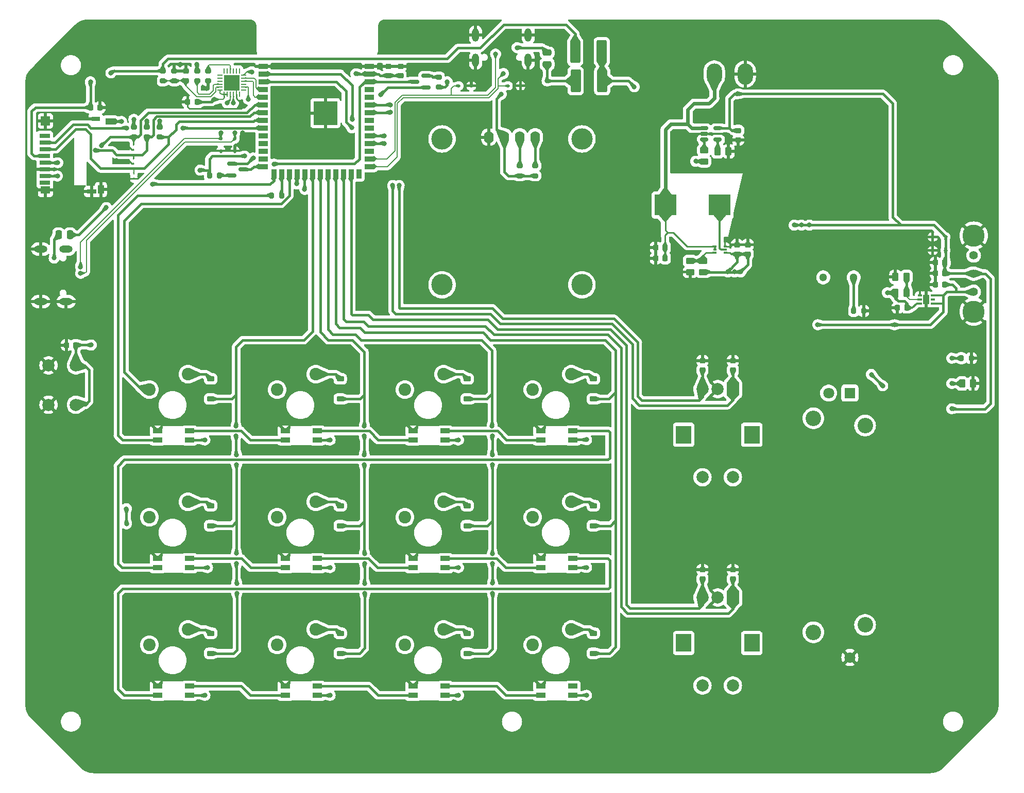
<source format=gbr>
%TF.GenerationSoftware,KiCad,Pcbnew,7.0.8*%
%TF.CreationDate,2023-12-13T13:42:29+01:00*%
%TF.ProjectId,keypad,6b657970-6164-42e6-9b69-6361645f7063,rev?*%
%TF.SameCoordinates,Original*%
%TF.FileFunction,Copper,L2,Bot*%
%TF.FilePolarity,Positive*%
%FSLAX46Y46*%
G04 Gerber Fmt 4.6, Leading zero omitted, Abs format (unit mm)*
G04 Created by KiCad (PCBNEW 7.0.8) date 2023-12-13 13:42:29*
%MOMM*%
%LPD*%
G01*
G04 APERTURE LIST*
G04 Aperture macros list*
%AMRoundRect*
0 Rectangle with rounded corners*
0 $1 Rounding radius*
0 $2 $3 $4 $5 $6 $7 $8 $9 X,Y pos of 4 corners*
0 Add a 4 corners polygon primitive as box body*
4,1,4,$2,$3,$4,$5,$6,$7,$8,$9,$2,$3,0*
0 Add four circle primitives for the rounded corners*
1,1,$1+$1,$2,$3*
1,1,$1+$1,$4,$5*
1,1,$1+$1,$6,$7*
1,1,$1+$1,$8,$9*
0 Add four rect primitives between the rounded corners*
20,1,$1+$1,$2,$3,$4,$5,0*
20,1,$1+$1,$4,$5,$6,$7,0*
20,1,$1+$1,$6,$7,$8,$9,0*
20,1,$1+$1,$8,$9,$2,$3,0*%
%AMFreePoly0*
4,1,13,0.772354,0.410354,0.772500,0.410000,0.772500,-0.410000,0.772354,-0.410354,0.772000,-0.410500,-0.774000,-0.410500,-0.774354,-0.410354,-0.774500,-0.410000,-0.774500,0.410000,-0.774354,0.410354,-0.774000,0.410500,0.772000,0.410500,0.772354,0.410354,0.772354,0.410354,$1*%
%AMFreePoly1*
4,1,13,0.772354,0.410544,0.772500,0.410190,0.772500,-0.410000,0.772354,-0.410354,0.772000,-0.410500,-0.774000,-0.410500,-0.774354,-0.410354,-0.774500,-0.410000,-0.774500,0.410000,-0.774354,0.410354,-0.774000,0.410500,0.772000,0.410690,0.772354,0.410544,0.772354,0.410544,$1*%
%AMFreePoly2*
4,1,13,0.774354,0.410354,0.774500,0.410000,0.774500,-0.410000,0.774354,-0.410354,0.774000,-0.410500,-0.772000,-0.410500,-0.772354,-0.410354,-0.772500,-0.410000,-0.772500,0.410000,-0.772354,0.410354,-0.772000,0.410500,0.774000,0.410500,0.774354,0.410354,0.774354,0.410354,$1*%
G04 Aperture macros list end*
%TA.AperFunction,ComponentPad*%
%ADD10C,2.057400*%
%TD*%
%TA.AperFunction,ComponentPad*%
%ADD11R,2.000000X2.000000*%
%TD*%
%TA.AperFunction,ComponentPad*%
%ADD12C,2.000000*%
%TD*%
%TA.AperFunction,ComponentPad*%
%ADD13R,2.500000X3.000000*%
%TD*%
%TA.AperFunction,WasherPad*%
%ADD14C,3.500000*%
%TD*%
%TA.AperFunction,ComponentPad*%
%ADD15O,1.600000X2.000000*%
%TD*%
%TA.AperFunction,ComponentPad*%
%ADD16C,1.300000*%
%TD*%
%TA.AperFunction,ComponentPad*%
%ADD17O,2.200000X1.150000*%
%TD*%
%TA.AperFunction,ComponentPad*%
%ADD18O,1.150000X2.200000*%
%TD*%
%TA.AperFunction,ComponentPad*%
%ADD19C,1.400000*%
%TD*%
%TA.AperFunction,ComponentPad*%
%ADD20C,3.653000*%
%TD*%
%TA.AperFunction,ComponentPad*%
%ADD21R,1.800000X1.800000*%
%TD*%
%TA.AperFunction,ComponentPad*%
%ADD22C,1.800000*%
%TD*%
%TA.AperFunction,ComponentPad*%
%ADD23C,2.550000*%
%TD*%
%TA.AperFunction,SMDPad,CuDef*%
%ADD24RoundRect,0.200000X0.275000X-0.200000X0.275000X0.200000X-0.275000X0.200000X-0.275000X-0.200000X0*%
%TD*%
%TA.AperFunction,SMDPad,CuDef*%
%ADD25FreePoly0,0.000000*%
%TD*%
%TA.AperFunction,SMDPad,CuDef*%
%ADD26FreePoly1,0.000000*%
%TD*%
%TA.AperFunction,SMDPad,CuDef*%
%ADD27FreePoly2,0.000000*%
%TD*%
%TA.AperFunction,SMDPad,CuDef*%
%ADD28RoundRect,0.250000X-0.450000X0.262500X-0.450000X-0.262500X0.450000X-0.262500X0.450000X0.262500X0*%
%TD*%
%TA.AperFunction,SMDPad,CuDef*%
%ADD29R,3.550000X3.500000*%
%TD*%
%TA.AperFunction,SMDPad,CuDef*%
%ADD30RoundRect,0.062500X0.062500X-0.350000X0.062500X0.350000X-0.062500X0.350000X-0.062500X-0.350000X0*%
%TD*%
%TA.AperFunction,SMDPad,CuDef*%
%ADD31RoundRect,0.062500X0.350000X-0.062500X0.350000X0.062500X-0.350000X0.062500X-0.350000X-0.062500X0*%
%TD*%
%TA.AperFunction,SMDPad,CuDef*%
%ADD32R,2.600000X2.600000*%
%TD*%
%TA.AperFunction,SMDPad,CuDef*%
%ADD33RoundRect,0.200000X-0.275000X0.200000X-0.275000X-0.200000X0.275000X-0.200000X0.275000X0.200000X0*%
%TD*%
%TA.AperFunction,SMDPad,CuDef*%
%ADD34RoundRect,0.225000X0.225000X0.250000X-0.225000X0.250000X-0.225000X-0.250000X0.225000X-0.250000X0*%
%TD*%
%TA.AperFunction,SMDPad,CuDef*%
%ADD35RoundRect,0.150000X0.587500X0.150000X-0.587500X0.150000X-0.587500X-0.150000X0.587500X-0.150000X0*%
%TD*%
%TA.AperFunction,SMDPad,CuDef*%
%ADD36RoundRect,0.112500X-0.187500X-0.112500X0.187500X-0.112500X0.187500X0.112500X-0.187500X0.112500X0*%
%TD*%
%TA.AperFunction,ComponentPad*%
%ADD37O,2.550000X3.500000*%
%TD*%
%TA.AperFunction,SMDPad,CuDef*%
%ADD38RoundRect,0.225000X-0.225000X-0.250000X0.225000X-0.250000X0.225000X0.250000X-0.225000X0.250000X0*%
%TD*%
%TA.AperFunction,SMDPad,CuDef*%
%ADD39RoundRect,0.200000X0.200000X0.275000X-0.200000X0.275000X-0.200000X-0.275000X0.200000X-0.275000X0*%
%TD*%
%TA.AperFunction,SMDPad,CuDef*%
%ADD40RoundRect,0.225000X0.375000X-0.225000X0.375000X0.225000X-0.375000X0.225000X-0.375000X-0.225000X0*%
%TD*%
%TA.AperFunction,SMDPad,CuDef*%
%ADD41RoundRect,0.062500X0.062500X-0.117500X0.062500X0.117500X-0.062500X0.117500X-0.062500X-0.117500X0*%
%TD*%
%TA.AperFunction,SMDPad,CuDef*%
%ADD42RoundRect,0.225000X-0.250000X0.225000X-0.250000X-0.225000X0.250000X-0.225000X0.250000X0.225000X0*%
%TD*%
%TA.AperFunction,SMDPad,CuDef*%
%ADD43RoundRect,0.112500X0.187500X0.112500X-0.187500X0.112500X-0.187500X-0.112500X0.187500X-0.112500X0*%
%TD*%
%TA.AperFunction,SMDPad,CuDef*%
%ADD44RoundRect,0.250000X-0.262500X-0.450000X0.262500X-0.450000X0.262500X0.450000X-0.262500X0.450000X0*%
%TD*%
%TA.AperFunction,SMDPad,CuDef*%
%ADD45RoundRect,0.225000X0.250000X-0.225000X0.250000X0.225000X-0.250000X0.225000X-0.250000X-0.225000X0*%
%TD*%
%TA.AperFunction,SMDPad,CuDef*%
%ADD46RoundRect,0.250000X0.475000X-0.250000X0.475000X0.250000X-0.475000X0.250000X-0.475000X-0.250000X0*%
%TD*%
%TA.AperFunction,SMDPad,CuDef*%
%ADD47RoundRect,0.150000X-0.512500X-0.150000X0.512500X-0.150000X0.512500X0.150000X-0.512500X0.150000X0*%
%TD*%
%TA.AperFunction,SMDPad,CuDef*%
%ADD48R,1.500000X0.900000*%
%TD*%
%TA.AperFunction,SMDPad,CuDef*%
%ADD49R,0.900000X1.500000*%
%TD*%
%TA.AperFunction,HeatsinkPad*%
%ADD50C,0.600000*%
%TD*%
%TA.AperFunction,SMDPad,CuDef*%
%ADD51R,3.900000X3.900000*%
%TD*%
%TA.AperFunction,SMDPad,CuDef*%
%ADD52RoundRect,0.250000X0.587500X1.625000X-0.587500X1.625000X-0.587500X-1.625000X0.587500X-1.625000X0*%
%TD*%
%TA.AperFunction,SMDPad,CuDef*%
%ADD53RoundRect,0.200000X-0.200000X-0.275000X0.200000X-0.275000X0.200000X0.275000X-0.200000X0.275000X0*%
%TD*%
%TA.AperFunction,SMDPad,CuDef*%
%ADD54RoundRect,0.150000X-0.587500X-0.150000X0.587500X-0.150000X0.587500X0.150000X-0.587500X0.150000X0*%
%TD*%
%TA.AperFunction,SMDPad,CuDef*%
%ADD55R,1.750000X0.700000*%
%TD*%
%TA.AperFunction,SMDPad,CuDef*%
%ADD56R,1.000000X1.450000*%
%TD*%
%TA.AperFunction,SMDPad,CuDef*%
%ADD57R,1.550000X1.000000*%
%TD*%
%TA.AperFunction,SMDPad,CuDef*%
%ADD58R,1.500000X0.800000*%
%TD*%
%TA.AperFunction,SMDPad,CuDef*%
%ADD59R,1.500000X1.300000*%
%TD*%
%TA.AperFunction,SMDPad,CuDef*%
%ADD60R,1.500000X1.500000*%
%TD*%
%TA.AperFunction,SMDPad,CuDef*%
%ADD61R,1.400000X0.800000*%
%TD*%
%TA.AperFunction,SMDPad,CuDef*%
%ADD62RoundRect,0.250000X0.250000X0.475000X-0.250000X0.475000X-0.250000X-0.475000X0.250000X-0.475000X0*%
%TD*%
%TA.AperFunction,SMDPad,CuDef*%
%ADD63RoundRect,0.250000X0.262500X0.450000X-0.262500X0.450000X-0.262500X-0.450000X0.262500X-0.450000X0*%
%TD*%
%TA.AperFunction,SMDPad,CuDef*%
%ADD64R,0.700000X0.300000*%
%TD*%
%TA.AperFunction,SMDPad,CuDef*%
%ADD65R,1.016000X1.600200*%
%TD*%
%TA.AperFunction,SMDPad,CuDef*%
%ADD66R,0.475000X0.300000*%
%TD*%
%TA.AperFunction,SMDPad,CuDef*%
%ADD67RoundRect,0.112500X-0.112500X0.187500X-0.112500X-0.187500X0.112500X-0.187500X0.112500X0.187500X0*%
%TD*%
%TA.AperFunction,SMDPad,CuDef*%
%ADD68RoundRect,0.250000X0.450000X-0.262500X0.450000X0.262500X-0.450000X0.262500X-0.450000X-0.262500X0*%
%TD*%
%TA.AperFunction,ViaPad*%
%ADD69C,0.800000*%
%TD*%
%TA.AperFunction,ViaPad*%
%ADD70C,0.600000*%
%TD*%
%TA.AperFunction,Conductor*%
%ADD71C,0.400000*%
%TD*%
%TA.AperFunction,Conductor*%
%ADD72C,0.200000*%
%TD*%
%TA.AperFunction,Conductor*%
%ADD73C,0.250000*%
%TD*%
%TA.AperFunction,Conductor*%
%ADD74C,0.300000*%
%TD*%
%TA.AperFunction,Conductor*%
%ADD75C,0.600000*%
%TD*%
G04 APERTURE END LIST*
D10*
%TO.P,SW39,1*%
%TO.N,row_1*%
X111916600Y-121773400D03*
%TO.P,SW39,2*%
%TO.N,Net-(D35-A)*%
X118266600Y-119233400D03*
%TD*%
%TO.P,SW46,1*%
%TO.N,row_2*%
X132916600Y-142773400D03*
%TO.P,SW46,2*%
%TO.N,Net-(D39-A)*%
X139266600Y-140233400D03*
%TD*%
D11*
%TO.P,SW1,A,A*%
%TO.N,rotary_encoder_1A*%
X165828425Y-134952900D03*
D12*
%TO.P,SW1,B,B*%
%TO.N,rotary_encoder_1B*%
X160828425Y-134952900D03*
%TO.P,SW1,C,C*%
%TO.N,GND*%
X163328425Y-134952900D03*
D13*
%TO.P,SW1,MP*%
%TO.N,N/C*%
X168928425Y-142452900D03*
X157728425Y-142452900D03*
D12*
%TO.P,SW1,S1*%
X165828425Y-149452900D03*
%TO.P,SW1,S2*%
X160828425Y-149452900D03*
%TD*%
D10*
%TO.P,SW26,1*%
%TO.N,row_0*%
X69916600Y-100773400D03*
%TO.P,SW26,2*%
%TO.N,Net-(D28-A)*%
X76266600Y-98233400D03*
%TD*%
%TO.P,SW28,1*%
%TO.N,row_2*%
X69916600Y-142773400D03*
%TO.P,SW28,2*%
%TO.N,Net-(D30-A)*%
X76266600Y-140233400D03*
%TD*%
%TO.P,SW32,1*%
%TO.N,row_0*%
X90916600Y-100773400D03*
%TO.P,SW32,2*%
%TO.N,Net-(D31-A)*%
X97266600Y-98233400D03*
%TD*%
D14*
%TO.P,Brd1,*%
%TO.N,*%
X118014600Y-59518750D03*
X118014600Y-83518750D03*
X141014600Y-59518750D03*
X141014600Y-83518750D03*
D15*
%TO.P,Brd1,1,GND*%
%TO.N,GND*%
X125714600Y-59234000D03*
%TO.P,Brd1,2,VCC*%
%TO.N,+3V3*%
X128254600Y-59234000D03*
%TO.P,Brd1,3,SCL*%
%TO.N,LCD_I2C_SDA*%
X130794600Y-59234000D03*
%TO.P,Brd1,4,SDA*%
%TO.N,LCD_I2C_SCL*%
X133334600Y-59234000D03*
%TD*%
D10*
%TO.P,SW38,1*%
%TO.N,row_0*%
X111916600Y-100773400D03*
%TO.P,SW38,2*%
%TO.N,Net-(D34-A)*%
X118266600Y-98233400D03*
%TD*%
D12*
%TO.P,SW25,1,A*%
%TO.N,GND*%
X53331800Y-103261200D03*
X53331800Y-96761200D03*
%TO.P,SW25,2,B*%
%TO.N,RTS*%
X57831800Y-103261200D03*
X57831800Y-96761200D03*
%TD*%
D16*
%TO.P,B1,1,+*%
%TO.N,buzzer*%
X180674000Y-82296000D03*
%TO.P,B1,2,-*%
%TO.N,Net-(B1--)*%
X185674000Y-82296000D03*
%TD*%
D10*
%TO.P,SW34,1*%
%TO.N,row_2*%
X90916600Y-142773400D03*
%TO.P,SW34,2*%
%TO.N,Net-(D33-A)*%
X97266600Y-140233400D03*
%TD*%
%TO.P,SW40,1*%
%TO.N,row_2*%
X111916600Y-142773400D03*
%TO.P,SW40,2*%
%TO.N,Net-(D36-A)*%
X118266600Y-140233400D03*
%TD*%
D11*
%TO.P,SW2,A,A*%
%TO.N,rotary_encoder_2A*%
X165828425Y-100673900D03*
D12*
%TO.P,SW2,B,B*%
%TO.N,rotary_encoder_2B*%
X160828425Y-100673900D03*
%TO.P,SW2,C,C*%
%TO.N,GND*%
X163328425Y-100673900D03*
D13*
%TO.P,SW2,MP*%
%TO.N,N/C*%
X168928425Y-108173900D03*
X157728425Y-108173900D03*
D12*
%TO.P,SW2,S1*%
X165828425Y-115173900D03*
%TO.P,SW2,S2*%
X160828425Y-115173900D03*
%TD*%
D17*
%TO.P,J3,S1,SHELL_GND*%
%TO.N,GND*%
X56219600Y-77642400D03*
%TO.P,J3,S2,SHELL_GND*%
X52039600Y-77642400D03*
%TO.P,J3,S3,SHELL_GND*%
X52039600Y-86282400D03*
%TO.P,J3,S4,SHELL_GND*%
X56219600Y-86282400D03*
%TD*%
D10*
%TO.P,SW45,1*%
%TO.N,row_1*%
X132916600Y-121773400D03*
%TO.P,SW45,2*%
%TO.N,Net-(D38-A)*%
X139266600Y-119233400D03*
%TD*%
%TO.P,SW44,1*%
%TO.N,row_0*%
X132916600Y-100773400D03*
%TO.P,SW44,2*%
%TO.N,Net-(D37-A)*%
X139266600Y-98233400D03*
%TD*%
%TO.P,SW33,1*%
%TO.N,row_1*%
X90916600Y-121773400D03*
%TO.P,SW33,2*%
%TO.N,Net-(D32-A)*%
X97266600Y-119233400D03*
%TD*%
D18*
%TO.P,J2,S1,SHELL_GND*%
%TO.N,GND*%
X132172100Y-46583000D03*
%TO.P,J2,S2,SHELL_GND*%
X132172100Y-42403000D03*
%TO.P,J2,S3,SHELL_GND*%
X123532100Y-42403000D03*
%TO.P,J2,S4,SHELL_GND*%
X123532100Y-46583000D03*
%TD*%
D19*
%TO.P,S2,1*%
%TO.N,+5V*%
X205400000Y-84680000D03*
%TO.P,S2,2*%
%TO.N,USB-C_OTG_5V*%
X205400000Y-81680000D03*
%TO.P,S2,3*%
%TO.N,unconnected-(S2-Pad3)*%
X205400000Y-78680000D03*
D20*
%TO.P,S2,SH*%
%TO.N,GND*%
X205400000Y-87930000D03*
X205400000Y-75430000D03*
%TD*%
D10*
%TO.P,SW27,1*%
%TO.N,row_1*%
X69916600Y-121773400D03*
%TO.P,SW27,2*%
%TO.N,Net-(D29-A)*%
X76266600Y-119233400D03*
%TD*%
D21*
%TO.P,RV1,1,1*%
%TO.N,+3V3*%
X185054800Y-101331709D03*
D22*
%TO.P,RV1,2,2*%
%TO.N,slide_potentiometer*%
X181554800Y-101331709D03*
%TO.P,RV1,3,3*%
%TO.N,GND*%
X185054800Y-144831709D03*
D23*
%TO.P,RV1,MH1*%
%TO.N,N/C*%
X187554800Y-106681709D03*
%TO.P,RV1,MH2*%
X187554800Y-139481709D03*
%TO.P,RV1,MH3*%
X179054800Y-105481709D03*
%TO.P,RV1,MH4*%
X179054800Y-140681709D03*
%TD*%
D24*
%TO.P,R7,1*%
%TO.N,Net-(U3-VBUS)*%
X74010000Y-49965000D03*
%TO.P,R7,2*%
%TO.N,GND*%
X74010000Y-48315000D03*
%TD*%
D25*
%TO.P,U6,1,VDD*%
%TO.N,+5V*%
X118517850Y-109063400D03*
D26*
%TO.P,U6,2,DOUT*%
%TO.N,Net-(U6-DOUT)*%
X118517850Y-107563400D03*
D27*
%TO.P,U6,3,GND*%
%TO.N,GND*%
X113261850Y-107563400D03*
%TO.P,U6,4,DIN*%
%TO.N,Net-(U5-DOUT)*%
X113261850Y-109063400D03*
%TD*%
D25*
%TO.P,U5,1,VDD*%
%TO.N,+5V*%
X97517850Y-109063400D03*
D26*
%TO.P,U5,2,DOUT*%
%TO.N,Net-(U5-DOUT)*%
X97517850Y-107563400D03*
D27*
%TO.P,U5,3,GND*%
%TO.N,GND*%
X92261850Y-107563400D03*
%TO.P,U5,4,DIN*%
%TO.N,Net-(U4-DOUT)*%
X92261850Y-109063400D03*
%TD*%
D28*
%TO.P,R4,1*%
%TO.N,Net-(U15-STAT)*%
X161100000Y-61387500D03*
%TO.P,R4,2*%
%TO.N,Net-(D1-K)*%
X161100000Y-63212500D03*
%TD*%
D29*
%TO.P,L1,1*%
%TO.N,Net-(IC1-EN)*%
X154725000Y-70400000D03*
%TO.P,L1,2*%
%TO.N,Net-(IC1-SW)*%
X163675000Y-70400000D03*
%TD*%
D30*
%TO.P,U3,1,RI/CLK*%
%TO.N,unconnected-(U3-RI{slash}CLK-Pad1)*%
X84720000Y-52197500D03*
%TO.P,U3,2,GND*%
%TO.N,GND*%
X84220000Y-52197500D03*
%TO.P,U3,3,D+*%
%TO.N,USB-C_UART_D+*%
X83720000Y-52197500D03*
%TO.P,U3,4,D-*%
%TO.N,USB-C_UART_D-*%
X83220000Y-52197500D03*
%TO.P,U3,5,VIO*%
%TO.N,+3V3*%
X82720000Y-52197500D03*
%TO.P,U3,6,VDD*%
X82220000Y-52197500D03*
D31*
%TO.P,U3,7,REGIN*%
X81532500Y-51510000D03*
%TO.P,U3,8,VBUS*%
%TO.N,Net-(U3-VBUS)*%
X81532500Y-51010000D03*
%TO.P,U3,9,~{RSTb}*%
%TO.N,Net-(U3-~{RSTb})*%
X81532500Y-50510000D03*
%TO.P,U3,10,NC*%
%TO.N,unconnected-(U3-NC-Pad10)*%
X81532500Y-50010000D03*
%TO.P,U3,11,GPIO.3*%
%TO.N,unconnected-(U3-GPIO.3-Pad11)*%
X81532500Y-49510000D03*
%TO.P,U3,12,GPIO.2*%
%TO.N,unconnected-(U3-GPIO.2-Pad12)*%
X81532500Y-49010000D03*
D30*
%TO.P,U3,13,GPIO.1*%
%TO.N,unconnected-(U3-GPIO.1-Pad13)*%
X82220000Y-48322500D03*
%TO.P,U3,14,GPIO.0*%
%TO.N,unconnected-(U3-GPIO.0-Pad14)*%
X82720000Y-48322500D03*
%TO.P,U3,15,~{SUSPENDb}*%
%TO.N,Net-(U3-~{SUSPENDb})*%
X83220000Y-48322500D03*
%TO.P,U3,16,NC*%
%TO.N,unconnected-(U3-NC-Pad16)*%
X83720000Y-48322500D03*
%TO.P,U3,17,SUSPEND*%
%TO.N,unconnected-(U3-SUSPEND-Pad17)*%
X84220000Y-48322500D03*
%TO.P,U3,18,CTS*%
%TO.N,unconnected-(U3-CTS-Pad18)*%
X84720000Y-48322500D03*
D31*
%TO.P,U3,19,RTS*%
%TO.N,Net-(Q2-E)*%
X85407500Y-49010000D03*
%TO.P,U3,20,RXD*%
%TO.N,UART_RX*%
X85407500Y-49510000D03*
%TO.P,U3,21,TXD*%
%TO.N,UART_TX*%
X85407500Y-50010000D03*
%TO.P,U3,22,DSR*%
%TO.N,unconnected-(U3-DSR-Pad22)*%
X85407500Y-50510000D03*
%TO.P,U3,23,DTR*%
%TO.N,Net-(Q1-E)*%
X85407500Y-51010000D03*
%TO.P,U3,24,DCD*%
%TO.N,unconnected-(U3-DCD-Pad24)*%
X85407500Y-51510000D03*
D32*
%TO.P,U3,25,GND*%
%TO.N,GND*%
X83470000Y-50260000D03*
%TD*%
D33*
%TO.P,R5,1*%
%TO.N,USB-C_UART_VBUS*%
X72120000Y-48315000D03*
%TO.P,R5,2*%
%TO.N,Net-(U3-VBUS)*%
X72120000Y-49965000D03*
%TD*%
D34*
%TO.P,C3,1*%
%TO.N,USB-C_OTG_5V*%
X200660000Y-79870000D03*
%TO.P,C3,2*%
%TO.N,GND*%
X199110000Y-79870000D03*
%TD*%
D33*
%TO.P,R8,1*%
%TO.N,Net-(U3-~{SUSPENDb})*%
X79595000Y-48315000D03*
%TO.P,R8,2*%
%TO.N,GND*%
X79595000Y-49965000D03*
%TD*%
%TO.P,R15,1*%
%TO.N,+3V3*%
X71600000Y-57561400D03*
%TO.P,R15,2*%
%TO.N,SD_MOSI*%
X71600000Y-59211400D03*
%TD*%
D24*
%TO.P,R6,1*%
%TO.N,+3V3*%
X130794600Y-65581500D03*
%TO.P,R6,2*%
%TO.N,LCD_I2C_SDA*%
X130794600Y-63931500D03*
%TD*%
D35*
%TO.P,Q1,1,B*%
%TO.N,Net-(Q1-B)*%
X115350000Y-49150000D03*
%TO.P,Q1,2,E*%
%TO.N,Net-(Q1-E)*%
X115350000Y-51050000D03*
%TO.P,Q1,3,C*%
%TO.N,RTS*%
X113475000Y-50100000D03*
%TD*%
D36*
%TO.P,D15,1,A1*%
%TO.N,USB-C_OTG_D+*%
X128812500Y-50790000D03*
%TO.P,D15,2,A2*%
%TO.N,GND*%
X130912500Y-50790000D03*
%TD*%
D37*
%TO.P,J1,1,Pin_1*%
%TO.N,Net-(IC1-EN)*%
X162759400Y-48831000D03*
%TO.P,J1,2,Pin_2*%
%TO.N,GND*%
X167839400Y-48831000D03*
%TD*%
D38*
%TO.P,C10,1*%
%TO.N,+3V3*%
X60225000Y-54350000D03*
%TO.P,C10,2*%
%TO.N,GND*%
X61775000Y-54350000D03*
%TD*%
D24*
%TO.P,R9,1*%
%TO.N,Net-(U3-~{RSTb})*%
X77745000Y-49965000D03*
%TO.P,R9,2*%
%TO.N,+3V3*%
X77745000Y-48315000D03*
%TD*%
D34*
%TO.P,C6,1*%
%TO.N,+3V3*%
X77765000Y-53440000D03*
%TO.P,C6,2*%
%TO.N,GND*%
X76215000Y-53440000D03*
%TD*%
D39*
%TO.P,R11,1*%
%TO.N,Net-(Q2-B)*%
X81425000Y-65525000D03*
%TO.P,R11,2*%
%TO.N,Net-(Q1-E)*%
X79775000Y-65525000D03*
%TD*%
D25*
%TO.P,U9,1,VDD*%
%TO.N,+5V*%
X97517850Y-130063400D03*
D26*
%TO.P,U9,2,DOUT*%
%TO.N,Net-(U10-DIN)*%
X97517850Y-128563400D03*
D27*
%TO.P,U9,3,GND*%
%TO.N,GND*%
X92261850Y-128563400D03*
%TO.P,U9,4,DIN*%
%TO.N,Net-(U8-DOUT)*%
X92261850Y-130063400D03*
%TD*%
D25*
%TO.P,U12,1,VDD*%
%TO.N,+5V*%
X76517850Y-151063400D03*
D26*
%TO.P,U12,2,DOUT*%
%TO.N,Net-(U12-DOUT)*%
X76517850Y-149563400D03*
D27*
%TO.P,U12,3,GND*%
%TO.N,GND*%
X71261850Y-149563400D03*
%TO.P,U12,4,DIN*%
%TO.N,Net-(U11-DOUT)*%
X71261850Y-151063400D03*
%TD*%
D40*
%TO.P,D31,1,K*%
%TO.N,col_1*%
X101289150Y-102300000D03*
%TO.P,D31,2,A*%
%TO.N,Net-(D31-A)*%
X101289150Y-99000000D03*
%TD*%
D25*
%TO.P,U27,1,VDD*%
%TO.N,+5V*%
X139517850Y-151063400D03*
D26*
%TO.P,U27,2,DOUT*%
%TO.N,unconnected-(U27-DOUT-Pad2)*%
X139517850Y-149563400D03*
D27*
%TO.P,U27,3,GND*%
%TO.N,GND*%
X134261850Y-149563400D03*
%TO.P,U27,4,DIN*%
%TO.N,Net-(U14-DOUT)*%
X134261850Y-151063400D03*
%TD*%
D41*
%TO.P,D23,1,A1*%
%TO.N,SD_MISO*%
X67310000Y-60489200D03*
%TO.P,D23,2,A2*%
%TO.N,GND*%
X67310000Y-61329200D03*
%TD*%
D40*
%TO.P,D28,1,K*%
%TO.N,col_0*%
X79971750Y-102300000D03*
%TO.P,D28,2,A*%
%TO.N,Net-(D28-A)*%
X79971750Y-99000000D03*
%TD*%
D33*
%TO.P,R13,1*%
%TO.N,+3V3*%
X67350000Y-57561400D03*
%TO.P,R13,2*%
%TO.N,SD_MISO*%
X67350000Y-59211400D03*
%TD*%
D41*
%TO.P,D24,1,A1*%
%TO.N,SD_CLK*%
X67310000Y-62775200D03*
%TO.P,D24,2,A2*%
%TO.N,GND*%
X67310000Y-63615200D03*
%TD*%
D34*
%TO.P,C17,1*%
%TO.N,Net-(IC1-EN)*%
X154675000Y-79178000D03*
%TO.P,C17,2*%
%TO.N,GND*%
X153125000Y-79178000D03*
%TD*%
D42*
%TO.P,C15,1*%
%TO.N,USB-C_OTG_5V*%
X166700000Y-58145000D03*
%TO.P,C15,2*%
%TO.N,GND*%
X166700000Y-59695000D03*
%TD*%
D40*
%TO.P,D29,1,K*%
%TO.N,col_0*%
X79971750Y-123163100D03*
%TO.P,D29,2,A*%
%TO.N,Net-(D29-A)*%
X79971750Y-119863100D03*
%TD*%
D25*
%TO.P,U10,1,VDD*%
%TO.N,+5V*%
X118517850Y-130063400D03*
D26*
%TO.P,U10,2,DOUT*%
%TO.N,Net-(U10-DOUT)*%
X118517850Y-128563400D03*
D27*
%TO.P,U10,3,GND*%
%TO.N,GND*%
X113261850Y-128563400D03*
%TO.P,U10,4,DIN*%
%TO.N,Net-(U10-DIN)*%
X113261850Y-130063400D03*
%TD*%
D25*
%TO.P,U13,1,VDD*%
%TO.N,+5V*%
X97517850Y-151063400D03*
D26*
%TO.P,U13,2,DOUT*%
%TO.N,Net-(U13-DOUT)*%
X97517850Y-149563400D03*
D27*
%TO.P,U13,3,GND*%
%TO.N,GND*%
X92261850Y-149563400D03*
%TO.P,U13,4,DIN*%
%TO.N,Net-(U12-DOUT)*%
X92261850Y-151063400D03*
%TD*%
D43*
%TO.P,D14,1,A1*%
%TO.N,USB-C_OTG_5V*%
X200770000Y-75650000D03*
%TO.P,D14,2,A2*%
%TO.N,GND*%
X198670000Y-75650000D03*
%TD*%
D34*
%TO.P,C4,1*%
%TO.N,USB-C_OTG_5V*%
X200660000Y-81650000D03*
%TO.P,C4,2*%
%TO.N,GND*%
X199110000Y-81650000D03*
%TD*%
D40*
%TO.P,D32,1,K*%
%TO.N,col_1*%
X101289150Y-123163100D03*
%TO.P,D32,2,A*%
%TO.N,Net-(D32-A)*%
X101289150Y-119863100D03*
%TD*%
D44*
%TO.P,R18,1*%
%TO.N,Net-(D27-K)*%
X203490800Y-99761100D03*
%TO.P,R18,2*%
%TO.N,GND*%
X205315800Y-99761100D03*
%TD*%
D45*
%TO.P,C12,1*%
%TO.N,rotary_encoder_1B*%
X160828425Y-131941300D03*
%TO.P,C12,2*%
%TO.N,GND*%
X160828425Y-130391300D03*
%TD*%
D34*
%TO.P,C2,1*%
%TO.N,+3V3*%
X194432500Y-87281400D03*
%TO.P,C2,2*%
%TO.N,GND*%
X192882500Y-87281400D03*
%TD*%
D40*
%TO.P,D30,1,K*%
%TO.N,col_0*%
X79971750Y-144163100D03*
%TO.P,D30,2,A*%
%TO.N,Net-(D30-A)*%
X79971750Y-140863100D03*
%TD*%
D46*
%TO.P,R23,1*%
%TO.N,Net-(D17-A)*%
X135280000Y-47233000D03*
%TO.P,R23,2*%
%TO.N,Net-(J2-CC1)*%
X135280000Y-45333000D03*
%TD*%
D45*
%TO.P,C18,1*%
%TO.N,USB-C_OTG_5V*%
X168278000Y-78475000D03*
%TO.P,C18,2*%
%TO.N,GND*%
X168278000Y-76925000D03*
%TD*%
D40*
%TO.P,D37,1,K*%
%TO.N,col_3*%
X142875550Y-102300000D03*
%TO.P,D37,2,A*%
%TO.N,Net-(D37-A)*%
X142875550Y-99000000D03*
%TD*%
D47*
%TO.P,U15,1,STAT*%
%TO.N,Net-(U15-STAT)*%
X161062500Y-59650000D03*
%TO.P,U15,2,V_{SS}*%
%TO.N,GND*%
X161062500Y-58700000D03*
%TO.P,U15,3,V_{BAT}*%
%TO.N,Net-(IC1-EN)*%
X161062500Y-57750000D03*
%TO.P,U15,4,V_{DD}*%
%TO.N,USB-C_OTG_5V*%
X163337500Y-57750000D03*
%TO.P,U15,5,PROG*%
%TO.N,Net-(U15-PROG)*%
X163337500Y-59650000D03*
%TD*%
D48*
%TO.P,U1,1,GND*%
%TO.N,GND*%
X106094400Y-47550400D03*
%TO.P,U1,2,3V3*%
%TO.N,+3V3*%
X106094400Y-48820400D03*
%TO.P,U1,3,EN*%
%TO.N,RTS*%
X106094400Y-50090400D03*
%TO.P,U1,4,IO4*%
%TO.N,unconnected-(U1-IO4-Pad4)*%
X106094400Y-51360400D03*
%TO.P,U1,5,IO5*%
%TO.N,unconnected-(U1-IO5-Pad5)*%
X106094400Y-52630400D03*
%TO.P,U1,6,IO6*%
%TO.N,buzzer*%
X106094400Y-53900400D03*
%TO.P,U1,7,IO7*%
%TO.N,slide_potentiometer*%
X106094400Y-55170400D03*
%TO.P,U1,8,IO15*%
%TO.N,unconnected-(U1-IO15-Pad8)*%
X106094400Y-56440400D03*
%TO.P,U1,9,IO16*%
%TO.N,unconnected-(U1-IO16-Pad9)*%
X106094400Y-57710400D03*
%TO.P,U1,10,IO17*%
%TO.N,rotary_encoder_2B*%
X106094400Y-58980400D03*
%TO.P,U1,11,IO18*%
%TO.N,rotary_encoder_2A*%
X106094400Y-60250400D03*
%TO.P,U1,12,IO8*%
%TO.N,unconnected-(U1-IO8-Pad12)*%
X106094400Y-61520400D03*
%TO.P,U1,13,IO19*%
%TO.N,USB-C_OTG_D-*%
X106094400Y-62790400D03*
%TO.P,U1,14,IO20*%
%TO.N,USB-C_OTG_D+*%
X106094400Y-64060400D03*
D49*
%TO.P,U1,15,IO3*%
%TO.N,unconnected-(U1-IO3-Pad15)*%
X104329400Y-65310400D03*
%TO.P,U1,16,IO46*%
%TO.N,rotary_encoder_1B*%
X103059400Y-65310400D03*
%TO.P,U1,17,IO9*%
%TO.N,rotary_encoder_1A*%
X101789400Y-65310400D03*
%TO.P,U1,18,IO10*%
%TO.N,col_3*%
X100519400Y-65310400D03*
%TO.P,U1,19,IO11*%
%TO.N,col_2*%
X99249400Y-65310400D03*
%TO.P,U1,20,IO12*%
%TO.N,col_1*%
X97979400Y-65310400D03*
%TO.P,U1,21,IO13*%
%TO.N,col_0*%
X96709400Y-65310400D03*
%TO.P,U1,22,IO14*%
%TO.N,row_2*%
X95439400Y-65310400D03*
%TO.P,U1,23,IO21*%
%TO.N,row_1*%
X94169400Y-65310400D03*
%TO.P,U1,24,IO47*%
%TO.N,row_0*%
X92899400Y-65310400D03*
%TO.P,U1,25,IO48*%
%TO.N,LED_strip*%
X91629400Y-65310400D03*
%TO.P,U1,26,IO45*%
%TO.N,SD_DET*%
X90359400Y-65310400D03*
D48*
%TO.P,U1,27,IO0*%
%TO.N,DTR*%
X88594400Y-64060400D03*
%TO.P,U1,28,IO35*%
%TO.N,unconnected-(U1-IO35-Pad28)*%
X88594400Y-62790400D03*
%TO.P,U1,29,IO36*%
%TO.N,unconnected-(U1-IO36-Pad29)*%
X88594400Y-61520400D03*
%TO.P,U1,30,IO37*%
%TO.N,unconnected-(U1-IO37-Pad30)*%
X88594400Y-60250400D03*
%TO.P,U1,31,IO38*%
%TO.N,unconnected-(U1-IO38-Pad31)*%
X88594400Y-58980400D03*
%TO.P,U1,32,IO39*%
%TO.N,SD_CS*%
X88594400Y-57710400D03*
%TO.P,U1,33,IO40*%
%TO.N,SD_MOSI*%
X88594400Y-56440400D03*
%TO.P,U1,34,IO41*%
%TO.N,SD_CLK*%
X88594400Y-55170400D03*
%TO.P,U1,35,IO42*%
%TO.N,SD_MISO*%
X88594400Y-53900400D03*
%TO.P,U1,36,RXD0*%
%TO.N,UART_TX*%
X88594400Y-52630400D03*
%TO.P,U1,37,TXD0*%
%TO.N,UART_RX*%
X88594400Y-51360400D03*
%TO.P,U1,38,IO2*%
%TO.N,LCD_I2C_SCL*%
X88594400Y-50090400D03*
%TO.P,U1,39,IO1*%
%TO.N,LCD_I2C_SDA*%
X88594400Y-48820400D03*
%TO.P,U1,40,GND*%
%TO.N,GND*%
X88594400Y-47550400D03*
D50*
%TO.P,U1,41,GND*%
X100244400Y-55970400D03*
X100244400Y-54570400D03*
X99544400Y-56670400D03*
X99544400Y-55270400D03*
X99544400Y-53870400D03*
X98844400Y-55970400D03*
D51*
X98844400Y-55270400D03*
D50*
X98844400Y-54570400D03*
X98144400Y-56670400D03*
X98144400Y-55270400D03*
X98144400Y-53870400D03*
X97444400Y-55970400D03*
X97444400Y-54570400D03*
%TD*%
D52*
%TO.P,D17,1,K*%
%TO.N,USB-C_OTG_5V*%
X144347500Y-49980000D03*
%TO.P,D17,2,A*%
%TO.N,Net-(D17-A)*%
X139972500Y-49980000D03*
%TD*%
D44*
%TO.P,R2,1*%
%TO.N,Net-(U15-PROG)*%
X163287500Y-61570000D03*
%TO.P,R2,2*%
%TO.N,GND*%
X165112500Y-61570000D03*
%TD*%
D53*
%TO.P,R20,1*%
%TO.N,Net-(U4-DIN)*%
X89979400Y-68820000D03*
%TO.P,R20,2*%
%TO.N,LED_strip*%
X91629400Y-68820000D03*
%TD*%
D45*
%TO.P,C14,1*%
%TO.N,rotary_encoder_2B*%
X160828425Y-97550300D03*
%TO.P,C14,2*%
%TO.N,GND*%
X160828425Y-96000300D03*
%TD*%
D40*
%TO.P,D33,1,K*%
%TO.N,col_1*%
X101289150Y-144163100D03*
%TO.P,D33,2,A*%
%TO.N,Net-(D33-A)*%
X101289150Y-140863100D03*
%TD*%
D41*
%TO.P,D25,1,A1*%
%TO.N,SD_MOSI*%
X67360800Y-65213600D03*
%TO.P,D25,2,A2*%
%TO.N,GND*%
X67360800Y-66053600D03*
%TD*%
D54*
%TO.P,Q2,1,B*%
%TO.N,Net-(Q2-B)*%
X83467500Y-65510400D03*
%TO.P,Q2,2,E*%
%TO.N,Net-(Q2-E)*%
X83467500Y-63610400D03*
%TO.P,Q2,3,C*%
%TO.N,DTR*%
X85342500Y-64560400D03*
%TD*%
D40*
%TO.P,D39,1,K*%
%TO.N,col_3*%
X142875550Y-144163100D03*
%TO.P,D39,2,A*%
%TO.N,Net-(D39-A)*%
X142875550Y-140863100D03*
%TD*%
D55*
%TO.P,J4,1,DAT2*%
%TO.N,unconnected-(J4-DAT2-Pad1)*%
X52705000Y-59020000D03*
%TO.P,J4,2,DAT3/CD*%
%TO.N,SD_CS*%
X52705000Y-60120000D03*
%TO.P,J4,3,CMD*%
%TO.N,SD_MOSI*%
X52705000Y-61220000D03*
%TO.P,J4,4,VDD*%
%TO.N,+3V3*%
X52705000Y-62320000D03*
%TO.P,J4,5,CLK*%
%TO.N,SD_CLK*%
X52705000Y-63420000D03*
%TO.P,J4,6,VSS*%
%TO.N,GND*%
X52705000Y-64520000D03*
%TO.P,J4,7,DAT0*%
%TO.N,SD_MISO*%
X52705000Y-65620000D03*
%TO.P,J4,8,DAT1*%
%TO.N,unconnected-(J4-DAT1-Pad8)*%
X52705000Y-66720000D03*
D56*
%TO.P,J4,9,DET_B*%
%TO.N,GND*%
X61930000Y-67845000D03*
D57*
%TO.P,J4,10,DET_A*%
%TO.N,SD_DET*%
X63505000Y-56620000D03*
D58*
%TO.P,J4,11,SHIELD*%
%TO.N,GND*%
X60430000Y-68170000D03*
D59*
X52830000Y-67920000D03*
D60*
X52830000Y-56570000D03*
D61*
X61080000Y-56220000D03*
%TD*%
D45*
%TO.P,C5,1*%
%TO.N,Net-(U3-VBUS)*%
X75895000Y-49915000D03*
%TO.P,C5,2*%
%TO.N,GND*%
X75895000Y-48365000D03*
%TD*%
D25*
%TO.P,U7,1,VDD*%
%TO.N,+5V*%
X139517850Y-109063400D03*
D26*
%TO.P,U7,2,DOUT*%
%TO.N,Net-(U7-DOUT)*%
X139517850Y-107563400D03*
D27*
%TO.P,U7,3,GND*%
%TO.N,GND*%
X134261850Y-107563400D03*
%TO.P,U7,4,DIN*%
%TO.N,Net-(U6-DOUT)*%
X134261850Y-109063400D03*
%TD*%
D40*
%TO.P,D35,1,K*%
%TO.N,col_2*%
X122160000Y-123163100D03*
%TO.P,D35,2,A*%
%TO.N,Net-(D35-A)*%
X122160000Y-119863100D03*
%TD*%
D42*
%TO.P,C11,1*%
%TO.N,GND*%
X165828425Y-130391300D03*
%TO.P,C11,2*%
%TO.N,rotary_encoder_1A*%
X165828425Y-131941300D03*
%TD*%
D34*
%TO.P,C1,1*%
%TO.N,+5V*%
X200660000Y-83490000D03*
%TO.P,C1,2*%
%TO.N,GND*%
X199110000Y-83490000D03*
%TD*%
D62*
%TO.P,R22,1*%
%TO.N,USB-C_UART_VBUS*%
X56869600Y-75310000D03*
%TO.P,R22,2*%
%TO.N,Net-(J3-CC1)*%
X54969600Y-75310000D03*
%TD*%
D44*
%TO.P,R1,1*%
%TO.N,+3V3*%
X192545000Y-84865700D03*
%TO.P,R1,2*%
%TO.N,Net-(U2-FB)*%
X194370000Y-84865700D03*
%TD*%
D52*
%TO.P,D18,1,K*%
%TO.N,USB-C_OTG_5V*%
X144277500Y-45150000D03*
%TO.P,D18,2,A*%
%TO.N,USB-C_UART_VBUS*%
X139902500Y-45150000D03*
%TD*%
D40*
%TO.P,D34,1,K*%
%TO.N,col_2*%
X122160000Y-102300000D03*
%TO.P,D34,2,A*%
%TO.N,Net-(D34-A)*%
X122160000Y-99000000D03*
%TD*%
D34*
%TO.P,C16,1*%
%TO.N,Net-(IC1-EN)*%
X154675000Y-77400000D03*
%TO.P,C16,2*%
%TO.N,GND*%
X153125000Y-77400000D03*
%TD*%
D63*
%TO.P,R3,1*%
%TO.N,Net-(U2-FB)*%
X194370000Y-82230000D03*
%TO.P,R3,2*%
%TO.N,GND*%
X192545000Y-82230000D03*
%TD*%
D40*
%TO.P,D36,1,K*%
%TO.N,col_2*%
X122160000Y-144163100D03*
%TO.P,D36,2,A*%
%TO.N,Net-(D36-A)*%
X122160000Y-140863100D03*
%TD*%
D53*
%TO.P,R19,1*%
%TO.N,Net-(B1--)*%
X185679000Y-87826000D03*
%TO.P,R19,2*%
%TO.N,GND*%
X187329000Y-87826000D03*
%TD*%
D64*
%TO.P,U2,1,OUT*%
%TO.N,+3V3*%
X196561600Y-86575399D03*
%TO.P,U2,2,FB*%
%TO.N,Net-(U2-FB)*%
X196561600Y-85925400D03*
%TO.P,U2,3,GND*%
%TO.N,GND*%
X196561600Y-85275401D03*
%TO.P,U2,4,EN*%
%TO.N,+5V*%
X198661600Y-85275401D03*
%TO.P,U2,5,DNC*%
%TO.N,unconnected-(U2-DNC-Pad5)*%
X198661600Y-85925400D03*
%TO.P,U2,6,IN*%
%TO.N,+5V*%
X198661600Y-86575399D03*
D65*
%TO.P,U2,7,EPAD*%
%TO.N,GND*%
X197611600Y-85925400D03*
%TD*%
D43*
%TO.P,D20,1,A1*%
%TO.N,USB-C_OTG_5V*%
X200770000Y-77870000D03*
%TO.P,D20,2,A2*%
%TO.N,GND*%
X198670000Y-77870000D03*
%TD*%
D28*
%TO.P,R12,1*%
%TO.N,Net-(IC1-FB)*%
X160900000Y-79587500D03*
%TO.P,R12,2*%
%TO.N,USB-C_OTG_5V*%
X160900000Y-81412500D03*
%TD*%
D33*
%TO.P,R10,1*%
%TO.N,Net-(Q1-B)*%
X117475000Y-49350000D03*
%TO.P,R10,2*%
%TO.N,Net-(Q2-E)*%
X117475000Y-51000000D03*
%TD*%
D36*
%TO.P,D16,1,A1*%
%TO.N,USB-C_OTG_D-*%
X120730000Y-50790000D03*
%TO.P,D16,2,A2*%
%TO.N,GND*%
X122830000Y-50790000D03*
%TD*%
D45*
%TO.P,C8,1*%
%TO.N,+3V3*%
X111217200Y-49100400D03*
%TO.P,C8,2*%
%TO.N,GND*%
X111217200Y-47550400D03*
%TD*%
D42*
%TO.P,C13,1*%
%TO.N,GND*%
X165828425Y-96000300D03*
%TO.P,C13,2*%
%TO.N,rotary_encoder_2A*%
X165828425Y-97550300D03*
%TD*%
D25*
%TO.P,U14,1,VDD*%
%TO.N,+5V*%
X118517850Y-151063400D03*
D26*
%TO.P,U14,2,DOUT*%
%TO.N,Net-(U14-DOUT)*%
X118517850Y-149563400D03*
D27*
%TO.P,U14,3,GND*%
%TO.N,GND*%
X113261850Y-149563400D03*
%TO.P,U14,4,DIN*%
%TO.N,Net-(U13-DOUT)*%
X113261850Y-151063400D03*
%TD*%
D24*
%TO.P,R21,1*%
%TO.N,+3V3*%
X133334600Y-65581500D03*
%TO.P,R21,2*%
%TO.N,LCD_I2C_SCL*%
X133334600Y-63931500D03*
%TD*%
D45*
%TO.P,C19,1*%
%TO.N,USB-C_OTG_5V*%
X166500000Y-78475000D03*
%TO.P,C19,2*%
%TO.N,GND*%
X166500000Y-76925000D03*
%TD*%
%TO.P,C7,1*%
%TO.N,+3V3*%
X109210600Y-49100400D03*
%TO.P,C7,2*%
%TO.N,GND*%
X109210600Y-47550400D03*
%TD*%
D34*
%TO.P,C9,1*%
%TO.N,RTS*%
X57831800Y-93445400D03*
%TO.P,C9,2*%
%TO.N,GND*%
X56281800Y-93445400D03*
%TD*%
D66*
%TO.P,IC1,1,FB*%
%TO.N,Net-(IC1-FB)*%
X162862000Y-78200000D03*
%TO.P,IC1,2,EN*%
%TO.N,Net-(IC1-EN)*%
X162862000Y-77700000D03*
%TO.P,IC1,3,VIN*%
X162862000Y-77200000D03*
%TO.P,IC1,4,GND*%
%TO.N,GND*%
X164538000Y-77200000D03*
%TO.P,IC1,5,SW*%
%TO.N,Net-(IC1-SW)*%
X164538000Y-77700000D03*
%TO.P,IC1,6,VOUT*%
%TO.N,USB-C_OTG_5V*%
X164538000Y-78200000D03*
%TD*%
D40*
%TO.P,D38,1,K*%
%TO.N,col_3*%
X142875550Y-123163100D03*
%TO.P,D38,2,A*%
%TO.N,Net-(D38-A)*%
X142875550Y-119863100D03*
%TD*%
D67*
%TO.P,D21,1,A1*%
%TO.N,USB-C_UART_D-*%
X81650000Y-59450000D03*
%TO.P,D21,2,A2*%
%TO.N,GND*%
X81650000Y-61550000D03*
%TD*%
D68*
%TO.P,R16,1*%
%TO.N,GND*%
X158800000Y-81412500D03*
%TO.P,R16,2*%
%TO.N,Net-(IC1-FB)*%
X158800000Y-79587500D03*
%TD*%
D33*
%TO.P,R14,1*%
%TO.N,+3V3*%
X69500000Y-57561400D03*
%TO.P,R14,2*%
%TO.N,SD_CLK*%
X69500000Y-59211400D03*
%TD*%
D25*
%TO.P,U8,1,VDD*%
%TO.N,+5V*%
X76517850Y-130063400D03*
D26*
%TO.P,U8,2,DOUT*%
%TO.N,Net-(U8-DOUT)*%
X76517850Y-128563400D03*
D27*
%TO.P,U8,3,GND*%
%TO.N,GND*%
X71261850Y-128563400D03*
%TO.P,U8,4,DIN*%
%TO.N,Net-(U7-DOUT)*%
X71261850Y-130063400D03*
%TD*%
D25*
%TO.P,U11,1,VDD*%
%TO.N,+5V*%
X139517850Y-130063400D03*
D26*
%TO.P,U11,2,DOUT*%
%TO.N,Net-(U11-DOUT)*%
X139517850Y-128563400D03*
D27*
%TO.P,U11,3,GND*%
%TO.N,GND*%
X134261850Y-128563400D03*
%TO.P,U11,4,DIN*%
%TO.N,Net-(U10-DOUT)*%
X134261850Y-130063400D03*
%TD*%
D67*
%TO.P,D19,1,A1*%
%TO.N,USB-C_UART_D+*%
X83975000Y-59450000D03*
%TO.P,D19,2,A2*%
%TO.N,GND*%
X83975000Y-61550000D03*
%TD*%
D53*
%TO.P,R17,1*%
%TO.N,Net-(D26-K)*%
X203378300Y-95592200D03*
%TO.P,R17,2*%
%TO.N,GND*%
X205028300Y-95592200D03*
%TD*%
D25*
%TO.P,U4,1,VDD*%
%TO.N,+5V*%
X76517850Y-109063400D03*
D26*
%TO.P,U4,2,DOUT*%
%TO.N,Net-(U4-DOUT)*%
X76517850Y-107563400D03*
D27*
%TO.P,U4,3,GND*%
%TO.N,GND*%
X71261850Y-107563400D03*
%TO.P,U4,4,DIN*%
%TO.N,Net-(U4-DIN)*%
X71261850Y-109063400D03*
%TD*%
D69*
%TO.N,buzzer*%
X109560500Y-53910445D03*
%TO.N,GND*%
X151600000Y-77400000D03*
X64510000Y-60410000D03*
X163990000Y-56450000D03*
D70*
X83490000Y-50220000D03*
D69*
X157100000Y-81960000D03*
D70*
X83970000Y-51040000D03*
D69*
X166710000Y-56450000D03*
X143770000Y-117300000D03*
X168045000Y-74420000D03*
X101790000Y-96240000D03*
X166290000Y-74420000D03*
X169800000Y-74420000D03*
X122830000Y-117210000D03*
X74970000Y-47240000D03*
X85200000Y-58520000D03*
X166710000Y-61520000D03*
X143710000Y-138290000D03*
X80760000Y-117280000D03*
X101770000Y-138220000D03*
X103170000Y-59020000D03*
X167160000Y-75400000D03*
X122830000Y-131860000D03*
X157100000Y-80840000D03*
X159700000Y-58900000D03*
X54810000Y-56320000D03*
X143770000Y-131860000D03*
X80790000Y-138270000D03*
X162840000Y-63160000D03*
X168030000Y-75400000D03*
X143810000Y-96190000D03*
X166290000Y-75400000D03*
X167167500Y-74420000D03*
X101800000Y-110920000D03*
X101800000Y-117280000D03*
D70*
X83030000Y-51050000D03*
X84040000Y-49430000D03*
D69*
X143770000Y-111090000D03*
X165080000Y-58900000D03*
X169770000Y-75400000D03*
D70*
X82610000Y-50270000D03*
D69*
X151600000Y-79200000D03*
X159700000Y-60240000D03*
X101800000Y-131860000D03*
X64510000Y-63100000D03*
X79290000Y-51260000D03*
X122830000Y-111050000D03*
D70*
X83030000Y-49410000D03*
D69*
X122800000Y-96210000D03*
X80780000Y-96210000D03*
X64510000Y-65620000D03*
D70*
X84360000Y-50250000D03*
D69*
X74970000Y-51260000D03*
X165080000Y-60240000D03*
X168922500Y-74420000D03*
X168900000Y-75400000D03*
X122790000Y-138270000D03*
%TO.N,+3V3*%
X60225000Y-50110000D03*
X77740000Y-47240000D03*
X71610000Y-56599500D03*
X191200000Y-84820000D03*
X103850000Y-48800000D03*
X127765000Y-52155000D03*
X69510000Y-56590000D03*
X67360000Y-56286400D03*
X80565000Y-53000000D03*
%TO.N,LCD_I2C_SDA*%
X103230000Y-56320000D03*
%TO.N,LCD_I2C_SCL*%
X103190000Y-57690000D03*
%TO.N,USB-C_OTG_5V*%
X167100000Y-81400000D03*
X165000000Y-81400000D03*
X149620000Y-50950000D03*
X166100000Y-81400000D03*
X177100000Y-73700000D03*
X175900000Y-73700000D03*
X166630000Y-52090000D03*
X201800000Y-103910000D03*
X178400000Y-73700000D03*
%TO.N,RTS*%
X90390000Y-63650000D03*
X60370000Y-93430000D03*
%TO.N,rotary_encoder_2A*%
X108530000Y-60260000D03*
X109900000Y-67157600D03*
%TO.N,rotary_encoder_2B*%
X108510000Y-59040000D03*
X110960000Y-67157600D03*
%TO.N,USB-C_OTG_D+*%
X128110000Y-48750000D03*
%TO.N,USB-C_OTG_D-*%
X126820000Y-45540000D03*
%TO.N,Net-(D17-A)*%
X135270000Y-49980000D03*
%TO.N,USB-C_UART_VBUS*%
X63580000Y-48660000D03*
X62840000Y-70800000D03*
%TO.N,USB-C_UART_D+*%
X58590000Y-81640000D03*
X83950000Y-58509900D03*
X83718400Y-53594000D03*
%TO.N,USB-C_UART_D-*%
X81650000Y-58509900D03*
X82702400Y-53594000D03*
X58590000Y-80570000D03*
%TO.N,SD_MISO*%
X62040000Y-60611900D03*
X54800000Y-65630000D03*
%TO.N,SD_CLK*%
X54850000Y-63440000D03*
X61039500Y-61420000D03*
%TO.N,Net-(D26-K)*%
X201800000Y-95590000D03*
%TO.N,Net-(D27-K)*%
X201800000Y-99760000D03*
%TO.N,col_0*%
X84270000Y-132640000D03*
X84230000Y-113089500D03*
X84160000Y-106763900D03*
X84270000Y-134309500D03*
X84220000Y-127660000D03*
X84160000Y-108362900D03*
X84220000Y-129362900D03*
X84230000Y-111490500D03*
%TO.N,col_1*%
X105260000Y-127763900D03*
X105240000Y-111490500D03*
X105250000Y-106763900D03*
X105310000Y-132710500D03*
X105320000Y-134309500D03*
X105250000Y-113089500D03*
X105280000Y-129362900D03*
X105244953Y-108362900D03*
%TO.N,col_2*%
X126320000Y-132630000D03*
X126280000Y-111490500D03*
X126310000Y-129362900D03*
X126290000Y-127763900D03*
X126290000Y-113089500D03*
X126250000Y-106763900D03*
X126320000Y-134309500D03*
X126270000Y-108362900D03*
%TO.N,Net-(J2-CC1)*%
X130350000Y-44510000D03*
%TO.N,Net-(J3-CC1)*%
X54260000Y-79120000D03*
%TO.N,SD_CS*%
X75438000Y-57730000D03*
X66150000Y-57730000D03*
%TO.N,SD_DET*%
X65340000Y-56640000D03*
X70459600Y-66960000D03*
%TO.N,Net-(Q1-E)*%
X85590000Y-62330000D03*
X86175500Y-53000000D03*
X78240000Y-64650000D03*
X107960000Y-52222400D03*
%TO.N,Net-(Q2-E)*%
X86720000Y-48485000D03*
X118875000Y-50125000D03*
X86975000Y-62650000D03*
%TO.N,slide_potentiometer*%
X109560500Y-55150000D03*
%TO.N,row_1*%
X94120000Y-66920000D03*
%TO.N,row_2*%
X66150000Y-122870000D03*
X66130000Y-120370000D03*
X95430000Y-67830000D03*
%TO.N,+5V*%
X79476600Y-130063400D03*
X141770000Y-151060000D03*
X120720000Y-109070000D03*
X99630000Y-130060000D03*
X192400000Y-90100000D03*
X79040000Y-109060000D03*
X79040000Y-151070000D03*
X179760000Y-90100000D03*
X99630000Y-109070000D03*
X141770000Y-130030000D03*
X99630000Y-151070000D03*
X120720000Y-130060000D03*
X141770000Y-109000000D03*
X120720000Y-151070000D03*
%TO.N,Net-(D1-K)*%
X190455000Y-100145000D03*
X188580000Y-98270000D03*
X159700000Y-63200000D03*
%TD*%
D71*
%TO.N,buzzer*%
X109560500Y-53910445D02*
X109550455Y-53900400D01*
X109550455Y-53900400D02*
X106094400Y-53900400D01*
%TO.N,Net-(B1--)*%
X185674000Y-82296000D02*
X185674000Y-87821000D01*
X185674000Y-87821000D02*
X185679000Y-87826000D01*
D72*
%TO.N,GND*%
X84230000Y-51020000D02*
X84250000Y-51040000D01*
D71*
X151622000Y-79178000D02*
X151600000Y-79200000D01*
D73*
X64605200Y-63195200D02*
X64510000Y-63100000D01*
D72*
X84190000Y-51020000D02*
X84330000Y-51060000D01*
D73*
X153125000Y-79178000D02*
X153125000Y-77400000D01*
D72*
X83450000Y-50310000D02*
X83450000Y-50240000D01*
D73*
X67259200Y-63615200D02*
X67069600Y-63615200D01*
X67310000Y-61278400D02*
X67069600Y-61278400D01*
D72*
X83490000Y-50280000D02*
X83470000Y-50260000D01*
X83520000Y-50310000D02*
X83450000Y-50310000D01*
X83430000Y-50220000D02*
X83490000Y-50220000D01*
D71*
X153125000Y-79178000D02*
X151622000Y-79178000D01*
D73*
X165675000Y-76925000D02*
X166500000Y-76925000D01*
D72*
X83970000Y-50760000D02*
X83520000Y-50310000D01*
D73*
X67069600Y-63615200D02*
X66649600Y-63195200D01*
D72*
X84220000Y-51010000D02*
X83470000Y-50260000D01*
X84250000Y-51040000D02*
X83970000Y-51040000D01*
X84220000Y-51020000D02*
X84190000Y-51020000D01*
D73*
X84220000Y-52876400D02*
X85090000Y-53746400D01*
D72*
X83450000Y-50240000D02*
X83430000Y-50220000D01*
X84220000Y-51010000D02*
X84220000Y-51020000D01*
D73*
X85090000Y-54559200D02*
X76504800Y-54559200D01*
X66649600Y-63195200D02*
X64605200Y-63195200D01*
X76504800Y-54559200D02*
X76215000Y-54269400D01*
X76215000Y-54269400D02*
X76215000Y-53440000D01*
D72*
X84330000Y-51060000D02*
X84270000Y-51020000D01*
D73*
X153125000Y-80475000D02*
X153125000Y-79178000D01*
X84220000Y-52197500D02*
X84220000Y-52876400D01*
D72*
X83490000Y-50220000D02*
X83490000Y-50280000D01*
D73*
X154012500Y-81412500D02*
X153100000Y-80500000D01*
X67069600Y-61278400D02*
X66649600Y-60858400D01*
D72*
X84270000Y-51020000D02*
X84230000Y-51020000D01*
D73*
X153100000Y-80500000D02*
X153125000Y-80475000D01*
X158800000Y-81412500D02*
X154012500Y-81412500D01*
X66649600Y-60858400D02*
X64958400Y-60858400D01*
X164538000Y-77200000D02*
X165400000Y-77200000D01*
X165400000Y-77200000D02*
X165675000Y-76925000D01*
D72*
X83970000Y-51040000D02*
X83970000Y-50760000D01*
D73*
X85090000Y-53746400D02*
X85090000Y-54559200D01*
D72*
X84220000Y-52197500D02*
X84220000Y-51010000D01*
D73*
X64958400Y-60858400D02*
X64510000Y-60410000D01*
D71*
%TO.N,+3V3*%
X71600000Y-57561400D02*
X71600000Y-56609500D01*
D72*
X81532500Y-51510000D02*
X81532500Y-52007500D01*
D74*
X195317800Y-87281400D02*
X194432500Y-87281400D01*
D71*
X128254600Y-64924600D02*
X128254600Y-59234000D01*
X192545000Y-84865700D02*
X192545000Y-85778600D01*
X106094400Y-48820400D02*
X107570400Y-48820400D01*
X107570400Y-48820400D02*
X107850400Y-49100400D01*
X191245700Y-84865700D02*
X191200000Y-84820000D01*
X192545000Y-85778600D02*
X192982800Y-86216400D01*
D74*
X196561600Y-86575399D02*
X196023801Y-86575399D01*
D71*
X77740000Y-47240000D02*
X77740000Y-48310000D01*
D72*
X81532500Y-52007500D02*
X81722500Y-52197500D01*
D71*
X51160000Y-54350000D02*
X60225000Y-54350000D01*
X67360000Y-56286400D02*
X67350000Y-56296400D01*
X50550000Y-61890000D02*
X50550000Y-54960000D01*
X50550000Y-54960000D02*
X51160000Y-54350000D01*
X126990000Y-57969400D02*
X128254600Y-59234000D01*
X192982800Y-86216400D02*
X193992800Y-86216400D01*
X126990000Y-52930000D02*
X126990000Y-57969400D01*
X194432500Y-86656100D02*
X194432500Y-87281400D01*
D72*
X81995000Y-53040000D02*
X80605000Y-53040000D01*
X82220000Y-52197500D02*
X82220000Y-52815000D01*
D71*
X193992800Y-86216400D02*
X194432500Y-86656100D01*
X77765000Y-53440000D02*
X80125000Y-53440000D01*
X192545000Y-84865700D02*
X191245700Y-84865700D01*
D72*
X82737500Y-52197500D02*
X82220000Y-52197500D01*
D71*
X80125000Y-53440000D02*
X80565000Y-53000000D01*
X60225000Y-50110000D02*
X60225000Y-54350000D01*
D72*
X81722500Y-52197500D02*
X82220000Y-52197500D01*
D71*
X69500000Y-57561400D02*
X69500000Y-56600000D01*
X109210600Y-49100400D02*
X111217200Y-49100400D01*
X128911500Y-65581500D02*
X128254600Y-64924600D01*
X130794600Y-65581500D02*
X128911500Y-65581500D01*
D74*
X196023801Y-86575399D02*
X195317800Y-87281400D01*
D71*
X50980000Y-62320000D02*
X50550000Y-61890000D01*
X133334600Y-65581500D02*
X130794600Y-65581500D01*
X67350000Y-56296400D02*
X67350000Y-57561400D01*
X52705000Y-62320000D02*
X50980000Y-62320000D01*
X69500000Y-56600000D02*
X69510000Y-56590000D01*
X107850400Y-49100400D02*
X109210600Y-49100400D01*
X71600000Y-56609500D02*
X71610000Y-56599500D01*
X106094400Y-48820400D02*
X103870400Y-48820400D01*
D72*
X80605000Y-53040000D02*
X80565000Y-53000000D01*
D71*
X77740000Y-48310000D02*
X77745000Y-48315000D01*
D72*
X82220000Y-52815000D02*
X81995000Y-53040000D01*
D71*
X127765000Y-52155000D02*
X126990000Y-52930000D01*
X103870400Y-48820400D02*
X103850000Y-48800000D01*
%TO.N,LCD_I2C_SDA*%
X130794600Y-63931500D02*
X130794600Y-59234000D01*
X101340400Y-48820400D02*
X88594400Y-48820400D01*
X103250000Y-56300000D02*
X103250000Y-50730000D01*
X103230000Y-56320000D02*
X103250000Y-56300000D01*
X103250000Y-50730000D02*
X101340400Y-48820400D01*
%TO.N,LCD_I2C_SCL*%
X100670400Y-50090400D02*
X102220000Y-51640000D01*
X88594400Y-50090400D02*
X100670400Y-50090400D01*
X102220000Y-56720000D02*
X103190000Y-57690000D01*
X102220000Y-51640000D02*
X102220000Y-56720000D01*
X133334600Y-63931500D02*
X133334600Y-59234000D01*
%TO.N,USB-C_OTG_5V*%
X144277500Y-49910000D02*
X144347500Y-49980000D01*
X190460000Y-52090000D02*
X192090000Y-53720000D01*
X149620000Y-50950000D02*
X148650000Y-49980000D01*
X207300000Y-81680000D02*
X205400000Y-81680000D01*
X175900000Y-73700000D02*
X193400000Y-73700000D01*
X165250000Y-57750000D02*
X165645000Y-58145000D01*
D73*
X164538000Y-78200000D02*
X165300000Y-78200000D01*
D71*
X193400000Y-73700000D02*
X198820000Y-73700000D01*
D75*
X164900000Y-81400000D02*
X164887500Y-81412500D01*
D71*
X164887500Y-81412500D02*
X166500000Y-79800000D01*
X208180000Y-82560000D02*
X207300000Y-81680000D01*
X208180000Y-103050000D02*
X208180000Y-82560000D01*
X166110000Y-52090000D02*
X165250000Y-52950000D01*
X207280000Y-103950000D02*
X208180000Y-103050000D01*
X165250000Y-52950000D02*
X165250000Y-57750000D01*
X200770000Y-77870000D02*
X200770000Y-79760000D01*
X167087500Y-81412500D02*
X167100000Y-81400000D01*
X201840000Y-103950000D02*
X207280000Y-103950000D01*
X166630000Y-52090000D02*
X190460000Y-52090000D01*
X148650000Y-49980000D02*
X144347500Y-49980000D01*
X166630000Y-52090000D02*
X166110000Y-52090000D01*
X160900000Y-81412500D02*
X167087500Y-81412500D01*
X198820000Y-73700000D02*
X200770000Y-75650000D01*
X166500000Y-79800000D02*
X166500000Y-78475000D01*
X192090000Y-72390000D02*
X193400000Y-73700000D01*
X200660000Y-81650000D02*
X205370000Y-81650000D01*
X192090000Y-53720000D02*
X192090000Y-72390000D01*
D73*
X165575000Y-78475000D02*
X166500000Y-78475000D01*
D71*
X205370000Y-81650000D02*
X205400000Y-81680000D01*
X163337500Y-57750000D02*
X165250000Y-57750000D01*
X168278000Y-78475000D02*
X168278000Y-80222000D01*
X166500000Y-78475000D02*
X168278000Y-78475000D01*
X200770000Y-75650000D02*
X200770000Y-77870000D01*
X200660000Y-79870000D02*
X200660000Y-81650000D01*
X144277500Y-45150000D02*
X144277500Y-49910000D01*
D73*
X165300000Y-78200000D02*
X165575000Y-78475000D01*
D71*
X201800000Y-103910000D02*
X201840000Y-103950000D01*
X168278000Y-80222000D02*
X167100000Y-81400000D01*
X200770000Y-79760000D02*
X200660000Y-79870000D01*
X201870000Y-103910000D02*
X201800000Y-103910000D01*
X165645000Y-58145000D02*
X166700000Y-58145000D01*
D72*
%TO.N,Net-(U3-VBUS)*%
X75895000Y-49915000D02*
X74060000Y-49915000D01*
X76200000Y-51054000D02*
X77686000Y-52540000D01*
X75895000Y-50749000D02*
X75895000Y-49915000D01*
X80820000Y-51740000D02*
X80820000Y-51110000D01*
X80920000Y-51010000D02*
X81532500Y-51010000D01*
X74060000Y-49915000D02*
X74010000Y-49965000D01*
X72120000Y-49965000D02*
X74010000Y-49965000D01*
X80820000Y-51110000D02*
X80920000Y-51010000D01*
X76200000Y-51054000D02*
X75895000Y-50749000D01*
X80020000Y-52540000D02*
X80820000Y-51740000D01*
X77686000Y-52540000D02*
X80020000Y-52540000D01*
D71*
%TO.N,RTS*%
X106094400Y-50090400D02*
X105344400Y-50090400D01*
X104430000Y-62800000D02*
X103600000Y-63630000D01*
X59418800Y-103261200D02*
X57831800Y-103261200D01*
X105344400Y-50090400D02*
X104430000Y-51004800D01*
X57831800Y-96761200D02*
X59251200Y-96761200D01*
X60020000Y-102660000D02*
X59418800Y-103261200D01*
X103600000Y-63630000D02*
X90410000Y-63630000D01*
X60370000Y-93430000D02*
X57847200Y-93430000D01*
X57831800Y-93445400D02*
X57831800Y-96761200D01*
X59251200Y-96761200D02*
X60020000Y-97530000D01*
X90410000Y-63630000D02*
X90390000Y-63650000D01*
X113475000Y-50100000D02*
X106104000Y-50100000D01*
X57847200Y-93430000D02*
X57831800Y-93445400D01*
X104430000Y-51004800D02*
X104430000Y-62800000D01*
X60020000Y-97530000D02*
X60020000Y-102660000D01*
X106104000Y-50100000D02*
X106094400Y-50090400D01*
%TO.N,rotary_encoder_1A*%
X105140000Y-89580000D02*
X102220000Y-89580000D01*
X102220000Y-89580000D02*
X101789400Y-89149400D01*
X126560000Y-91730000D02*
X125150000Y-90320000D01*
X101789400Y-89149400D02*
X101789400Y-65310400D01*
X145290000Y-91730000D02*
X126560000Y-91730000D01*
X105880000Y-90320000D02*
X105140000Y-89580000D01*
X147480000Y-93920000D02*
X145290000Y-91730000D01*
X165080000Y-137550000D02*
X148520000Y-137550000D01*
X148520000Y-137550000D02*
X147480000Y-136510000D01*
X125150000Y-90320000D02*
X105880000Y-90320000D01*
X165828425Y-136801575D02*
X165080000Y-137550000D01*
X165828425Y-131941300D02*
X165828425Y-134952900D01*
X165828425Y-134952900D02*
X165828425Y-136801575D01*
X147480000Y-136510000D02*
X147480000Y-93920000D01*
%TO.N,rotary_encoder_1B*%
X103270000Y-88480000D02*
X105930000Y-88480000D01*
X160270000Y-136720000D02*
X160828425Y-136161575D01*
X106690000Y-89240000D02*
X125540000Y-89240000D01*
X148920000Y-136720000D02*
X160270000Y-136720000D01*
X148340000Y-93510000D02*
X148340000Y-136140000D01*
X125540000Y-89240000D02*
X127120000Y-90820000D01*
X103059400Y-88269400D02*
X103270000Y-88480000D01*
X160828425Y-136161575D02*
X160828425Y-134952900D01*
X160828425Y-131941300D02*
X160828425Y-134952900D01*
X105930000Y-88480000D02*
X106690000Y-89240000D01*
X127120000Y-90820000D02*
X145650000Y-90820000D01*
X148340000Y-136140000D02*
X148920000Y-136720000D01*
X145650000Y-90820000D02*
X148340000Y-93510000D01*
X103059400Y-65310400D02*
X103059400Y-88269400D01*
%TO.N,rotary_encoder_2A*%
X108520400Y-60250400D02*
X108530000Y-60260000D01*
X165828425Y-102421575D02*
X165828425Y-100673900D01*
X149310000Y-102230000D02*
X150420000Y-103340000D01*
X165828425Y-97550300D02*
X165828425Y-100673900D01*
X127570000Y-89920000D02*
X145920000Y-89920000D01*
X145920000Y-89920000D02*
X149310000Y-93310000D01*
X106094400Y-60250400D02*
X108520400Y-60250400D01*
X150420000Y-103340000D02*
X164910000Y-103340000D01*
X110380000Y-88290000D02*
X125940000Y-88290000D01*
X149310000Y-93310000D02*
X149310000Y-102230000D01*
X164910000Y-103340000D02*
X165828425Y-102421575D01*
X109900000Y-87810000D02*
X110380000Y-88290000D01*
X125940000Y-88290000D02*
X127570000Y-89920000D01*
X109900000Y-67157600D02*
X109900000Y-87810000D01*
%TO.N,rotary_encoder_2B*%
X106094400Y-58980400D02*
X108450400Y-58980400D01*
X150190000Y-101860000D02*
X150850000Y-102520000D01*
X160828425Y-101911575D02*
X160828425Y-100673900D01*
X110960000Y-67157600D02*
X110960000Y-87260000D01*
X110960000Y-87260000D02*
X111080000Y-87380000D01*
X146280000Y-89090000D02*
X150190000Y-93000000D01*
X150850000Y-102520000D02*
X160220000Y-102520000D01*
X150190000Y-93000000D02*
X150190000Y-101860000D01*
X111080000Y-87380000D02*
X126310000Y-87380000D01*
X108450400Y-58980400D02*
X108510000Y-59040000D01*
X160828425Y-97550300D02*
X160828425Y-100673900D01*
X128020000Y-89090000D02*
X146280000Y-89090000D01*
X160220000Y-102520000D02*
X160828425Y-101911575D01*
X126310000Y-87380000D02*
X128020000Y-89090000D01*
D72*
%TO.N,USB-C_OTG_D+*%
X128812500Y-50790000D02*
X127230000Y-50790000D01*
X127220000Y-49640000D02*
X127220000Y-50780000D01*
X111630000Y-52720000D02*
X110660000Y-53690000D01*
X127230000Y-50790000D02*
X127220000Y-50780000D01*
X110660000Y-53690000D02*
X110660000Y-62450000D01*
X125695685Y-52720000D02*
X111630000Y-52720000D01*
X127220000Y-51195686D02*
X125695685Y-52720000D01*
X127220000Y-50780000D02*
X127220000Y-51195686D01*
X128110000Y-48750000D02*
X127220000Y-49640000D01*
X109049600Y-64060400D02*
X106094400Y-64060400D01*
X110660000Y-62450000D02*
X109049600Y-64060400D01*
%TO.N,USB-C_OTG_D-*%
X110260000Y-61480000D02*
X108949600Y-62790400D01*
X108949600Y-62790400D02*
X106094400Y-62790400D01*
X119550000Y-52300000D02*
X119570000Y-52320000D01*
X126820000Y-51030000D02*
X125530000Y-52320000D01*
X119980000Y-50790000D02*
X119550000Y-51220000D01*
X125530000Y-52320000D02*
X119570000Y-52320000D01*
X110260000Y-53520000D02*
X110260000Y-61480000D01*
X111460000Y-52320000D02*
X110260000Y-53520000D01*
X120730000Y-50790000D02*
X119980000Y-50790000D01*
X126820000Y-45540000D02*
X126820000Y-51030000D01*
X119550000Y-51220000D02*
X119550000Y-52300000D01*
X119570000Y-52320000D02*
X111460000Y-52320000D01*
D71*
%TO.N,Net-(D17-A)*%
X135270000Y-47243000D02*
X135280000Y-47233000D01*
X139972500Y-49980000D02*
X135270000Y-49980000D01*
X135270000Y-49980000D02*
X135270000Y-47243000D01*
%TO.N,USB-C_UART_VBUS*%
X72120000Y-47190000D02*
X72120000Y-48315000D01*
X124307600Y-44551600D02*
X120650000Y-44551600D01*
X138398400Y-40710000D02*
X128149200Y-40710000D01*
X72120000Y-48315000D02*
X63925000Y-48315000D01*
X120650000Y-44551600D02*
X118866200Y-46335400D01*
X139902500Y-42214100D02*
X138398400Y-40710000D01*
X128149200Y-40710000D02*
X124307600Y-44551600D01*
X63925000Y-48315000D02*
X63580000Y-48660000D01*
X58330000Y-75310000D02*
X56869600Y-75310000D01*
X62840000Y-70800000D02*
X58330000Y-75310000D01*
X72974600Y-46335400D02*
X72120000Y-47190000D01*
X118866200Y-46335400D02*
X72974600Y-46335400D01*
X139902500Y-45150000D02*
X139902500Y-42214100D01*
D72*
%TO.N,USB-C_UART_D+*%
X83718400Y-53031600D02*
X83720000Y-53030000D01*
X59279200Y-81640000D02*
X59588400Y-81330800D01*
X83718400Y-53594000D02*
X83718400Y-53031600D01*
X83720000Y-53030000D02*
X83720000Y-52197500D01*
X83375000Y-60050000D02*
X83975000Y-59450000D01*
X59588400Y-76200000D02*
X75738400Y-60050000D01*
X75738400Y-60050000D02*
X83375000Y-60050000D01*
X58590000Y-81640000D02*
X59279200Y-81640000D01*
X83975000Y-58534900D02*
X83950000Y-58509900D01*
X83975000Y-59450000D02*
X83975000Y-58534900D01*
X59588400Y-81330800D02*
X59588400Y-76200000D01*
%TO.N,USB-C_UART_D-*%
X58590000Y-76538000D02*
X75678000Y-59450000D01*
X58590000Y-80570000D02*
X58590000Y-76538000D01*
X81650000Y-59450000D02*
X81650000Y-58509900D01*
X83220000Y-53076400D02*
X83220000Y-52197500D01*
X75678000Y-59450000D02*
X81650000Y-59450000D01*
X82702400Y-53594000D02*
X83220000Y-53076400D01*
D71*
%TO.N,SD_MISO*%
X87250000Y-53900400D02*
X88494400Y-53900400D01*
X68450000Y-56450000D02*
X69700000Y-55200000D01*
X63440500Y-59211400D02*
X65940000Y-59211400D01*
X54470000Y-65620000D02*
X54790000Y-65620000D01*
X69700000Y-55200000D02*
X85950400Y-55200000D01*
X68042600Y-59211400D02*
X68450000Y-58804000D01*
X67250000Y-59211400D02*
X68042600Y-59211400D01*
D73*
X67310000Y-59251400D02*
X67350000Y-59211400D01*
D71*
X68450000Y-58804000D02*
X68450000Y-56450000D01*
X85950400Y-55200000D02*
X87250000Y-53900400D01*
X62040000Y-60611900D02*
X63440500Y-59211400D01*
X65940000Y-59211400D02*
X67350000Y-59211400D01*
X54790000Y-65620000D02*
X54800000Y-65630000D01*
D73*
X67310000Y-60438400D02*
X67310000Y-59251400D01*
D71*
X54470000Y-65620000D02*
X52705000Y-65620000D01*
%TO.N,SD_CLK*%
X67310000Y-62128400D02*
X68732400Y-62128400D01*
X70550000Y-56350000D02*
X70550000Y-58888400D01*
X54850000Y-63440000D02*
X52725000Y-63440000D01*
X86450000Y-55800000D02*
X71100000Y-55800000D01*
X63812844Y-61420000D02*
X64521244Y-62128400D01*
X61039500Y-61420000D02*
X63812844Y-61420000D01*
X64521244Y-62128400D02*
X67310000Y-62128400D01*
X87079600Y-55170400D02*
X86450000Y-55800000D01*
X71100000Y-55800000D02*
X70550000Y-56350000D01*
X68732400Y-62128400D02*
X69500000Y-61360800D01*
X70227000Y-59211400D02*
X69500000Y-59211400D01*
X52725000Y-63440000D02*
X52705000Y-63420000D01*
X88594400Y-55170400D02*
X87079600Y-55170400D01*
X70550000Y-58888400D02*
X70227000Y-59211400D01*
D73*
X67310000Y-62775200D02*
X67310000Y-62128400D01*
D71*
X69500000Y-61360800D02*
X69500000Y-59211400D01*
%TO.N,SD_MOSI*%
X54500000Y-61220000D02*
X52705000Y-61220000D01*
X86980000Y-56670000D02*
X87200000Y-56450000D01*
D72*
X87200000Y-56450000D02*
X87200000Y-56440400D01*
D71*
X59400000Y-57910000D02*
X57810000Y-57910000D01*
X65950000Y-64370000D02*
X61847156Y-64370000D01*
X61847156Y-64370000D02*
X60240000Y-62762844D01*
X73071800Y-59211400D02*
X74320400Y-57962800D01*
X60240000Y-62762844D02*
X60240000Y-58750000D01*
X71600000Y-59211400D02*
X73050400Y-59211400D01*
X57810000Y-57910000D02*
X54500000Y-61220000D01*
X87200000Y-56440400D02*
X88594400Y-56440400D01*
X74320400Y-57962800D02*
X74320400Y-57150000D01*
X74320400Y-57150000D02*
X74800400Y-56670000D01*
X73050400Y-59211400D02*
X73050400Y-60401200D01*
D72*
X67360800Y-64422700D02*
X67259200Y-64321100D01*
D71*
X60240000Y-58750000D02*
X59400000Y-57910000D01*
X71600000Y-59211400D02*
X73071800Y-59211400D01*
X69081600Y-64370000D02*
X65950000Y-64370000D01*
X73050400Y-60401200D02*
X69081600Y-64370000D01*
D72*
X67360800Y-65213600D02*
X67360800Y-64422700D01*
D71*
X74800400Y-56670000D02*
X86980000Y-56670000D01*
%TO.N,Net-(D26-K)*%
X201850000Y-95590000D02*
X203376100Y-95590000D01*
X203376100Y-95590000D02*
X203378300Y-95592200D01*
%TO.N,Net-(D27-K)*%
X201710000Y-99760000D02*
X203489700Y-99760000D01*
X203489700Y-99760000D02*
X203490800Y-99761100D01*
%TO.N,col_0*%
X79971750Y-123163100D02*
X83526900Y-123163100D01*
X84300000Y-134339500D02*
X84270000Y-134309500D01*
X79971750Y-144163100D02*
X83716900Y-144163100D01*
X84230000Y-122460000D02*
X84230000Y-127650000D01*
X84160000Y-108362900D02*
X84160000Y-111420500D01*
X83716900Y-144163100D02*
X84300000Y-143580000D01*
X84160000Y-106763900D02*
X84160000Y-101570000D01*
X84160000Y-93730000D02*
X85270000Y-92620000D01*
X83526900Y-123163100D02*
X84230000Y-122460000D01*
X96709400Y-91210600D02*
X96709400Y-65310400D01*
X84160000Y-101570000D02*
X84160000Y-93730000D01*
X84230000Y-113089500D02*
X84230000Y-122460000D01*
X84230000Y-127650000D02*
X84220000Y-127660000D01*
X84220000Y-129362900D02*
X84220000Y-132590000D01*
X85270000Y-92620000D02*
X95300000Y-92620000D01*
X95300000Y-92620000D02*
X96709400Y-91210600D01*
X79971750Y-102300000D02*
X83430000Y-102300000D01*
X83430000Y-102300000D02*
X84160000Y-101570000D01*
X84300000Y-143580000D02*
X84300000Y-134339500D01*
X84160000Y-111420500D02*
X84230000Y-111490500D01*
X84220000Y-132590000D02*
X84270000Y-132640000D01*
%TO.N,Net-(D28-A)*%
X79205150Y-98233400D02*
X79971750Y-99000000D01*
X76266600Y-98233400D02*
X79205150Y-98233400D01*
%TO.N,Net-(D29-A)*%
X79342050Y-119233400D02*
X79971750Y-119863100D01*
X76266600Y-119233400D02*
X79342050Y-119233400D01*
%TO.N,Net-(D30-A)*%
X76266600Y-140233400D02*
X76292000Y-140258800D01*
X79750700Y-140863100D02*
X79971750Y-140863100D01*
X76292000Y-140258800D02*
X79146400Y-140258800D01*
X79146400Y-140258800D02*
X79750700Y-140863100D01*
%TO.N,col_1*%
X105280000Y-132680500D02*
X105310000Y-132710500D01*
X97979400Y-91289400D02*
X99310000Y-92620000D01*
X105250000Y-101570000D02*
X105250000Y-106763900D01*
X105250000Y-113089500D02*
X105250000Y-122400000D01*
X105280000Y-129362900D02*
X105280000Y-132680500D01*
X104520000Y-102300000D02*
X105250000Y-101570000D01*
X105250000Y-122400000D02*
X105250000Y-127753900D01*
X105250000Y-94560000D02*
X105250000Y-101570000D01*
X101289150Y-123163100D02*
X104486900Y-123163100D01*
X105250000Y-127753900D02*
X105260000Y-127763900D01*
X105244953Y-111485547D02*
X105240000Y-111490500D01*
X101289150Y-102300000D02*
X104520000Y-102300000D01*
X104486900Y-123163100D02*
X105250000Y-122400000D01*
X104456900Y-144163100D02*
X101289150Y-144163100D01*
X105244953Y-108362900D02*
X105244953Y-111485547D01*
X105320000Y-143300000D02*
X104456900Y-144163100D01*
X103310000Y-92620000D02*
X105250000Y-94560000D01*
X99310000Y-92620000D02*
X103310000Y-92620000D01*
X97979400Y-65310400D02*
X97979400Y-91289400D01*
X105320000Y-134309500D02*
X105320000Y-143300000D01*
%TO.N,Net-(D31-A)*%
X97266600Y-98233400D02*
X100522550Y-98233400D01*
X100522550Y-98233400D02*
X101289150Y-99000000D01*
%TO.N,Net-(D32-A)*%
X97266600Y-119233400D02*
X100659450Y-119233400D01*
X100659450Y-119233400D02*
X101289150Y-119863100D01*
%TO.N,Net-(D33-A)*%
X97266600Y-140233400D02*
X100659450Y-140233400D01*
X100659450Y-140233400D02*
X101289150Y-140863100D01*
%TO.N,col_2*%
X99249400Y-90849400D02*
X100060000Y-91660000D01*
X103790000Y-91660000D02*
X104550000Y-92420000D01*
X104730000Y-92600000D02*
X104750000Y-92620000D01*
X126320000Y-143420000D02*
X126320000Y-134309500D01*
X99249400Y-65310400D02*
X99249400Y-90849400D01*
X126240000Y-101440000D02*
X126240000Y-106753900D01*
X126240000Y-94350000D02*
X126240000Y-101440000D01*
X124510000Y-92620000D02*
X126240000Y-94350000D01*
X122160000Y-144163100D02*
X125576900Y-144163100D01*
X126240000Y-106753900D02*
X126250000Y-106763900D01*
X122160000Y-102300000D02*
X125380000Y-102300000D01*
X125380000Y-102300000D02*
X126240000Y-101440000D01*
X126290000Y-122360000D02*
X126290000Y-127763900D01*
X104550000Y-92420000D02*
X104730000Y-92600000D01*
X126270000Y-111480500D02*
X126280000Y-111490500D01*
X104750000Y-92620000D02*
X124510000Y-92620000D01*
X126310000Y-132620000D02*
X126320000Y-132630000D01*
X126290000Y-113089500D02*
X126290000Y-122360000D01*
X122160000Y-123163100D02*
X125486900Y-123163100D01*
X125576900Y-144163100D02*
X126320000Y-143420000D01*
X100060000Y-91660000D02*
X103790000Y-91660000D01*
X126270000Y-108362900D02*
X126270000Y-111480500D01*
X126310000Y-129362900D02*
X126310000Y-132620000D01*
X125486900Y-123163100D02*
X126290000Y-122360000D01*
%TO.N,Net-(D34-A)*%
X121393400Y-98233400D02*
X122160000Y-99000000D01*
X118266600Y-98233400D02*
X121393400Y-98233400D01*
%TO.N,Net-(D35-A)*%
X121530300Y-119233400D02*
X122160000Y-119863100D01*
X118266600Y-119233400D02*
X121530300Y-119233400D01*
%TO.N,Net-(D36-A)*%
X118266600Y-140233400D02*
X121530300Y-140233400D01*
X121530300Y-140233400D02*
X122160000Y-140863100D01*
%TO.N,col_3*%
X125980000Y-92620000D02*
X144860000Y-92620000D01*
X146570000Y-122250000D02*
X146570000Y-143070000D01*
X105340000Y-91380000D02*
X124740000Y-91380000D01*
X146570000Y-94330000D02*
X146570000Y-101180000D01*
X145450000Y-102300000D02*
X146570000Y-101180000D01*
X100519400Y-65310400D02*
X100519400Y-89949400D01*
X146570000Y-143070000D02*
X145476900Y-144163100D01*
X144860000Y-92620000D02*
X146570000Y-94330000D01*
X100519400Y-89949400D02*
X101180000Y-90610000D01*
X145656900Y-123163100D02*
X146570000Y-122250000D01*
X124740000Y-91380000D02*
X125980000Y-92620000D01*
X104570000Y-90610000D02*
X105340000Y-91380000D01*
X101180000Y-90610000D02*
X104570000Y-90610000D01*
X145476900Y-144163100D02*
X142875550Y-144163100D01*
X142875550Y-102300000D02*
X145450000Y-102300000D01*
X142875550Y-123163100D02*
X145656900Y-123163100D01*
X146570000Y-101180000D02*
X146570000Y-122250000D01*
%TO.N,Net-(D37-A)*%
X142108950Y-98233400D02*
X142875550Y-99000000D01*
X139266600Y-98233400D02*
X142108950Y-98233400D01*
%TO.N,Net-(D38-A)*%
X139266600Y-119233400D02*
X142245850Y-119233400D01*
X142245850Y-119233400D02*
X142875550Y-119863100D01*
%TO.N,Net-(D39-A)*%
X139266600Y-140233400D02*
X142245850Y-140233400D01*
X142245850Y-140233400D02*
X142875550Y-140863100D01*
%TO.N,Net-(J2-CC1)*%
X130350000Y-44510000D02*
X134457000Y-44510000D01*
X134457000Y-44510000D02*
X135280000Y-45333000D01*
%TO.N,Net-(J3-CC1)*%
X54260000Y-76019600D02*
X54260000Y-79120000D01*
X54969600Y-75310000D02*
X54260000Y-76019600D01*
%TO.N,SD_CS*%
X57410000Y-57150000D02*
X54440000Y-60120000D01*
X60290000Y-57730000D02*
X59710000Y-57150000D01*
X75457600Y-57710400D02*
X88594400Y-57710400D01*
X54440000Y-60120000D02*
X52705000Y-60120000D01*
X66150000Y-57730000D02*
X60290000Y-57730000D01*
X75438000Y-57730000D02*
X75457600Y-57710400D01*
X59710000Y-57150000D02*
X57410000Y-57150000D01*
%TO.N,SD_DET*%
X90359400Y-66350600D02*
X90359400Y-65310400D01*
X89750000Y-66960000D02*
X90359400Y-66350600D01*
X70459600Y-66960000D02*
X89750000Y-66960000D01*
X65340000Y-56640000D02*
X63525000Y-56640000D01*
X63525000Y-56640000D02*
X63505000Y-56620000D01*
%TO.N,Net-(Q1-B)*%
X115350000Y-49150000D02*
X116300000Y-49150000D01*
X116300000Y-49150000D02*
X116500000Y-49350000D01*
X116500000Y-49350000D02*
X117475000Y-49350000D01*
D72*
%TO.N,Net-(Q1-E)*%
X85832654Y-51010000D02*
X86110000Y-51010000D01*
D71*
X79775000Y-62825000D02*
X79775000Y-64660000D01*
X85590000Y-62330000D02*
X80270000Y-62330000D01*
D72*
X86175500Y-51075500D02*
X86175500Y-52820000D01*
X85407500Y-51010000D02*
X85832654Y-51010000D01*
D71*
X79775000Y-64660000D02*
X79775000Y-65525000D01*
X107960000Y-52222400D02*
X109132400Y-51050000D01*
X79765000Y-64650000D02*
X79775000Y-64660000D01*
X78240000Y-64650000D02*
X79765000Y-64650000D01*
X80270000Y-62330000D02*
X79775000Y-62825000D01*
X109132400Y-51050000D02*
X115350000Y-51050000D01*
D72*
X86110000Y-51010000D02*
X86175500Y-51075500D01*
D71*
%TO.N,Net-(Q2-B)*%
X83467500Y-65510400D02*
X81439600Y-65510400D01*
X81439600Y-65510400D02*
X81425000Y-65525000D01*
%TO.N,Net-(Q2-E)*%
X83467500Y-63610400D02*
X86014600Y-63610400D01*
X118875000Y-50125000D02*
X118875000Y-50675000D01*
X118550000Y-51000000D02*
X117475000Y-51000000D01*
D72*
X85932500Y-48485000D02*
X85407500Y-49010000D01*
X86720000Y-48485000D02*
X85932500Y-48485000D01*
D71*
X118875000Y-50675000D02*
X118550000Y-51000000D01*
X86014600Y-63610400D02*
X86975000Y-62650000D01*
%TO.N,DTR*%
X86589600Y-64560400D02*
X87089600Y-64060400D01*
X85342500Y-64560400D02*
X86589600Y-64560400D01*
X87089600Y-64060400D02*
X88594400Y-64060400D01*
%TO.N,Net-(U2-FB)*%
X194370000Y-84865700D02*
X194370000Y-82230000D01*
D72*
X196561600Y-85925400D02*
X194841800Y-85925400D01*
X194370000Y-85453600D02*
X194370000Y-84865700D01*
X194841800Y-85925400D02*
X194370000Y-85453600D01*
%TO.N,Net-(U3-~{SUSPENDb})*%
X83220000Y-47485000D02*
X83095000Y-47360000D01*
X79595000Y-47510000D02*
X79595000Y-48315000D01*
X79745000Y-47360000D02*
X79595000Y-47510000D01*
X83220000Y-48322500D02*
X83220000Y-47485000D01*
X83095000Y-47360000D02*
X79745000Y-47360000D01*
%TO.N,Net-(U3-~{RSTb})*%
X77745000Y-49965000D02*
X77745000Y-51837000D01*
X80610000Y-50510000D02*
X81532500Y-50510000D01*
X77745000Y-51837000D02*
X78048000Y-52140000D01*
X80420000Y-51574314D02*
X80420000Y-50700000D01*
X80420000Y-50700000D02*
X80610000Y-50510000D01*
X78048000Y-52140000D02*
X79854314Y-52140000D01*
X79854314Y-52140000D02*
X80420000Y-51574314D01*
D71*
%TO.N,Net-(U4-DIN)*%
X64730000Y-108260000D02*
X65533400Y-109063400D01*
X65533400Y-109063400D02*
X71261850Y-109063400D01*
X67930000Y-68820000D02*
X64730000Y-72020000D01*
X64730000Y-72020000D02*
X64730000Y-108260000D01*
X89979400Y-68820000D02*
X67930000Y-68820000D01*
%TO.N,LED_strip*%
X91629400Y-65310400D02*
X91629400Y-68820000D01*
%TO.N,slide_potentiometer*%
X109560500Y-55150000D02*
X109540100Y-55170400D01*
X109540100Y-55170400D02*
X106094400Y-55170400D01*
%TO.N,row_0*%
X68570000Y-70210000D02*
X65790000Y-72990000D01*
X68653400Y-100773400D02*
X69916600Y-100773400D01*
X92899400Y-68873528D02*
X92900000Y-68874128D01*
X65790000Y-72990000D02*
X65790000Y-97910000D01*
X91564128Y-70210000D02*
X68570000Y-70210000D01*
X92899400Y-65310400D02*
X92899400Y-68873528D01*
X92900000Y-68874128D02*
X91564128Y-70210000D01*
X65790000Y-97910000D02*
X68653400Y-100773400D01*
%TO.N,row_1*%
X94169400Y-65310400D02*
X94169400Y-66870600D01*
X94169400Y-66870600D02*
X94120000Y-66920000D01*
%TO.N,row_2*%
X66130000Y-122850000D02*
X66150000Y-122870000D01*
X95430000Y-67830000D02*
X95430000Y-65319800D01*
X95430000Y-65319800D02*
X95439400Y-65310400D01*
X66130000Y-120370000D02*
X66130000Y-122850000D01*
D72*
%TO.N,UART_TX*%
X86860000Y-50010000D02*
X86980000Y-50130000D01*
X87290400Y-52630400D02*
X88594400Y-52630400D01*
X86980000Y-52320000D02*
X87290400Y-52630400D01*
X86980000Y-50130000D02*
X86980000Y-52320000D01*
X85407500Y-50010000D02*
X86860000Y-50010000D01*
%TO.N,UART_RX*%
X88594400Y-51360400D02*
X87750400Y-51360400D01*
X87410000Y-49820000D02*
X87100000Y-49510000D01*
X87750400Y-51360400D02*
X87410000Y-51020000D01*
X87410000Y-51020000D02*
X87410000Y-49820000D01*
X87100000Y-49510000D02*
X85407500Y-49510000D01*
D71*
%TO.N,Net-(U4-DOUT)*%
X76517850Y-107563400D02*
X85003400Y-107563400D01*
X85003400Y-107563400D02*
X86503400Y-109063400D01*
X86503400Y-109063400D02*
X92261850Y-109063400D01*
%TO.N,Net-(U5-DOUT)*%
X107533400Y-109063400D02*
X113261850Y-109063400D01*
X97517850Y-107563400D02*
X106033400Y-107563400D01*
X106033400Y-107563400D02*
X107533400Y-109063400D01*
%TO.N,Net-(U6-DOUT)*%
X128603400Y-109063400D02*
X134261850Y-109063400D01*
X118517850Y-107563400D02*
X127103400Y-107563400D01*
X127103400Y-107563400D02*
X128603400Y-109063400D01*
%TO.N,Net-(U7-DOUT)*%
X145580000Y-107820000D02*
X145580000Y-112010000D01*
X64730000Y-129400000D02*
X65393400Y-130063400D01*
X145580000Y-112010000D02*
X145300000Y-112290000D01*
X145323400Y-107563400D02*
X145580000Y-107820000D01*
X64730000Y-113330000D02*
X64730000Y-129400000D01*
X139517850Y-107563400D02*
X145323400Y-107563400D01*
X65393400Y-130063400D02*
X71261850Y-130063400D01*
X145300000Y-112290000D02*
X65770000Y-112290000D01*
X65770000Y-112290000D02*
X64730000Y-113330000D01*
%TO.N,Net-(U8-DOUT)*%
X85063400Y-128563400D02*
X86563400Y-130063400D01*
X86563400Y-130063400D02*
X92261850Y-130063400D01*
X76517850Y-128563400D02*
X85063400Y-128563400D01*
%TO.N,Net-(U10-DIN)*%
X107423400Y-130063400D02*
X113261850Y-130063400D01*
X105923400Y-128563400D02*
X107423400Y-130063400D01*
X97517850Y-128563400D02*
X105923400Y-128563400D01*
%TO.N,Net-(U10-DOUT)*%
X118517850Y-128563400D02*
X126983400Y-128563400D01*
X126983400Y-128563400D02*
X128483400Y-130063400D01*
X128483400Y-130063400D02*
X134261850Y-130063400D01*
%TO.N,Net-(U11-DOUT)*%
X145273400Y-128563400D02*
X145580000Y-128870000D01*
X65743400Y-151063400D02*
X71261850Y-151063400D01*
X64730000Y-134310000D02*
X64730000Y-150050000D01*
X65530000Y-133510000D02*
X64730000Y-134310000D01*
X145580000Y-128870000D02*
X145580000Y-133240000D01*
X145580000Y-133240000D02*
X145310000Y-133510000D01*
X145310000Y-133510000D02*
X65530000Y-133510000D01*
X139517850Y-128563400D02*
X145273400Y-128563400D01*
X64730000Y-150050000D02*
X65743400Y-151063400D01*
%TO.N,Net-(U12-DOUT)*%
X84963400Y-149563400D02*
X86463400Y-151063400D01*
X86463400Y-151063400D02*
X92261850Y-151063400D01*
X76517850Y-149563400D02*
X84963400Y-149563400D01*
%TO.N,Net-(U13-DOUT)*%
X105963400Y-149563400D02*
X107463400Y-151063400D01*
X97517850Y-149563400D02*
X105963400Y-149563400D01*
X107463400Y-151063400D02*
X113261850Y-151063400D01*
%TO.N,Net-(U14-DOUT)*%
X127003400Y-149563400D02*
X128503400Y-151063400D01*
X128503400Y-151063400D02*
X134261850Y-151063400D01*
X118517850Y-149563400D02*
X127003400Y-149563400D01*
%TO.N,+5V*%
X76517850Y-109063400D02*
X79036600Y-109063400D01*
X200660000Y-83490000D02*
X201940000Y-83490000D01*
X141766600Y-151063400D02*
X141770000Y-151060000D01*
X120716600Y-130063400D02*
X120720000Y-130060000D01*
X97517850Y-151063400D02*
X99623400Y-151063400D01*
X99626600Y-130063400D02*
X99630000Y-130060000D01*
X79033400Y-151063400D02*
X76517850Y-151063400D01*
X139581250Y-109000000D02*
X139517850Y-109063400D01*
X141770000Y-109000000D02*
X139581250Y-109000000D01*
X120713400Y-109063400D02*
X120720000Y-109070000D01*
D74*
X200394599Y-85275401D02*
X200420000Y-85250000D01*
D71*
X97517850Y-130063400D02*
X99626600Y-130063400D01*
X200990000Y-84680000D02*
X200420000Y-85250000D01*
X179760000Y-90100000D02*
X192400000Y-90100000D01*
X202490000Y-84040000D02*
X202490000Y-84680000D01*
X139517850Y-130063400D02*
X141736600Y-130063400D01*
X79036600Y-109063400D02*
X79040000Y-109060000D01*
X118517850Y-130063400D02*
X120716600Y-130063400D01*
X97517850Y-109063400D02*
X99623400Y-109063400D01*
X200420000Y-85250000D02*
X200420000Y-86580000D01*
X200420000Y-87940000D02*
X200420000Y-86580000D01*
X99623400Y-151063400D02*
X99630000Y-151070000D01*
X120713400Y-151063400D02*
X120720000Y-151070000D01*
X76517850Y-130063400D02*
X79476600Y-130063400D01*
D74*
X200415399Y-86575399D02*
X200420000Y-86580000D01*
X198661600Y-85275401D02*
X200394599Y-85275401D01*
D71*
X99623400Y-109063400D02*
X99630000Y-109070000D01*
X198260000Y-90100000D02*
X200420000Y-87940000D01*
X79040000Y-151070000D02*
X79033400Y-151063400D01*
X139517850Y-151063400D02*
X141766600Y-151063400D01*
X192400000Y-90100000D02*
X198260000Y-90100000D01*
X202490000Y-84680000D02*
X200990000Y-84680000D01*
X201940000Y-83490000D02*
X202490000Y-84040000D01*
X118517850Y-109063400D02*
X120713400Y-109063400D01*
X118517850Y-151063400D02*
X120713400Y-151063400D01*
D74*
X198661600Y-86575399D02*
X200415399Y-86575399D01*
D71*
X205400000Y-84680000D02*
X202490000Y-84680000D01*
%TO.N,Net-(D1-K)*%
X190455000Y-100145000D02*
X188580000Y-98270000D01*
X159700000Y-63200000D02*
X161087500Y-63200000D01*
X161087500Y-63200000D02*
X161100000Y-63212500D01*
%TO.N,Net-(U15-PROG)*%
X163287500Y-61570000D02*
X163287500Y-61500000D01*
X163337500Y-61520000D02*
X163287500Y-61570000D01*
X163337500Y-59650000D02*
X163337500Y-61520000D01*
%TO.N,Net-(U15-STAT)*%
X161100000Y-59687500D02*
X161062500Y-59650000D01*
X161100000Y-61387500D02*
X161100000Y-59687500D01*
D73*
%TO.N,Net-(IC1-FB)*%
X158800000Y-79587500D02*
X160900000Y-79587500D01*
X160900000Y-79587500D02*
X160900000Y-78700000D01*
X161400000Y-78200000D02*
X162862000Y-78200000D01*
X160900000Y-78700000D02*
X161400000Y-78200000D01*
%TO.N,Net-(IC1-EN)*%
X154725000Y-74525000D02*
X155100000Y-74900000D01*
X156000000Y-74900000D02*
X155100000Y-74900000D01*
X154675000Y-75325000D02*
X154675000Y-77400000D01*
D75*
X158400000Y-54700000D02*
X159400000Y-53700000D01*
X154725000Y-57975000D02*
X154725000Y-70400000D01*
D73*
X154675000Y-79178000D02*
X154675000Y-77400000D01*
X154725000Y-70400000D02*
X154725000Y-74525000D01*
X162862000Y-77700000D02*
X162862000Y-77200000D01*
D75*
X155600000Y-57100000D02*
X154725000Y-57975000D01*
X161900000Y-53700000D02*
X162800000Y-52800000D01*
X158400000Y-57100000D02*
X158400000Y-54700000D01*
X162759400Y-52759400D02*
X162759400Y-48831000D01*
D73*
X162862000Y-77200000D02*
X158300000Y-77200000D01*
D75*
X159400000Y-53700000D02*
X161900000Y-53700000D01*
D73*
X158300000Y-77200000D02*
X156000000Y-74900000D01*
D75*
X159050000Y-57750000D02*
X158400000Y-57100000D01*
X158400000Y-57100000D02*
X155600000Y-57100000D01*
X161062500Y-57750000D02*
X159050000Y-57750000D01*
D73*
X155100000Y-74900000D02*
X154675000Y-75325000D01*
D75*
X162800000Y-52800000D02*
X162759400Y-52759400D01*
D74*
%TO.N,Net-(IC1-SW)*%
X163675000Y-77524500D02*
X163675000Y-70400000D01*
X163850500Y-77700000D02*
X163675000Y-77524500D01*
X164438000Y-77700000D02*
X163850500Y-77700000D01*
%TD*%
%TA.AperFunction,Conductor*%
%TO.N,GND*%
G36*
X203914743Y-82360310D02*
G01*
X204068738Y-82425498D01*
X204924291Y-82787664D01*
X204978281Y-82806986D01*
X204978288Y-82806987D01*
X204984296Y-82808483D01*
X204984226Y-82808763D01*
X205003440Y-82813808D01*
X205070060Y-82839618D01*
X205288757Y-82880500D01*
X205288759Y-82880500D01*
X205511241Y-82880500D01*
X205511243Y-82880500D01*
X205729940Y-82839618D01*
X205826335Y-82802273D01*
X205834402Y-82799766D01*
X205864104Y-82792717D01*
X205864104Y-82792716D01*
X205864108Y-82792716D01*
X206794753Y-82425499D01*
X206886860Y-82389154D01*
X206932373Y-82380500D01*
X206958481Y-82380500D01*
X207025520Y-82400185D01*
X207046162Y-82416819D01*
X207443181Y-82813838D01*
X207476666Y-82875161D01*
X207479500Y-82901519D01*
X207479500Y-86445829D01*
X207459815Y-86512868D01*
X207407011Y-86558623D01*
X207337853Y-86568567D01*
X207274297Y-86539542D01*
X207252399Y-86514721D01*
X207249704Y-86510687D01*
X207249696Y-86510678D01*
X207213802Y-86469749D01*
X206422646Y-87260905D01*
X206420284Y-87256516D01*
X206283633Y-87085161D01*
X206118580Y-86940959D01*
X206066565Y-86909881D01*
X206860249Y-86116196D01*
X206860249Y-86116195D01*
X206819323Y-86080303D01*
X206565742Y-85910866D01*
X206292228Y-85775984D01*
X206263444Y-85766213D01*
X206206291Y-85726023D01*
X206179938Y-85661314D01*
X206192753Y-85592630D01*
X206219766Y-85557157D01*
X206255611Y-85524480D01*
X206290981Y-85492236D01*
X206425058Y-85314689D01*
X206524229Y-85115528D01*
X206585115Y-84901536D01*
X206605643Y-84680000D01*
X206602530Y-84646410D01*
X206585115Y-84458464D01*
X206585114Y-84458462D01*
X206583196Y-84451722D01*
X206524229Y-84244472D01*
X206498621Y-84193044D01*
X206425061Y-84045316D01*
X206425056Y-84045308D01*
X206290979Y-83867761D01*
X206126562Y-83717876D01*
X206126560Y-83717874D01*
X205937404Y-83600754D01*
X205937398Y-83600752D01*
X205929773Y-83597798D01*
X205729940Y-83520382D01*
X205511243Y-83479500D01*
X205288757Y-83479500D01*
X205190332Y-83497899D01*
X205070058Y-83520382D01*
X205070050Y-83520385D01*
X204973677Y-83557719D01*
X204965592Y-83560232D01*
X204935902Y-83567280D01*
X204935890Y-83567284D01*
X204147402Y-83878408D01*
X203923244Y-83966857D01*
X203913137Y-83970845D01*
X203867624Y-83979500D01*
X203298153Y-83979500D01*
X203231114Y-83959815D01*
X203185359Y-83907011D01*
X203177276Y-83878323D01*
X203176934Y-83878408D01*
X203175139Y-83871125D01*
X203171546Y-83861651D01*
X203165519Y-83840029D01*
X203163694Y-83830070D01*
X203163694Y-83830068D01*
X203160507Y-83822988D01*
X203138243Y-83773520D01*
X203136809Y-83770057D01*
X203125410Y-83740000D01*
X203114818Y-83712070D01*
X203109059Y-83703727D01*
X203098030Y-83684172D01*
X203093877Y-83674943D01*
X203093874Y-83674938D01*
X203055633Y-83626127D01*
X203053413Y-83623110D01*
X203028749Y-83587379D01*
X203018183Y-83572071D01*
X202971750Y-83530935D01*
X202969056Y-83528399D01*
X202451598Y-83010941D01*
X202449064Y-83008250D01*
X202407929Y-82961817D01*
X202407928Y-82961816D01*
X202407924Y-82961812D01*
X202356896Y-82926591D01*
X202353887Y-82924377D01*
X202316583Y-82895152D01*
X202305060Y-82886124D01*
X202305055Y-82886120D01*
X202295813Y-82881961D01*
X202276266Y-82870936D01*
X202267931Y-82865183D01*
X202267932Y-82865183D01*
X202267930Y-82865182D01*
X202209941Y-82843189D01*
X202206490Y-82841759D01*
X202149930Y-82816304D01*
X202139946Y-82814474D01*
X202118343Y-82808451D01*
X202108874Y-82804860D01*
X202108870Y-82804859D01*
X202047313Y-82797384D01*
X202043612Y-82796821D01*
X201982608Y-82785642D01*
X201982603Y-82785642D01*
X201920697Y-82789387D01*
X201916952Y-82789500D01*
X201702032Y-82789500D01*
X201652742Y-82779283D01*
X201432283Y-82683782D01*
X201378592Y-82639071D01*
X201357597Y-82572431D01*
X201375963Y-82505018D01*
X201427860Y-82458236D01*
X201432284Y-82456216D01*
X201652740Y-82360717D01*
X201702029Y-82350500D01*
X203866405Y-82350500D01*
X203914743Y-82360310D01*
G37*
%TD.AperFunction*%
%TA.AperFunction,Conductor*%
G36*
X86517295Y-39878735D02*
G01*
X86560119Y-39882482D01*
X86686371Y-39894918D01*
X86706285Y-39898541D01*
X86772949Y-39916403D01*
X86866170Y-39944682D01*
X86882571Y-39950958D01*
X86883448Y-39951367D01*
X86950011Y-39982406D01*
X86952975Y-39983888D01*
X86961095Y-39988228D01*
X87036927Y-40028762D01*
X87043267Y-40032657D01*
X87109428Y-40078983D01*
X87113200Y-40081844D01*
X87185408Y-40141103D01*
X87189909Y-40145182D01*
X87247415Y-40202688D01*
X87251495Y-40207190D01*
X87310754Y-40279398D01*
X87313615Y-40283170D01*
X87359941Y-40349331D01*
X87363836Y-40355671D01*
X87408701Y-40439605D01*
X87410214Y-40442631D01*
X87441640Y-40510027D01*
X87447919Y-40526435D01*
X87476201Y-40619669D01*
X87494054Y-40686299D01*
X87497682Y-40706238D01*
X87510123Y-40832554D01*
X87513864Y-40875302D01*
X87514100Y-40880710D01*
X87514100Y-44965534D01*
X87544498Y-45137937D01*
X87574312Y-45219849D01*
X87583262Y-45244439D01*
X87586922Y-45254493D01*
X87594400Y-45296904D01*
X87594400Y-45510900D01*
X87574715Y-45577939D01*
X87521911Y-45623694D01*
X87470400Y-45634900D01*
X72997648Y-45634900D01*
X72993903Y-45634787D01*
X72931996Y-45631042D01*
X72931989Y-45631042D01*
X72870986Y-45642221D01*
X72867285Y-45642784D01*
X72805728Y-45650259D01*
X72805721Y-45650261D01*
X72796247Y-45653854D01*
X72774649Y-45659875D01*
X72764668Y-45661705D01*
X72764663Y-45661706D01*
X72708105Y-45687161D01*
X72704646Y-45688593D01*
X72646670Y-45710581D01*
X72646666Y-45710584D01*
X72638323Y-45716342D01*
X72618788Y-45727360D01*
X72609548Y-45731519D01*
X72609539Y-45731524D01*
X72560724Y-45769768D01*
X72557709Y-45771986D01*
X72506668Y-45807218D01*
X72465542Y-45853640D01*
X72462975Y-45856366D01*
X71640966Y-46678375D01*
X71638240Y-46680942D01*
X71591818Y-46722068D01*
X71556586Y-46773109D01*
X71554368Y-46776124D01*
X71516124Y-46824939D01*
X71516119Y-46824948D01*
X71511960Y-46834188D01*
X71500942Y-46853723D01*
X71495187Y-46862061D01*
X71495183Y-46862067D01*
X71495182Y-46862070D01*
X71495180Y-46862074D01*
X71495179Y-46862077D01*
X71473189Y-46920055D01*
X71471757Y-46923513D01*
X71446305Y-46980068D01*
X71444477Y-46990042D01*
X71438453Y-47011653D01*
X71434860Y-47021127D01*
X71434859Y-47021128D01*
X71427384Y-47082685D01*
X71426821Y-47086386D01*
X71415642Y-47147390D01*
X71415642Y-47147395D01*
X71419387Y-47209302D01*
X71419500Y-47213047D01*
X71419500Y-47369569D01*
X71408712Y-47420155D01*
X71408152Y-47421409D01*
X71376862Y-47491435D01*
X71331540Y-47544612D01*
X71304925Y-47557777D01*
X71164266Y-47607429D01*
X71122991Y-47614500D01*
X64268183Y-47614500D01*
X64260390Y-47614009D01*
X64259457Y-47613891D01*
X64253008Y-47614346D01*
X64248646Y-47614500D01*
X63948048Y-47614500D01*
X63944303Y-47614387D01*
X63882396Y-47610642D01*
X63882389Y-47610642D01*
X63821386Y-47621821D01*
X63817685Y-47622384D01*
X63756128Y-47629859D01*
X63756121Y-47629861D01*
X63746647Y-47633454D01*
X63725049Y-47639475D01*
X63715069Y-47641304D01*
X63658519Y-47666755D01*
X63655060Y-47668188D01*
X63597071Y-47690181D01*
X63597066Y-47690184D01*
X63588722Y-47695943D01*
X63569187Y-47706961D01*
X63559947Y-47711120D01*
X63559940Y-47711124D01*
X63525573Y-47738048D01*
X63474884Y-47761725D01*
X63300197Y-47798855D01*
X63300191Y-47798857D01*
X63230779Y-47829763D01*
X63197364Y-47843885D01*
X63194161Y-47845719D01*
X63188574Y-47848553D01*
X63127266Y-47875850D01*
X62974129Y-47987111D01*
X62847467Y-48127784D01*
X62847466Y-48127784D01*
X62752821Y-48291715D01*
X62752818Y-48291722D01*
X62696221Y-48465912D01*
X62694326Y-48471744D01*
X62674540Y-48660000D01*
X62694326Y-48848256D01*
X62694327Y-48848259D01*
X62752818Y-49028277D01*
X62752821Y-49028284D01*
X62847467Y-49192216D01*
X62960693Y-49317966D01*
X62974129Y-49332888D01*
X63127265Y-49444148D01*
X63127270Y-49444151D01*
X63300192Y-49521142D01*
X63300197Y-49521144D01*
X63485354Y-49560500D01*
X63485355Y-49560500D01*
X63674644Y-49560500D01*
X63674646Y-49560500D01*
X63859803Y-49521144D01*
X64032730Y-49444151D01*
X64185871Y-49332888D01*
X64223869Y-49290685D01*
X64229566Y-49285123D01*
X64232639Y-49282486D01*
X64251538Y-49266265D01*
X64266766Y-49248857D01*
X64433841Y-49057859D01*
X64492795Y-49020360D01*
X64527172Y-49015500D01*
X71122995Y-49015500D01*
X71164268Y-49022570D01*
X71255040Y-49054612D01*
X71298405Y-49069919D01*
X71355070Y-49110795D01*
X71380639Y-49175818D01*
X71366996Y-49244343D01*
X71344813Y-49274529D01*
X71289529Y-49329813D01*
X71201522Y-49475393D01*
X71150913Y-49637807D01*
X71146763Y-49683482D01*
X71144582Y-49707488D01*
X71144500Y-49708386D01*
X71144500Y-50221613D01*
X71150913Y-50292192D01*
X71150913Y-50292194D01*
X71150914Y-50292196D01*
X71201522Y-50454606D01*
X71287896Y-50597486D01*
X71289530Y-50600188D01*
X71409811Y-50720469D01*
X71409813Y-50720470D01*
X71409815Y-50720472D01*
X71555394Y-50808478D01*
X71717804Y-50859086D01*
X71788384Y-50865500D01*
X71788387Y-50865500D01*
X72451613Y-50865500D01*
X72451616Y-50865500D01*
X72522196Y-50859086D01*
X72576861Y-50842051D01*
X72579490Y-50841297D01*
X72586250Y-50839518D01*
X72586250Y-50839517D01*
X72586255Y-50839517D01*
X72591283Y-50837649D01*
X72594401Y-50836585D01*
X72684606Y-50808478D01*
X72698028Y-50800363D01*
X72719033Y-50790228D01*
X72721142Y-50789446D01*
X72847933Y-50720469D01*
X73005741Y-50634618D01*
X73074037Y-50619872D01*
X73124255Y-50634616D01*
X73408856Y-50789446D01*
X73411927Y-50790611D01*
X73432063Y-50800419D01*
X73445394Y-50808478D01*
X73519411Y-50831541D01*
X73519628Y-50831609D01*
X73523147Y-50832823D01*
X73536541Y-50837907D01*
X73536544Y-50837907D01*
X73536545Y-50837908D01*
X73542575Y-50839303D01*
X73542603Y-50839308D01*
X73542643Y-50839318D01*
X73542688Y-50839326D01*
X73544692Y-50839738D01*
X73550638Y-50841273D01*
X73571781Y-50847861D01*
X73607800Y-50859085D01*
X73607801Y-50859085D01*
X73607804Y-50859086D01*
X73678384Y-50865500D01*
X73678387Y-50865500D01*
X74341613Y-50865500D01*
X74341616Y-50865500D01*
X74412196Y-50859086D01*
X74574606Y-50808478D01*
X74630704Y-50774564D01*
X74637138Y-50771176D01*
X74648875Y-50765852D01*
X74705120Y-50729902D01*
X74714462Y-50723931D01*
X74717032Y-50722377D01*
X74720185Y-50720472D01*
X74720186Y-50720470D01*
X74720879Y-50720052D01*
X74724071Y-50717789D01*
X74878033Y-50619383D01*
X74945119Y-50599866D01*
X75005828Y-50615918D01*
X75117121Y-50678826D01*
X75158701Y-50717133D01*
X75208314Y-50790225D01*
X75326543Y-50964405D01*
X75339190Y-50983036D01*
X75351153Y-51005222D01*
X75370464Y-51051842D01*
X75466716Y-51177280D01*
X75466718Y-51177282D01*
X75494545Y-51198634D01*
X75500362Y-51203702D01*
X75508643Y-51211878D01*
X75747550Y-51450785D01*
X76030913Y-51734148D01*
X76550084Y-52253319D01*
X76583569Y-52314642D01*
X76578585Y-52384334D01*
X76536713Y-52440267D01*
X76471249Y-52464684D01*
X76465096Y-52464903D01*
X76465000Y-52465000D01*
X76465000Y-53566000D01*
X76445315Y-53633039D01*
X76392511Y-53678794D01*
X76341000Y-53690000D01*
X75265001Y-53690000D01*
X75265001Y-53738322D01*
X75275144Y-53837607D01*
X75328452Y-53998481D01*
X75328457Y-53998492D01*
X75417424Y-54142728D01*
X75417427Y-54142732D01*
X75537266Y-54262571D01*
X75549248Y-54269962D01*
X75595971Y-54321911D01*
X75607192Y-54390874D01*
X75579348Y-54454955D01*
X75521279Y-54493811D01*
X75484149Y-54499500D01*
X69723048Y-54499500D01*
X69719303Y-54499387D01*
X69657396Y-54495642D01*
X69657389Y-54495642D01*
X69596386Y-54506821D01*
X69592685Y-54507384D01*
X69531128Y-54514859D01*
X69531121Y-54514861D01*
X69521647Y-54518454D01*
X69500049Y-54524475D01*
X69490068Y-54526305D01*
X69490063Y-54526306D01*
X69433505Y-54551761D01*
X69430046Y-54553193D01*
X69372070Y-54575181D01*
X69372066Y-54575184D01*
X69363723Y-54580942D01*
X69344188Y-54591960D01*
X69334948Y-54596119D01*
X69334939Y-54596124D01*
X69286124Y-54634368D01*
X69283109Y-54636586D01*
X69232068Y-54671818D01*
X69190942Y-54718240D01*
X69188375Y-54720966D01*
X68214601Y-55694740D01*
X68153278Y-55728225D01*
X68083586Y-55723241D01*
X68034771Y-55690032D01*
X67965871Y-55613512D01*
X67965870Y-55613511D01*
X67812734Y-55502251D01*
X67812729Y-55502248D01*
X67639807Y-55425257D01*
X67639802Y-55425255D01*
X67494001Y-55394265D01*
X67454646Y-55385900D01*
X67265354Y-55385900D01*
X67232897Y-55392798D01*
X67080197Y-55425255D01*
X67080192Y-55425257D01*
X66907270Y-55502248D01*
X66907265Y-55502251D01*
X66754129Y-55613511D01*
X66627466Y-55754185D01*
X66532821Y-55918115D01*
X66532818Y-55918122D01*
X66487343Y-56058081D01*
X66474326Y-56098144D01*
X66454540Y-56286400D01*
X66466338Y-56398659D01*
X66457058Y-56449399D01*
X66471654Y-56467599D01*
X66474912Y-56476461D01*
X66496534Y-56543005D01*
X66501986Y-56568965D01*
X66502150Y-56570607D01*
X66502153Y-56570625D01*
X66536484Y-56709398D01*
X66533475Y-56779203D01*
X66493204Y-56836299D01*
X66428457Y-56862560D01*
X66390332Y-56860466D01*
X66335170Y-56848741D01*
X66273688Y-56815549D01*
X66239912Y-56754386D01*
X66237630Y-56714495D01*
X66245460Y-56640000D01*
X66233660Y-56527736D01*
X66242939Y-56476999D01*
X66228344Y-56458799D01*
X66225087Y-56449937D01*
X66167181Y-56271722D01*
X66167180Y-56271721D01*
X66167179Y-56271716D01*
X66072533Y-56107784D01*
X65945871Y-55967112D01*
X65914118Y-55944042D01*
X65792734Y-55855851D01*
X65792729Y-55855848D01*
X65619807Y-55778857D01*
X65619802Y-55778855D01*
X65474001Y-55747865D01*
X65434646Y-55739500D01*
X65245354Y-55739500D01*
X65176271Y-55754184D01*
X65060196Y-55778856D01*
X65060186Y-55778859D01*
X65057224Y-55780178D01*
X65038236Y-55786843D01*
X64840619Y-55838636D01*
X64770779Y-55836591D01*
X64744162Y-55824273D01*
X64670407Y-55778855D01*
X64611070Y-55742315D01*
X64606422Y-55739154D01*
X64522331Y-55676204D01*
X64522328Y-55676202D01*
X64387482Y-55625908D01*
X64387483Y-55625908D01*
X64327883Y-55619501D01*
X64327881Y-55619500D01*
X64327873Y-55619500D01*
X64327864Y-55619500D01*
X62682129Y-55619500D01*
X62682123Y-55619501D01*
X62622516Y-55625908D01*
X62487671Y-55676202D01*
X62487664Y-55676206D01*
X62442309Y-55710159D01*
X62376845Y-55734576D01*
X62308572Y-55719724D01*
X62259167Y-55670318D01*
X62251817Y-55654225D01*
X62223354Y-55577913D01*
X62223350Y-55577906D01*
X62153711Y-55484881D01*
X62129293Y-55419417D01*
X62144144Y-55351144D01*
X62193549Y-55301738D01*
X62213973Y-55292864D01*
X62308481Y-55261547D01*
X62308492Y-55261542D01*
X62452728Y-55172575D01*
X62452732Y-55172572D01*
X62572572Y-55052732D01*
X62572575Y-55052728D01*
X62661542Y-54908492D01*
X62661547Y-54908481D01*
X62714855Y-54747606D01*
X62724999Y-54648322D01*
X62725000Y-54648309D01*
X62725000Y-54600000D01*
X61649000Y-54600000D01*
X61581961Y-54580315D01*
X61536206Y-54527511D01*
X61525000Y-54476000D01*
X61525000Y-53375000D01*
X62025000Y-53375000D01*
X62025000Y-54100000D01*
X62724999Y-54100000D01*
X62724999Y-54051692D01*
X62724998Y-54051677D01*
X62714855Y-53952392D01*
X62661547Y-53791518D01*
X62661542Y-53791507D01*
X62572575Y-53647271D01*
X62572572Y-53647267D01*
X62452732Y-53527427D01*
X62452728Y-53527424D01*
X62308492Y-53438457D01*
X62308481Y-53438452D01*
X62147606Y-53385144D01*
X62048322Y-53375000D01*
X62025000Y-53375000D01*
X61525000Y-53375000D01*
X61525000Y-53374999D01*
X61501693Y-53375000D01*
X61501674Y-53375001D01*
X61402392Y-53385144D01*
X61241518Y-53438452D01*
X61241513Y-53438454D01*
X61152359Y-53493446D01*
X61084966Y-53511886D01*
X61018303Y-53490963D01*
X60973533Y-53437321D01*
X60971950Y-53433504D01*
X60934188Y-53338007D01*
X60925500Y-53292410D01*
X60925500Y-53190000D01*
X75265000Y-53190000D01*
X75965000Y-53190000D01*
X75965000Y-52464999D01*
X75941693Y-52465000D01*
X75941674Y-52465001D01*
X75842392Y-52475144D01*
X75681518Y-52528452D01*
X75681507Y-52528457D01*
X75537271Y-52617424D01*
X75537267Y-52617427D01*
X75417427Y-52737267D01*
X75417424Y-52737271D01*
X75328457Y-52881507D01*
X75328452Y-52881518D01*
X75275144Y-53042393D01*
X75265000Y-53141677D01*
X75265000Y-53190000D01*
X60925500Y-53190000D01*
X60925500Y-51010201D01*
X60929551Y-50978764D01*
X61080956Y-50401078D01*
X61085442Y-50382539D01*
X61085445Y-50382528D01*
X61085446Y-50382512D01*
X61085949Y-50379329D01*
X61090505Y-50360327D01*
X61110674Y-50298256D01*
X61130460Y-50110000D01*
X61110674Y-49921744D01*
X61052179Y-49741716D01*
X60957533Y-49577784D01*
X60830871Y-49437112D01*
X60830870Y-49437111D01*
X60677734Y-49325851D01*
X60677729Y-49325848D01*
X60504807Y-49248857D01*
X60504802Y-49248855D01*
X60347874Y-49215500D01*
X60319646Y-49209500D01*
X60130354Y-49209500D01*
X60102126Y-49215500D01*
X59945197Y-49248855D01*
X59945192Y-49248857D01*
X59772270Y-49325848D01*
X59772265Y-49325851D01*
X59619129Y-49437111D01*
X59492466Y-49577785D01*
X59397821Y-49741715D01*
X59397818Y-49741722D01*
X59344988Y-49904317D01*
X59339326Y-49921744D01*
X59319540Y-50110000D01*
X59339326Y-50298256D01*
X59339503Y-50298802D01*
X59363190Y-50371704D01*
X59368460Y-50395969D01*
X59369041Y-50401063D01*
X59369042Y-50401070D01*
X59369043Y-50401075D01*
X59516300Y-50962933D01*
X59520449Y-50978764D01*
X59524500Y-51010201D01*
X59524500Y-53292411D01*
X59515811Y-53338010D01*
X59449551Y-53505568D01*
X59406593Y-53560672D01*
X59383531Y-53573751D01*
X59232259Y-53639282D01*
X59182968Y-53649500D01*
X51183037Y-53649500D01*
X51179293Y-53649387D01*
X51117397Y-53645643D01*
X51117390Y-53645643D01*
X51056402Y-53656819D01*
X51052701Y-53657382D01*
X50991125Y-53664860D01*
X50981642Y-53668456D01*
X50960038Y-53674478D01*
X50958535Y-53674754D01*
X50950065Y-53676306D01*
X50950063Y-53676307D01*
X50893527Y-53701752D01*
X50890069Y-53703184D01*
X50832069Y-53725182D01*
X50823724Y-53730942D01*
X50804183Y-53741964D01*
X50794944Y-53746122D01*
X50794939Y-53746125D01*
X50746121Y-53784370D01*
X50743106Y-53786589D01*
X50692072Y-53821816D01*
X50692065Y-53821822D01*
X50650942Y-53868240D01*
X50648375Y-53870966D01*
X50070966Y-54448375D01*
X50068240Y-54450942D01*
X50021818Y-54492068D01*
X49986586Y-54543109D01*
X49984368Y-54546124D01*
X49946124Y-54594939D01*
X49946119Y-54594948D01*
X49941960Y-54604188D01*
X49930942Y-54623723D01*
X49925187Y-54632061D01*
X49925183Y-54632067D01*
X49925182Y-54632070D01*
X49925180Y-54632074D01*
X49925179Y-54632077D01*
X49903189Y-54690055D01*
X49901757Y-54693513D01*
X49876305Y-54750068D01*
X49874477Y-54760042D01*
X49868453Y-54781653D01*
X49864860Y-54791127D01*
X49864859Y-54791128D01*
X49857384Y-54852685D01*
X49856821Y-54856386D01*
X49845642Y-54917390D01*
X49845642Y-54917395D01*
X49849387Y-54979302D01*
X49849500Y-54983047D01*
X49849500Y-61866951D01*
X49849387Y-61870696D01*
X49845642Y-61932603D01*
X49845642Y-61932605D01*
X49856821Y-61993612D01*
X49857384Y-61997313D01*
X49864859Y-62058870D01*
X49864860Y-62058874D01*
X49868451Y-62068343D01*
X49874474Y-62089946D01*
X49876304Y-62099930D01*
X49901759Y-62156490D01*
X49903189Y-62159941D01*
X49925182Y-62217930D01*
X49925183Y-62217931D01*
X49930936Y-62226266D01*
X49941961Y-62245813D01*
X49946120Y-62255055D01*
X49946124Y-62255060D01*
X49960298Y-62273151D01*
X49981332Y-62300000D01*
X49984371Y-62303878D01*
X49986591Y-62306896D01*
X50021812Y-62357924D01*
X50021816Y-62357928D01*
X50021817Y-62357929D01*
X50068250Y-62399064D01*
X50070941Y-62401598D01*
X50468399Y-62799056D01*
X50470935Y-62801750D01*
X50512071Y-62848183D01*
X50563130Y-62883427D01*
X50566112Y-62885621D01*
X50614944Y-62923878D01*
X50614947Y-62923880D01*
X50614946Y-62923880D01*
X50624177Y-62928034D01*
X50643731Y-62939062D01*
X50652066Y-62944816D01*
X50652068Y-62944816D01*
X50652070Y-62944818D01*
X50710079Y-62966817D01*
X50713476Y-62968224D01*
X50760770Y-62989509D01*
X50770064Y-62993693D01*
X50770065Y-62993693D01*
X50770069Y-62993695D01*
X50780034Y-62995521D01*
X50801656Y-63001548D01*
X50804777Y-63002731D01*
X50811128Y-63005140D01*
X50856251Y-63010618D01*
X50872674Y-63012613D01*
X50876371Y-63013175D01*
X50937394Y-63024358D01*
X50992752Y-63021009D01*
X50999303Y-63020613D01*
X51003048Y-63020500D01*
X51205500Y-63020500D01*
X51272539Y-63040185D01*
X51318294Y-63092989D01*
X51329500Y-63144500D01*
X51329500Y-63817870D01*
X51329501Y-63817876D01*
X51335909Y-63877484D01*
X51354519Y-63927382D01*
X51359503Y-63997074D01*
X51354520Y-64014046D01*
X51336402Y-64062623D01*
X51336401Y-64062627D01*
X51330000Y-64122155D01*
X51330000Y-64270000D01*
X51774155Y-64270000D01*
X51780786Y-64270355D01*
X51782127Y-64270500D01*
X53538947Y-64270499D01*
X53558095Y-64271986D01*
X53569625Y-64273788D01*
X53578037Y-64273891D01*
X53578037Y-64273890D01*
X53578040Y-64273891D01*
X53619601Y-64272690D01*
X53619610Y-64272687D01*
X53625276Y-64272001D01*
X53625292Y-64272137D01*
X53645297Y-64270000D01*
X54079998Y-64270000D01*
X54108583Y-64241415D01*
X54169906Y-64207930D01*
X54227702Y-64209147D01*
X54250027Y-64214998D01*
X54548237Y-64293155D01*
X54567233Y-64299824D01*
X54570197Y-64301144D01*
X54755354Y-64340500D01*
X54755355Y-64340500D01*
X54944644Y-64340500D01*
X54944646Y-64340500D01*
X55129803Y-64301144D01*
X55302730Y-64224151D01*
X55455871Y-64112888D01*
X55582533Y-63972216D01*
X55677179Y-63808284D01*
X55735674Y-63628256D01*
X55755460Y-63440000D01*
X55735674Y-63251744D01*
X55677179Y-63071716D01*
X55582533Y-62907784D01*
X55455871Y-62767112D01*
X55446081Y-62759999D01*
X55302734Y-62655851D01*
X55302729Y-62655848D01*
X55129807Y-62578857D01*
X55129802Y-62578855D01*
X54984001Y-62547865D01*
X54944646Y-62539500D01*
X54755354Y-62539500D01*
X54682173Y-62555055D01*
X54570196Y-62578856D01*
X54570186Y-62578859D01*
X54567224Y-62580178D01*
X54548236Y-62586843D01*
X54235936Y-62668693D01*
X54166096Y-62666648D01*
X54108449Y-62627169D01*
X54081297Y-62562791D01*
X54080499Y-62548744D01*
X54080499Y-62044500D01*
X54100184Y-61977461D01*
X54152988Y-61931706D01*
X54204499Y-61920500D01*
X54476952Y-61920500D01*
X54480697Y-61920613D01*
X54488042Y-61921057D01*
X54542606Y-61924358D01*
X54580314Y-61917447D01*
X54603621Y-61913177D01*
X54607325Y-61912613D01*
X54625170Y-61910446D01*
X54668872Y-61905140D01*
X54678335Y-61901550D01*
X54699961Y-61895522D01*
X54700893Y-61895351D01*
X54709932Y-61893695D01*
X54766512Y-61868229D01*
X54769942Y-61866809D01*
X54827930Y-61844818D01*
X54836266Y-61839062D01*
X54855821Y-61828034D01*
X54865057Y-61823878D01*
X54913896Y-61785613D01*
X54916876Y-61783421D01*
X54967929Y-61748183D01*
X55009065Y-61701748D01*
X55011599Y-61699056D01*
X57368321Y-59342335D01*
X57429642Y-59308852D01*
X57499334Y-59313836D01*
X57555267Y-59355708D01*
X57579684Y-59421172D01*
X57580000Y-59430018D01*
X57580000Y-67120000D01*
X59341399Y-67120000D01*
X59408438Y-67139685D01*
X59454193Y-67192489D01*
X59464137Y-67261647D01*
X59435112Y-67325203D01*
X59415710Y-67343266D01*
X59322812Y-67412809D01*
X59322809Y-67412812D01*
X59236649Y-67527906D01*
X59236645Y-67527913D01*
X59186403Y-67662620D01*
X59186401Y-67662627D01*
X59180000Y-67722155D01*
X59180000Y-67920000D01*
X60180000Y-67920000D01*
X60180000Y-67270000D01*
X59704000Y-67270000D01*
X59636961Y-67250315D01*
X59591206Y-67197511D01*
X59580000Y-67146000D01*
X59580000Y-63392863D01*
X59599685Y-63325824D01*
X59652489Y-63280069D01*
X59721647Y-63270125D01*
X59785203Y-63299150D01*
X59791681Y-63305182D01*
X61335555Y-64849056D01*
X61338091Y-64851750D01*
X61379227Y-64898183D01*
X61430286Y-64933427D01*
X61433268Y-64935621D01*
X61482100Y-64973878D01*
X61482103Y-64973880D01*
X61482102Y-64973880D01*
X61491333Y-64978034D01*
X61510887Y-64989062D01*
X61519222Y-64994816D01*
X61519224Y-64994816D01*
X61519226Y-64994818D01*
X61577235Y-65016817D01*
X61580632Y-65018224D01*
X61620128Y-65036000D01*
X61637220Y-65043693D01*
X61637221Y-65043693D01*
X61637225Y-65043695D01*
X61647190Y-65045521D01*
X61668812Y-65051548D01*
X61671933Y-65052731D01*
X61678284Y-65055140D01*
X61723407Y-65060618D01*
X61739830Y-65062613D01*
X61743527Y-65063175D01*
X61804550Y-65074358D01*
X61859908Y-65071009D01*
X61866459Y-65070613D01*
X61870204Y-65070500D01*
X65907628Y-65070500D01*
X66611300Y-65070500D01*
X66678339Y-65090185D01*
X66724094Y-65142989D01*
X66735300Y-65194499D01*
X66735300Y-65368003D01*
X66749788Y-65478063D01*
X66749792Y-65478075D01*
X66794827Y-65586800D01*
X66802296Y-65656269D01*
X66794827Y-65681704D01*
X66750279Y-65789254D01*
X66750278Y-65789258D01*
X66735800Y-65899222D01*
X66735800Y-65928600D01*
X67985800Y-65928600D01*
X67985800Y-65899236D01*
X67985799Y-65899222D01*
X67971321Y-65789258D01*
X67971321Y-65789257D01*
X67926772Y-65681705D01*
X67919303Y-65612235D01*
X67926772Y-65586799D01*
X67930982Y-65576635D01*
X67971809Y-65478072D01*
X67986300Y-65368001D01*
X67986299Y-65194499D01*
X68005983Y-65127461D01*
X68058787Y-65081706D01*
X68110299Y-65070500D01*
X68908902Y-65070500D01*
X68975941Y-65090185D01*
X69021696Y-65142989D01*
X69031640Y-65212147D01*
X69002615Y-65275703D01*
X68996583Y-65282181D01*
X68130662Y-66148100D01*
X68069339Y-66181585D01*
X68027599Y-66178600D01*
X66735800Y-66178600D01*
X66735800Y-66207977D01*
X66750278Y-66317941D01*
X66750278Y-66317942D01*
X66806956Y-66454775D01*
X66897120Y-66572279D01*
X67014624Y-66662443D01*
X67151457Y-66719121D01*
X67151459Y-66719122D01*
X67262858Y-66733788D01*
X67326755Y-66762054D01*
X67365226Y-66820379D01*
X67366057Y-66890244D01*
X67334354Y-66944408D01*
X63847283Y-70431480D01*
X63785960Y-70464965D01*
X63716268Y-70459981D01*
X63660335Y-70418109D01*
X63652224Y-70405813D01*
X63572533Y-70267784D01*
X63445871Y-70127112D01*
X63445870Y-70127111D01*
X63292734Y-70015851D01*
X63292729Y-70015848D01*
X63119807Y-69938857D01*
X63119802Y-69938855D01*
X62974001Y-69907865D01*
X62934646Y-69899500D01*
X62745354Y-69899500D01*
X62712897Y-69906398D01*
X62560197Y-69938855D01*
X62560192Y-69938857D01*
X62387270Y-70015848D01*
X62387265Y-70015851D01*
X62234129Y-70127111D01*
X62107467Y-70267783D01*
X62040383Y-70383975D01*
X62030066Y-70399133D01*
X62028928Y-70400563D01*
X62028926Y-70400566D01*
X61727495Y-70916117D01*
X61708130Y-70941211D01*
X58099425Y-74549917D01*
X58038102Y-74583402D01*
X57968410Y-74578418D01*
X57948411Y-74568842D01*
X57799103Y-74480140D01*
X57756898Y-74438631D01*
X57712312Y-74366344D01*
X57588256Y-74242288D01*
X57438934Y-74150186D01*
X57272397Y-74095001D01*
X57272395Y-74095000D01*
X57169610Y-74084500D01*
X56569598Y-74084500D01*
X56569580Y-74084501D01*
X56466803Y-74095000D01*
X56466800Y-74095001D01*
X56300268Y-74150185D01*
X56300263Y-74150187D01*
X56150942Y-74242289D01*
X56026885Y-74366346D01*
X56025137Y-74369182D01*
X56023429Y-74370717D01*
X56022407Y-74372011D01*
X56022185Y-74371836D01*
X55973189Y-74415905D01*
X55904226Y-74427126D01*
X55840144Y-74399282D01*
X55814063Y-74369182D01*
X55812314Y-74366346D01*
X55688257Y-74242289D01*
X55688256Y-74242288D01*
X55538934Y-74150186D01*
X55372397Y-74095001D01*
X55372395Y-74095000D01*
X55269610Y-74084500D01*
X54669598Y-74084500D01*
X54669580Y-74084501D01*
X54566803Y-74095000D01*
X54566800Y-74095001D01*
X54400268Y-74150185D01*
X54400263Y-74150187D01*
X54250942Y-74242289D01*
X54126889Y-74366342D01*
X54034787Y-74515663D01*
X54034785Y-74515668D01*
X54021515Y-74555714D01*
X53979601Y-74682203D01*
X53979601Y-74682204D01*
X53979600Y-74682204D01*
X53969100Y-74784983D01*
X53969100Y-75008340D01*
X53961048Y-75052295D01*
X53802762Y-75469831D01*
X53769044Y-75518689D01*
X53731817Y-75551670D01*
X53696586Y-75602709D01*
X53694368Y-75605724D01*
X53656124Y-75654539D01*
X53656119Y-75654548D01*
X53651960Y-75663788D01*
X53640942Y-75683323D01*
X53635187Y-75691661D01*
X53635183Y-75691667D01*
X53635182Y-75691670D01*
X53635180Y-75691674D01*
X53635179Y-75691677D01*
X53613189Y-75749655D01*
X53611757Y-75753113D01*
X53586305Y-75809668D01*
X53584477Y-75819642D01*
X53578453Y-75841253D01*
X53574860Y-75850727D01*
X53574859Y-75850728D01*
X53567384Y-75912285D01*
X53566821Y-75915986D01*
X53555642Y-75976990D01*
X53555642Y-75976995D01*
X53559387Y-76038902D01*
X53559500Y-76042647D01*
X53559500Y-76816114D01*
X53539815Y-76883153D01*
X53487011Y-76928908D01*
X53417853Y-76938852D01*
X53354297Y-76909827D01*
X53349931Y-76905857D01*
X53232146Y-76793550D01*
X53059434Y-76682555D01*
X52868838Y-76606252D01*
X52667251Y-76567400D01*
X52289600Y-76567400D01*
X52289600Y-77342400D01*
X51789600Y-77342400D01*
X51789600Y-76567400D01*
X51463395Y-76567400D01*
X51310229Y-76582025D01*
X51310225Y-76582026D01*
X51113248Y-76639863D01*
X50930762Y-76733941D01*
X50769393Y-76860844D01*
X50769390Y-76860848D01*
X50634945Y-77016004D01*
X50532299Y-77193793D01*
X50465150Y-77387804D01*
X50464489Y-77392400D01*
X51323489Y-77392400D01*
X51283990Y-77416857D01*
X51216399Y-77506362D01*
X51185705Y-77614240D01*
X51196054Y-77725921D01*
X51246048Y-77826322D01*
X51318531Y-77892400D01*
X50469068Y-77892400D01*
X50494103Y-77995595D01*
X50579387Y-78182343D01*
X50579389Y-78182347D01*
X50698470Y-78349573D01*
X50698475Y-78349579D01*
X50847056Y-78491251D01*
X51019765Y-78602244D01*
X51210361Y-78678547D01*
X51411949Y-78717400D01*
X51789600Y-78717400D01*
X51789600Y-77942400D01*
X52289600Y-77942400D01*
X52289600Y-78717400D01*
X52615805Y-78717400D01*
X52768970Y-78702774D01*
X52768974Y-78702773D01*
X52965951Y-78644936D01*
X53148437Y-78550858D01*
X53272003Y-78453684D01*
X53336867Y-78427716D01*
X53405474Y-78440938D01*
X53456042Y-78489153D01*
X53472515Y-78557053D01*
X53468604Y-78582591D01*
X53404043Y-78828925D01*
X53399550Y-78847487D01*
X53399043Y-78850701D01*
X53394493Y-78869674D01*
X53374326Y-78931742D01*
X53374326Y-78931743D01*
X53362047Y-79048572D01*
X53354540Y-79120000D01*
X53374326Y-79308256D01*
X53374327Y-79308259D01*
X53432818Y-79488277D01*
X53432821Y-79488284D01*
X53527467Y-79652216D01*
X53639790Y-79776963D01*
X53654129Y-79792888D01*
X53807265Y-79904148D01*
X53807270Y-79904151D01*
X53980192Y-79981142D01*
X53980197Y-79981144D01*
X54165354Y-80020500D01*
X54165355Y-80020500D01*
X54354644Y-80020500D01*
X54354646Y-80020500D01*
X54539803Y-79981144D01*
X54712730Y-79904151D01*
X54865871Y-79792888D01*
X54992533Y-79652216D01*
X55087179Y-79488284D01*
X55087179Y-79488282D01*
X55090428Y-79482656D01*
X55092521Y-79483864D01*
X55130673Y-79438965D01*
X55197519Y-79418633D01*
X55264745Y-79437668D01*
X55297091Y-79467138D01*
X55309149Y-79482851D01*
X55429367Y-79575098D01*
X55569364Y-79633087D01*
X55681880Y-79647900D01*
X55681887Y-79647900D01*
X55757313Y-79647900D01*
X55757320Y-79647900D01*
X55869836Y-79633087D01*
X56009833Y-79575098D01*
X56130051Y-79482851D01*
X56222298Y-79362633D01*
X56280287Y-79222636D01*
X56300066Y-79072400D01*
X56299566Y-79068605D01*
X56283309Y-78945120D01*
X56280287Y-78922164D01*
X56266489Y-78888852D01*
X56259020Y-78819383D01*
X56290295Y-78756904D01*
X56350384Y-78721252D01*
X56381050Y-78717400D01*
X56795805Y-78717400D01*
X56948970Y-78702774D01*
X56948974Y-78702773D01*
X57145951Y-78644936D01*
X57328437Y-78550858D01*
X57489806Y-78423955D01*
X57489809Y-78423951D01*
X57624254Y-78268795D01*
X57726900Y-78091006D01*
X57748320Y-78029120D01*
X57788848Y-77972206D01*
X57853713Y-77946238D01*
X57922320Y-77959462D01*
X57972887Y-78007677D01*
X57989500Y-78069677D01*
X57989500Y-79632099D01*
X57979962Y-79679791D01*
X57758331Y-80211705D01*
X57758331Y-80211706D01*
X57740224Y-80262685D01*
X57740223Y-80262689D01*
X57739471Y-80267846D01*
X57734703Y-80288249D01*
X57704328Y-80381737D01*
X57704326Y-80381743D01*
X57702392Y-80400142D01*
X57684540Y-80570000D01*
X57704326Y-80758256D01*
X57704327Y-80758259D01*
X57762818Y-80938277D01*
X57762820Y-80938281D01*
X57762821Y-80938284D01*
X57799865Y-81002446D01*
X57823279Y-81043001D01*
X57839751Y-81110901D01*
X57823279Y-81166999D01*
X57804437Y-81199634D01*
X57774036Y-81252292D01*
X57762820Y-81271718D01*
X57762818Y-81271722D01*
X57709734Y-81435099D01*
X57704326Y-81451744D01*
X57684540Y-81640000D01*
X57704326Y-81828256D01*
X57704327Y-81828259D01*
X57762818Y-82008277D01*
X57762821Y-82008284D01*
X57857467Y-82172216D01*
X57943452Y-82267712D01*
X57984129Y-82312888D01*
X58137265Y-82424148D01*
X58137270Y-82424151D01*
X58310192Y-82501142D01*
X58310197Y-82501144D01*
X58495354Y-82540500D01*
X58495355Y-82540500D01*
X58684644Y-82540500D01*
X58684646Y-82540500D01*
X58869803Y-82501144D01*
X58965159Y-82458687D01*
X58968447Y-82457338D01*
X58998272Y-82446098D01*
X59016438Y-82436096D01*
X59021110Y-82433776D01*
X59025524Y-82431810D01*
X59042730Y-82424151D01*
X59053948Y-82415999D01*
X59060472Y-82411856D01*
X59368011Y-82242558D01*
X59411627Y-82228248D01*
X59429773Y-82225858D01*
X59435962Y-82225044D01*
X59582041Y-82164536D01*
X59597409Y-82152743D01*
X59606468Y-82145793D01*
X59676479Y-82092071D01*
X59707482Y-82068282D01*
X59729183Y-82039999D01*
X59734511Y-82033922D01*
X59982322Y-81786111D01*
X59988399Y-81780783D01*
X60016682Y-81759082D01*
X60112936Y-81633641D01*
X60173444Y-81487562D01*
X60177778Y-81454639D01*
X60184972Y-81400000D01*
X60194082Y-81330800D01*
X60194082Y-81330799D01*
X60189431Y-81295473D01*
X60188900Y-81287371D01*
X60188900Y-76500097D01*
X60208585Y-76433058D01*
X60225219Y-76412416D01*
X63817819Y-72819816D01*
X63879142Y-72786331D01*
X63948834Y-72791315D01*
X64004767Y-72833187D01*
X64029184Y-72898651D01*
X64029500Y-72907497D01*
X64029500Y-108236951D01*
X64029387Y-108240696D01*
X64025642Y-108302603D01*
X64025642Y-108302605D01*
X64036821Y-108363612D01*
X64037384Y-108367313D01*
X64044859Y-108428870D01*
X64044860Y-108428874D01*
X64048451Y-108438343D01*
X64054474Y-108459946D01*
X64056304Y-108469930D01*
X64081759Y-108526490D01*
X64083189Y-108529941D01*
X64105182Y-108587930D01*
X64105183Y-108587931D01*
X64110936Y-108596266D01*
X64121961Y-108615813D01*
X64126120Y-108625055D01*
X64126124Y-108625060D01*
X64164371Y-108673878D01*
X64166591Y-108676896D01*
X64201812Y-108727924D01*
X64201816Y-108727928D01*
X64201817Y-108727929D01*
X64248250Y-108769064D01*
X64250941Y-108771598D01*
X65021799Y-109542456D01*
X65024335Y-109545150D01*
X65041895Y-109564971D01*
X65065473Y-109591585D01*
X65080875Y-109602216D01*
X65116510Y-109626813D01*
X65119507Y-109629017D01*
X65168343Y-109667278D01*
X65177580Y-109671435D01*
X65197126Y-109682458D01*
X65205470Y-109688218D01*
X65237856Y-109700500D01*
X65263452Y-109710207D01*
X65266914Y-109711641D01*
X65271538Y-109713722D01*
X65323468Y-109737094D01*
X65333430Y-109738919D01*
X65355051Y-109744946D01*
X65364525Y-109748539D01*
X65364528Y-109748540D01*
X65381271Y-109750573D01*
X65426089Y-109756015D01*
X65429786Y-109756577D01*
X65490794Y-109767757D01*
X65490795Y-109767756D01*
X65490796Y-109767757D01*
X65552693Y-109764013D01*
X65556437Y-109763900D01*
X70021727Y-109763900D01*
X70088766Y-109783585D01*
X70112357Y-109803271D01*
X70172755Y-109867956D01*
X70296635Y-109941217D01*
X70296638Y-109941218D01*
X70296641Y-109941220D01*
X70297008Y-109941371D01*
X70297018Y-109941375D01*
X70400037Y-109971547D01*
X70400036Y-109971547D01*
X70400040Y-109971548D01*
X70436237Y-109972842D01*
X70456377Y-109979547D01*
X70489949Y-109979547D01*
X72065293Y-109979547D01*
X72080410Y-109978204D01*
X72080357Y-109977704D01*
X72089176Y-109976768D01*
X72089176Y-109976767D01*
X72089179Y-109976768D01*
X72228682Y-109941375D01*
X72229065Y-109941217D01*
X72325410Y-109888579D01*
X72325412Y-109888576D01*
X72327041Y-109887400D01*
X72328541Y-109886868D01*
X72332264Y-109884835D01*
X72332591Y-109885435D01*
X72392906Y-109864085D01*
X72399676Y-109863900D01*
X75385975Y-109863900D01*
X75449095Y-109881168D01*
X75550628Y-109941213D01*
X75550641Y-109941220D01*
X75551008Y-109941371D01*
X75551018Y-109941375D01*
X75654037Y-109971547D01*
X75654036Y-109971547D01*
X75654040Y-109971548D01*
X75690237Y-109972842D01*
X75710377Y-109979547D01*
X75743949Y-109979547D01*
X77319293Y-109979547D01*
X77334410Y-109978204D01*
X77334357Y-109977704D01*
X77343176Y-109976768D01*
X77343176Y-109976767D01*
X77343179Y-109976768D01*
X77482682Y-109941375D01*
X77483065Y-109941217D01*
X77579410Y-109888579D01*
X77632609Y-109838857D01*
X77677068Y-109797307D01*
X77739487Y-109765913D01*
X77761737Y-109763900D01*
X78141604Y-109763900D01*
X78172479Y-109767805D01*
X78738250Y-109913265D01*
X78757807Y-109920080D01*
X78760197Y-109921144D01*
X78945354Y-109960500D01*
X78945355Y-109960500D01*
X79134644Y-109960500D01*
X79134646Y-109960500D01*
X79319803Y-109921144D01*
X79492730Y-109844151D01*
X79645871Y-109732888D01*
X79772533Y-109592216D01*
X79867179Y-109428284D01*
X79925674Y-109248256D01*
X79945460Y-109060000D01*
X79925674Y-108871744D01*
X79867179Y-108691716D01*
X79772533Y-108527784D01*
X79721288Y-108470871D01*
X79691059Y-108407881D01*
X79699684Y-108338546D01*
X79744426Y-108284880D01*
X79811078Y-108263922D01*
X79813439Y-108263900D01*
X83132485Y-108263900D01*
X83199524Y-108283585D01*
X83245279Y-108336389D01*
X83255804Y-108374934D01*
X83265888Y-108470872D01*
X83274326Y-108551156D01*
X83274328Y-108551162D01*
X83298190Y-108624604D01*
X83303460Y-108648869D01*
X83304041Y-108653963D01*
X83304042Y-108653970D01*
X83304043Y-108653975D01*
X83410458Y-109060000D01*
X83455449Y-109231664D01*
X83459500Y-109263101D01*
X83459500Y-110622490D01*
X83457838Y-110642722D01*
X83354893Y-111265197D01*
X83350488Y-111283277D01*
X83344326Y-111302242D01*
X83344325Y-111302250D01*
X83336773Y-111374096D01*
X83336282Y-111377729D01*
X83331844Y-111404570D01*
X83329321Y-111424918D01*
X83328318Y-111436993D01*
X83328318Y-111437006D01*
X83328452Y-111449316D01*
X83328115Y-111456473D01*
X83325805Y-111478459D01*
X83299222Y-111543074D01*
X83241925Y-111583060D01*
X83202484Y-111589500D01*
X65793037Y-111589500D01*
X65789293Y-111589387D01*
X65727397Y-111585643D01*
X65727390Y-111585643D01*
X65666402Y-111596819D01*
X65662701Y-111597382D01*
X65601125Y-111604860D01*
X65591642Y-111608456D01*
X65570038Y-111614478D01*
X65568535Y-111614754D01*
X65560065Y-111616306D01*
X65503522Y-111641754D01*
X65500063Y-111643187D01*
X65463867Y-111656915D01*
X65442070Y-111665182D01*
X65442068Y-111665183D01*
X65442066Y-111665184D01*
X65442061Y-111665186D01*
X65433722Y-111670942D01*
X65414190Y-111681959D01*
X65404946Y-111686120D01*
X65356124Y-111724368D01*
X65353109Y-111726586D01*
X65302068Y-111761818D01*
X65260942Y-111808240D01*
X65258375Y-111810966D01*
X64250966Y-112818375D01*
X64248240Y-112820942D01*
X64201818Y-112862068D01*
X64166586Y-112913109D01*
X64164368Y-112916124D01*
X64126124Y-112964939D01*
X64126119Y-112964948D01*
X64121960Y-112974188D01*
X64110942Y-112993723D01*
X64105187Y-113002061D01*
X64105183Y-113002067D01*
X64105182Y-113002070D01*
X64105180Y-113002074D01*
X64105179Y-113002077D01*
X64083189Y-113060055D01*
X64081757Y-113063513D01*
X64056305Y-113120068D01*
X64054477Y-113130042D01*
X64048453Y-113151653D01*
X64044860Y-113161127D01*
X64044859Y-113161128D01*
X64037384Y-113222685D01*
X64036821Y-113226386D01*
X64025642Y-113287390D01*
X64025642Y-113287395D01*
X64029387Y-113349302D01*
X64029500Y-113353047D01*
X64029500Y-129376951D01*
X64029387Y-129380696D01*
X64027743Y-129407881D01*
X64025642Y-129442606D01*
X64030822Y-129470872D01*
X64036821Y-129503612D01*
X64037384Y-129507313D01*
X64044859Y-129568870D01*
X64044860Y-129568874D01*
X64048451Y-129578343D01*
X64054474Y-129599946D01*
X64056304Y-129609930D01*
X64081759Y-129666490D01*
X64083189Y-129669941D01*
X64105182Y-129727930D01*
X64105183Y-129727931D01*
X64110936Y-129736266D01*
X64121961Y-129755813D01*
X64126120Y-129765055D01*
X64126124Y-129765060D01*
X64164371Y-129813878D01*
X64166591Y-129816896D01*
X64201812Y-129867924D01*
X64201816Y-129867928D01*
X64201817Y-129867929D01*
X64248250Y-129909064D01*
X64250941Y-129911598D01*
X64881799Y-130542456D01*
X64884335Y-130545150D01*
X64925471Y-130591583D01*
X64956831Y-130613229D01*
X64976510Y-130626813D01*
X64979527Y-130629033D01*
X65028338Y-130667274D01*
X65028343Y-130667277D01*
X65037574Y-130671431D01*
X65057127Y-130682459D01*
X65065470Y-130688218D01*
X65104153Y-130702888D01*
X65123457Y-130710209D01*
X65126912Y-130711639D01*
X65156493Y-130724953D01*
X65183463Y-130737092D01*
X65183464Y-130737092D01*
X65183468Y-130737094D01*
X65193430Y-130738919D01*
X65215051Y-130744946D01*
X65224525Y-130748539D01*
X65224528Y-130748540D01*
X65241271Y-130750573D01*
X65286089Y-130756015D01*
X65289786Y-130756577D01*
X65350794Y-130767757D01*
X65350795Y-130767756D01*
X65350796Y-130767757D01*
X65412693Y-130764013D01*
X65416437Y-130763900D01*
X70021727Y-130763900D01*
X70088766Y-130783585D01*
X70112357Y-130803271D01*
X70172755Y-130867956D01*
X70296635Y-130941217D01*
X70296638Y-130941218D01*
X70296641Y-130941220D01*
X70297008Y-130941371D01*
X70297018Y-130941375D01*
X70400037Y-130971547D01*
X70400036Y-130971547D01*
X70400040Y-130971548D01*
X70436237Y-130972842D01*
X70456377Y-130979547D01*
X70489949Y-130979547D01*
X72065293Y-130979547D01*
X72080410Y-130978204D01*
X72080357Y-130977704D01*
X72089176Y-130976768D01*
X72089176Y-130976767D01*
X72089179Y-130976768D01*
X72228682Y-130941375D01*
X72229065Y-130941217D01*
X72303421Y-130900592D01*
X72325405Y-130888582D01*
X72325406Y-130888580D01*
X72325410Y-130888579D01*
X72325412Y-130888576D01*
X72327041Y-130887400D01*
X72328541Y-130886868D01*
X72332264Y-130884835D01*
X72332591Y-130885435D01*
X72392906Y-130864085D01*
X72399676Y-130863900D01*
X75385975Y-130863900D01*
X75449095Y-130881168D01*
X75550628Y-130941213D01*
X75550641Y-130941220D01*
X75551008Y-130941371D01*
X75551018Y-130941375D01*
X75654037Y-130971547D01*
X75654036Y-130971547D01*
X75654040Y-130971548D01*
X75690237Y-130972842D01*
X75710377Y-130979547D01*
X75743949Y-130979547D01*
X77319293Y-130979547D01*
X77334410Y-130978204D01*
X77334357Y-130977704D01*
X77343176Y-130976768D01*
X77343176Y-130976767D01*
X77343179Y-130976768D01*
X77482682Y-130941375D01*
X77483065Y-130941217D01*
X77579410Y-130888579D01*
X77659045Y-130814151D01*
X77677068Y-130797307D01*
X77739487Y-130765913D01*
X77761737Y-130763900D01*
X78576399Y-130763900D01*
X78607835Y-130767950D01*
X79174837Y-130916555D01*
X79193833Y-130923224D01*
X79196797Y-130924544D01*
X79381954Y-130963900D01*
X79381955Y-130963900D01*
X79571244Y-130963900D01*
X79571246Y-130963900D01*
X79756403Y-130924544D01*
X79929330Y-130847551D01*
X80082471Y-130736288D01*
X80209133Y-130595616D01*
X80303779Y-130431684D01*
X80362274Y-130251656D01*
X80382060Y-130063400D01*
X80362274Y-129875144D01*
X80303779Y-129695116D01*
X80209133Y-129531184D01*
X80154828Y-129470872D01*
X80124598Y-129407880D01*
X80133223Y-129338545D01*
X80177965Y-129284880D01*
X80244617Y-129263922D01*
X80246978Y-129263900D01*
X83192485Y-129263900D01*
X83259524Y-129283585D01*
X83305279Y-129336389D01*
X83315804Y-129374934D01*
X83329718Y-129507313D01*
X83334326Y-129551156D01*
X83334328Y-129551162D01*
X83358190Y-129624604D01*
X83363460Y-129648869D01*
X83364041Y-129653963D01*
X83364042Y-129653970D01*
X83364043Y-129653975D01*
X83511935Y-130218256D01*
X83515449Y-130231664D01*
X83519500Y-130263101D01*
X83519500Y-131764379D01*
X83517324Y-131787509D01*
X83401622Y-132396906D01*
X83399674Y-132404507D01*
X83384328Y-132451737D01*
X83384326Y-132451743D01*
X83376056Y-132530419D01*
X83375309Y-132535499D01*
X83373801Y-132543444D01*
X83371586Y-132559045D01*
X83370490Y-132566764D01*
X83369176Y-132580628D01*
X83369175Y-132580642D01*
X83369233Y-132591771D01*
X83368894Y-132598571D01*
X83364540Y-132639999D01*
X83367960Y-132672539D01*
X83355390Y-132741269D01*
X83307658Y-132792292D01*
X83244639Y-132809500D01*
X65553048Y-132809500D01*
X65549303Y-132809387D01*
X65487396Y-132805642D01*
X65487389Y-132805642D01*
X65426386Y-132816821D01*
X65422685Y-132817384D01*
X65361128Y-132824859D01*
X65361121Y-132824861D01*
X65351647Y-132828454D01*
X65330049Y-132834475D01*
X65320069Y-132836304D01*
X65263519Y-132861755D01*
X65260060Y-132863188D01*
X65202071Y-132885181D01*
X65202066Y-132885184D01*
X65193722Y-132890943D01*
X65174187Y-132901961D01*
X65164947Y-132906120D01*
X65164945Y-132906121D01*
X65116136Y-132944359D01*
X65113122Y-132946576D01*
X65062070Y-132981817D01*
X65062068Y-132981818D01*
X65020942Y-133028240D01*
X65018375Y-133030966D01*
X64250966Y-133798375D01*
X64248240Y-133800942D01*
X64201818Y-133842068D01*
X64166586Y-133893109D01*
X64164368Y-133896124D01*
X64126124Y-133944939D01*
X64126119Y-133944948D01*
X64121960Y-133954188D01*
X64110942Y-133973723D01*
X64105187Y-133982061D01*
X64105183Y-133982067D01*
X64105182Y-133982070D01*
X64105180Y-133982074D01*
X64105179Y-133982077D01*
X64083189Y-134040055D01*
X64081757Y-134043513D01*
X64056305Y-134100068D01*
X64054477Y-134110042D01*
X64048453Y-134131653D01*
X64044860Y-134141127D01*
X64044859Y-134141128D01*
X64037384Y-134202685D01*
X64036821Y-134206386D01*
X64025642Y-134267390D01*
X64025642Y-134267395D01*
X64029387Y-134329302D01*
X64029500Y-134333047D01*
X64029500Y-150026951D01*
X64029387Y-150030696D01*
X64025642Y-150092603D01*
X64025642Y-150092605D01*
X64036821Y-150153612D01*
X64037384Y-150157313D01*
X64044859Y-150218870D01*
X64044860Y-150218874D01*
X64048451Y-150228343D01*
X64054474Y-150249946D01*
X64056304Y-150259930D01*
X64081759Y-150316490D01*
X64083189Y-150319941D01*
X64105182Y-150377930D01*
X64105183Y-150377931D01*
X64110936Y-150386266D01*
X64121961Y-150405813D01*
X64126120Y-150415055D01*
X64126122Y-150415057D01*
X64161777Y-150460568D01*
X64164371Y-150463878D01*
X64166591Y-150466896D01*
X64201812Y-150517924D01*
X64201816Y-150517928D01*
X64201817Y-150517929D01*
X64248250Y-150559064D01*
X64250941Y-150561598D01*
X65231799Y-151542456D01*
X65234335Y-151545150D01*
X65275471Y-151591583D01*
X65326506Y-151626810D01*
X65329522Y-151629030D01*
X65355890Y-151649687D01*
X65378343Y-151667278D01*
X65385245Y-151670384D01*
X65387582Y-151671436D01*
X65407133Y-151682463D01*
X65415470Y-151688218D01*
X65473458Y-151710209D01*
X65476896Y-151711634D01*
X65533468Y-151737095D01*
X65543442Y-151738922D01*
X65565056Y-151744948D01*
X65574527Y-151748540D01*
X65636073Y-151756013D01*
X65639770Y-151756575D01*
X65700794Y-151767758D01*
X65755777Y-151764431D01*
X65762703Y-151764013D01*
X65766448Y-151763900D01*
X70021727Y-151763900D01*
X70088766Y-151783585D01*
X70112357Y-151803271D01*
X70172755Y-151867956D01*
X70296635Y-151941217D01*
X70296638Y-151941218D01*
X70296641Y-151941220D01*
X70297008Y-151941371D01*
X70297018Y-151941375D01*
X70400037Y-151971547D01*
X70400036Y-151971547D01*
X70400040Y-151971548D01*
X70436237Y-151972842D01*
X70456377Y-151979547D01*
X70489949Y-151979547D01*
X72065293Y-151979547D01*
X72080410Y-151978204D01*
X72080357Y-151977704D01*
X72089176Y-151976768D01*
X72089176Y-151976767D01*
X72089179Y-151976768D01*
X72228682Y-151941375D01*
X72229065Y-151941217D01*
X72325410Y-151888579D01*
X72325412Y-151888576D01*
X72327041Y-151887400D01*
X72328541Y-151886868D01*
X72332264Y-151884835D01*
X72332591Y-151885435D01*
X72392906Y-151864085D01*
X72399676Y-151863900D01*
X75385975Y-151863900D01*
X75449095Y-151881168D01*
X75550628Y-151941213D01*
X75550641Y-151941220D01*
X75551008Y-151941371D01*
X75551018Y-151941375D01*
X75654037Y-151971547D01*
X75654036Y-151971547D01*
X75654040Y-151971548D01*
X75690237Y-151972842D01*
X75710377Y-151979547D01*
X75743949Y-151979547D01*
X77319293Y-151979547D01*
X77334410Y-151978204D01*
X77334357Y-151977704D01*
X77343176Y-151976768D01*
X77343176Y-151976767D01*
X77343179Y-151976768D01*
X77482682Y-151941375D01*
X77483065Y-151941217D01*
X77579410Y-151888579D01*
X77632609Y-151838857D01*
X77677068Y-151797307D01*
X77739487Y-151765913D01*
X77761737Y-151763900D01*
X78138653Y-151763900D01*
X78171293Y-151768273D01*
X78738342Y-151922989D01*
X78756145Y-151929340D01*
X78760196Y-151931144D01*
X78760199Y-151931145D01*
X78838331Y-151947751D01*
X78945354Y-151970500D01*
X78945355Y-151970500D01*
X79134644Y-151970500D01*
X79134646Y-151970500D01*
X79319803Y-151931144D01*
X79492730Y-151854151D01*
X79645871Y-151742888D01*
X79772533Y-151602216D01*
X79867179Y-151438284D01*
X79925674Y-151258256D01*
X79945460Y-151070000D01*
X79925674Y-150881744D01*
X79867179Y-150701716D01*
X79772533Y-150537784D01*
X79712285Y-150470872D01*
X79682055Y-150407881D01*
X79690680Y-150338545D01*
X79735422Y-150284880D01*
X79802074Y-150263922D01*
X79804435Y-150263900D01*
X84621881Y-150263900D01*
X84688920Y-150283585D01*
X84709562Y-150300219D01*
X85951799Y-151542456D01*
X85954335Y-151545150D01*
X85995471Y-151591583D01*
X86010873Y-151602214D01*
X86046510Y-151626813D01*
X86049527Y-151629033D01*
X86098338Y-151667274D01*
X86098340Y-151667275D01*
X86098343Y-151667277D01*
X86107574Y-151671431D01*
X86127127Y-151682459D01*
X86135470Y-151688218D01*
X86193449Y-151710206D01*
X86193457Y-151710209D01*
X86196912Y-151711639D01*
X86226493Y-151724953D01*
X86253463Y-151737092D01*
X86253464Y-151737092D01*
X86253468Y-151737094D01*
X86263430Y-151738919D01*
X86285051Y-151744946D01*
X86294525Y-151748539D01*
X86294528Y-151748540D01*
X86311271Y-151750573D01*
X86356089Y-151756015D01*
X86359786Y-151756577D01*
X86420794Y-151767757D01*
X86420795Y-151767756D01*
X86420796Y-151767757D01*
X86482693Y-151764013D01*
X86486437Y-151763900D01*
X91021727Y-151763900D01*
X91088766Y-151783585D01*
X91112357Y-151803271D01*
X91172755Y-151867956D01*
X91296635Y-151941217D01*
X91296638Y-151941218D01*
X91296641Y-151941220D01*
X91297008Y-151941371D01*
X91297018Y-151941375D01*
X91400037Y-151971547D01*
X91400036Y-151971547D01*
X91400040Y-151971548D01*
X91436237Y-151972842D01*
X91456377Y-151979547D01*
X91489949Y-151979547D01*
X93065293Y-151979547D01*
X93080410Y-151978204D01*
X93080357Y-151977704D01*
X93089176Y-151976768D01*
X93089176Y-151976767D01*
X93089179Y-151976768D01*
X93228682Y-151941375D01*
X93229065Y-151941217D01*
X93325410Y-151888579D01*
X93325412Y-151888576D01*
X93327041Y-151887400D01*
X93328541Y-151886868D01*
X93332264Y-151884835D01*
X93332591Y-151885435D01*
X93392906Y-151864085D01*
X93399676Y-151863900D01*
X96385975Y-151863900D01*
X96449095Y-151881168D01*
X96550628Y-151941213D01*
X96550641Y-151941220D01*
X96551008Y-151941371D01*
X96551018Y-151941375D01*
X96654037Y-151971547D01*
X96654036Y-151971547D01*
X96654040Y-151971548D01*
X96690237Y-151972842D01*
X96710377Y-151979547D01*
X96743949Y-151979547D01*
X98319293Y-151979547D01*
X98334410Y-151978204D01*
X98334357Y-151977704D01*
X98343176Y-151976768D01*
X98343176Y-151976767D01*
X98343179Y-151976768D01*
X98482682Y-151941375D01*
X98483065Y-151941217D01*
X98579410Y-151888579D01*
X98669593Y-151804292D01*
X98732009Y-151772899D01*
X98786897Y-151775258D01*
X99292699Y-151913264D01*
X99328342Y-151922989D01*
X99346145Y-151929340D01*
X99350196Y-151931144D01*
X99350199Y-151931145D01*
X99428331Y-151947751D01*
X99535354Y-151970500D01*
X99535355Y-151970500D01*
X99724644Y-151970500D01*
X99724646Y-151970500D01*
X99909803Y-151931144D01*
X100082730Y-151854151D01*
X100235871Y-151742888D01*
X100362533Y-151602216D01*
X100457179Y-151438284D01*
X100515674Y-151258256D01*
X100535460Y-151070000D01*
X100515674Y-150881744D01*
X100457179Y-150701716D01*
X100362533Y-150537784D01*
X100302285Y-150470872D01*
X100272055Y-150407881D01*
X100280680Y-150338545D01*
X100325422Y-150284880D01*
X100392074Y-150263922D01*
X100394435Y-150263900D01*
X105621881Y-150263900D01*
X105688920Y-150283585D01*
X105709562Y-150300219D01*
X106951799Y-151542456D01*
X106954335Y-151545150D01*
X106995471Y-151591583D01*
X107010873Y-151602214D01*
X107046510Y-151626813D01*
X107049527Y-151629033D01*
X107098338Y-151667274D01*
X107098340Y-151667275D01*
X107098343Y-151667277D01*
X107107574Y-151671431D01*
X107127127Y-151682459D01*
X107135470Y-151688218D01*
X107193449Y-151710206D01*
X107193457Y-151710209D01*
X107196912Y-151711639D01*
X107226493Y-151724953D01*
X107253463Y-151737092D01*
X107253464Y-151737092D01*
X107253468Y-151737094D01*
X107263430Y-151738919D01*
X107285051Y-151744946D01*
X107294525Y-151748539D01*
X107294528Y-151748540D01*
X107311271Y-151750573D01*
X107356089Y-151756015D01*
X107359786Y-151756577D01*
X107420794Y-151767757D01*
X107420795Y-151767756D01*
X107420796Y-151767757D01*
X107482693Y-151764013D01*
X107486437Y-151763900D01*
X112021727Y-151763900D01*
X112088766Y-151783585D01*
X112112357Y-151803271D01*
X112172755Y-151867956D01*
X112296635Y-151941217D01*
X112296638Y-151941218D01*
X112296641Y-151941220D01*
X112297008Y-151941371D01*
X112297018Y-151941375D01*
X112400037Y-151971547D01*
X112400036Y-151971547D01*
X112400040Y-151971548D01*
X112436237Y-151972842D01*
X112456377Y-151979547D01*
X112489949Y-151979547D01*
X114065293Y-151979547D01*
X114080410Y-151978204D01*
X114080357Y-151977704D01*
X114089176Y-151976768D01*
X114089176Y-151976767D01*
X114089179Y-151976768D01*
X114228682Y-151941375D01*
X114229065Y-151941217D01*
X114325410Y-151888579D01*
X114325412Y-151888576D01*
X114327041Y-151887400D01*
X114328541Y-151886868D01*
X114332264Y-151884835D01*
X114332591Y-151885435D01*
X114392906Y-151864085D01*
X114399676Y-151863900D01*
X117385975Y-151863900D01*
X117449095Y-151881168D01*
X117550628Y-151941213D01*
X117550641Y-151941220D01*
X117551008Y-151941371D01*
X117551018Y-151941375D01*
X117654037Y-151971547D01*
X117654036Y-151971547D01*
X117654040Y-151971548D01*
X117690237Y-151972842D01*
X117710377Y-151979547D01*
X117743949Y-151979547D01*
X119319293Y-151979547D01*
X119334410Y-151978204D01*
X119334357Y-151977704D01*
X119343176Y-151976768D01*
X119343176Y-151976767D01*
X119343179Y-151976768D01*
X119482682Y-151941375D01*
X119483065Y-151941217D01*
X119579410Y-151888579D01*
X119632609Y-151838857D01*
X119677068Y-151797307D01*
X119739487Y-151765913D01*
X119761737Y-151763900D01*
X119818653Y-151763900D01*
X119851293Y-151768273D01*
X120418342Y-151922989D01*
X120436145Y-151929340D01*
X120440196Y-151931144D01*
X120440199Y-151931145D01*
X120518331Y-151947751D01*
X120625354Y-151970500D01*
X120625355Y-151970500D01*
X120814644Y-151970500D01*
X120814646Y-151970500D01*
X120999803Y-151931144D01*
X121172730Y-151854151D01*
X121325871Y-151742888D01*
X121452533Y-151602216D01*
X121547179Y-151438284D01*
X121605674Y-151258256D01*
X121625460Y-151070000D01*
X121605674Y-150881744D01*
X121547179Y-150701716D01*
X121452533Y-150537784D01*
X121392285Y-150470872D01*
X121362055Y-150407881D01*
X121370680Y-150338545D01*
X121415422Y-150284880D01*
X121482074Y-150263922D01*
X121484435Y-150263900D01*
X126661881Y-150263900D01*
X126728920Y-150283585D01*
X126749562Y-150300219D01*
X127991799Y-151542456D01*
X127994335Y-151545150D01*
X128035471Y-151591583D01*
X128050873Y-151602214D01*
X128086510Y-151626813D01*
X128089527Y-151629033D01*
X128138338Y-151667274D01*
X128138340Y-151667275D01*
X128138343Y-151667277D01*
X128147574Y-151671431D01*
X128167127Y-151682459D01*
X128175470Y-151688218D01*
X128233449Y-151710206D01*
X128233457Y-151710209D01*
X128236912Y-151711639D01*
X128266493Y-151724953D01*
X128293463Y-151737092D01*
X128293464Y-151737092D01*
X128293468Y-151737094D01*
X128303430Y-151738919D01*
X128325051Y-151744946D01*
X128334525Y-151748539D01*
X128334528Y-151748540D01*
X128351271Y-151750573D01*
X128396089Y-151756015D01*
X128399786Y-151756577D01*
X128460794Y-151767757D01*
X128460795Y-151767756D01*
X128460796Y-151767757D01*
X128522693Y-151764013D01*
X128526437Y-151763900D01*
X133021727Y-151763900D01*
X133088766Y-151783585D01*
X133112357Y-151803271D01*
X133172755Y-151867956D01*
X133296635Y-151941217D01*
X133296638Y-151941218D01*
X133296641Y-151941220D01*
X133297008Y-151941371D01*
X133297018Y-151941375D01*
X133400037Y-151971547D01*
X133400036Y-151971547D01*
X133400040Y-151971548D01*
X133436237Y-151972842D01*
X133456377Y-151979547D01*
X133489949Y-151979547D01*
X135065293Y-151979547D01*
X135080410Y-151978204D01*
X135080357Y-151977704D01*
X135089176Y-151976768D01*
X135089176Y-151976767D01*
X135089179Y-151976768D01*
X135228682Y-151941375D01*
X135229065Y-151941217D01*
X135325410Y-151888579D01*
X135325412Y-151888576D01*
X135327041Y-151887400D01*
X135328541Y-151886868D01*
X135332264Y-151884835D01*
X135332591Y-151885435D01*
X135392906Y-151864085D01*
X135399676Y-151863900D01*
X138385975Y-151863900D01*
X138449095Y-151881168D01*
X138550628Y-151941213D01*
X138550641Y-151941220D01*
X138551008Y-151941371D01*
X138551018Y-151941375D01*
X138654037Y-151971547D01*
X138654036Y-151971547D01*
X138654040Y-151971548D01*
X138690237Y-151972842D01*
X138710377Y-151979547D01*
X138743949Y-151979547D01*
X140319293Y-151979547D01*
X140334410Y-151978204D01*
X140334357Y-151977704D01*
X140343176Y-151976768D01*
X140343176Y-151976767D01*
X140343179Y-151976768D01*
X140482682Y-151941375D01*
X140483065Y-151941217D01*
X140579410Y-151888579D01*
X140632609Y-151838857D01*
X140677068Y-151797307D01*
X140739487Y-151765913D01*
X140761737Y-151763900D01*
X140871604Y-151763900D01*
X140902479Y-151767805D01*
X141468250Y-151913265D01*
X141487807Y-151920080D01*
X141490197Y-151921144D01*
X141675354Y-151960500D01*
X141675355Y-151960500D01*
X141864644Y-151960500D01*
X141864646Y-151960500D01*
X142049803Y-151921144D01*
X142222730Y-151844151D01*
X142375871Y-151732888D01*
X142502533Y-151592216D01*
X142597179Y-151428284D01*
X142655674Y-151248256D01*
X142675460Y-151060000D01*
X142655674Y-150871744D01*
X142597179Y-150691716D01*
X142502533Y-150527784D01*
X142375871Y-150387112D01*
X142374707Y-150386266D01*
X142222734Y-150275851D01*
X142222729Y-150275848D01*
X142049807Y-150198857D01*
X142049802Y-150198855D01*
X141897400Y-150166462D01*
X141864646Y-150159500D01*
X141675354Y-150159500D01*
X141642600Y-150166462D01*
X141490199Y-150198855D01*
X141490191Y-150198858D01*
X141486626Y-150200445D01*
X141468262Y-150206944D01*
X140984894Y-150336305D01*
X140914695Y-150355092D01*
X140901269Y-150358685D01*
X140869212Y-150362900D01*
X140858945Y-150362900D01*
X140791906Y-150343215D01*
X140746151Y-150290411D01*
X140736207Y-150221253D01*
X140752182Y-150175831D01*
X140757645Y-150166584D01*
X140787677Y-150064971D01*
X140789182Y-150026701D01*
X140795997Y-150006467D01*
X140795997Y-149452905D01*
X159322782Y-149452905D01*
X159343315Y-149700712D01*
X159343317Y-149700724D01*
X159404361Y-149941781D01*
X159504251Y-150169506D01*
X159640258Y-150377682D01*
X159658145Y-150397112D01*
X159808681Y-150560638D01*
X160004916Y-150713374D01*
X160223615Y-150831728D01*
X160458811Y-150912471D01*
X160704090Y-150953400D01*
X160952760Y-150953400D01*
X161198039Y-150912471D01*
X161433235Y-150831728D01*
X161651934Y-150713374D01*
X161848169Y-150560638D01*
X162016589Y-150377685D01*
X162152598Y-150169507D01*
X162252488Y-149941781D01*
X162313533Y-149700721D01*
X162334068Y-149452905D01*
X164322782Y-149452905D01*
X164343315Y-149700712D01*
X164343317Y-149700724D01*
X164404361Y-149941781D01*
X164504251Y-150169506D01*
X164640258Y-150377682D01*
X164658145Y-150397112D01*
X164808681Y-150560638D01*
X165004916Y-150713374D01*
X165223615Y-150831728D01*
X165458811Y-150912471D01*
X165704090Y-150953400D01*
X165952760Y-150953400D01*
X166198039Y-150912471D01*
X166433235Y-150831728D01*
X166651934Y-150713374D01*
X166848169Y-150560638D01*
X167016589Y-150377685D01*
X167152598Y-150169507D01*
X167252488Y-149941781D01*
X167313533Y-149700721D01*
X167334068Y-149452900D01*
X167313533Y-149205079D01*
X167292950Y-149123798D01*
X167252488Y-148964018D01*
X167152598Y-148736293D01*
X167016591Y-148528117D01*
X166994982Y-148504644D01*
X166848169Y-148345162D01*
X166651934Y-148192426D01*
X166651932Y-148192425D01*
X166651931Y-148192424D01*
X166433236Y-148074072D01*
X166433227Y-148074069D01*
X166198041Y-147993329D01*
X165952760Y-147952400D01*
X165704090Y-147952400D01*
X165458808Y-147993329D01*
X165223622Y-148074069D01*
X165223613Y-148074072D01*
X165004918Y-148192424D01*
X164808682Y-148345161D01*
X164640258Y-148528117D01*
X164504251Y-148736293D01*
X164404361Y-148964018D01*
X164343317Y-149205075D01*
X164343315Y-149205087D01*
X164322782Y-149452894D01*
X164322782Y-149452905D01*
X162334068Y-149452905D01*
X162334068Y-149452900D01*
X162313533Y-149205079D01*
X162292950Y-149123798D01*
X162252488Y-148964018D01*
X162152598Y-148736293D01*
X162016591Y-148528117D01*
X161994982Y-148504644D01*
X161848169Y-148345162D01*
X161651934Y-148192426D01*
X161651932Y-148192425D01*
X161651931Y-148192424D01*
X161433236Y-148074072D01*
X161433227Y-148074069D01*
X161198041Y-147993329D01*
X160952760Y-147952400D01*
X160704090Y-147952400D01*
X160458808Y-147993329D01*
X160223622Y-148074069D01*
X160223613Y-148074072D01*
X160004918Y-148192424D01*
X159808682Y-148345161D01*
X159640258Y-148528117D01*
X159504251Y-148736293D01*
X159404361Y-148964018D01*
X159343317Y-149205075D01*
X159343315Y-149205087D01*
X159322782Y-149452894D01*
X159322782Y-149452905D01*
X140795997Y-149452905D01*
X140795997Y-149123798D01*
X140794652Y-149108649D01*
X140794154Y-149108702D01*
X140793218Y-149099883D01*
X140793217Y-149099882D01*
X140793218Y-149099881D01*
X140757825Y-148960378D01*
X140757667Y-148959995D01*
X140708927Y-148870784D01*
X140705030Y-148863651D01*
X140606758Y-148758504D01*
X140606755Y-148758501D01*
X140483039Y-148685417D01*
X140468147Y-148681085D01*
X140377175Y-148654619D01*
X140343819Y-148653593D01*
X140323863Y-148647060D01*
X140289688Y-148647064D01*
X139890778Y-148647112D01*
X138715390Y-148647256D01*
X138698605Y-148648757D01*
X138698649Y-148649158D01*
X138689830Y-148650105D01*
X138550595Y-148685633D01*
X138454489Y-148738082D01*
X138452613Y-148739437D01*
X138450893Y-148740044D01*
X138447635Y-148741823D01*
X138447348Y-148741297D01*
X138386736Y-148762718D01*
X138380029Y-148762900D01*
X135164610Y-148762900D01*
X135164404Y-148762859D01*
X135139850Y-148762859D01*
X135139751Y-148762900D01*
X135139467Y-148763016D01*
X135139465Y-148763018D01*
X135139309Y-148763399D01*
X135139326Y-148788016D01*
X135139321Y-148788016D01*
X135139350Y-148788159D01*
X135139350Y-148988091D01*
X135119665Y-149055130D01*
X135103031Y-149075772D01*
X134349531Y-149829272D01*
X134288208Y-149862757D01*
X134218516Y-149857773D01*
X134174169Y-149829272D01*
X133140074Y-148795177D01*
X133095687Y-148836621D01*
X133022498Y-148960381D01*
X133022342Y-148960760D01*
X132992518Y-149061923D01*
X132991017Y-149100104D01*
X132984208Y-149120318D01*
X132984208Y-150001809D01*
X132985709Y-150018591D01*
X132986110Y-150018548D01*
X132987057Y-150027365D01*
X133022550Y-150166462D01*
X133029665Y-150179499D01*
X133044501Y-150247775D01*
X133020069Y-150313234D01*
X132964125Y-150355092D01*
X132920819Y-150362900D01*
X128844919Y-150362900D01*
X128777880Y-150343215D01*
X128757238Y-150326581D01*
X128139138Y-149708481D01*
X127514998Y-149084341D01*
X127512464Y-149081650D01*
X127471329Y-149035217D01*
X127471328Y-149035216D01*
X127471324Y-149035212D01*
X127420296Y-148999991D01*
X127417287Y-148997777D01*
X127374196Y-148964018D01*
X127368460Y-148959524D01*
X127368455Y-148959520D01*
X127359213Y-148955361D01*
X127339666Y-148944336D01*
X127331331Y-148938583D01*
X127331332Y-148938583D01*
X127331330Y-148938582D01*
X127273341Y-148916589D01*
X127269890Y-148915159D01*
X127213330Y-148889704D01*
X127203346Y-148887874D01*
X127181743Y-148881851D01*
X127172274Y-148878260D01*
X127172270Y-148878259D01*
X127110713Y-148870784D01*
X127107012Y-148870221D01*
X127046008Y-148859042D01*
X127046003Y-148859042D01*
X126984097Y-148862787D01*
X126980352Y-148862900D01*
X119758162Y-148862900D01*
X119691123Y-148843215D01*
X119667571Y-148823572D01*
X119606756Y-148758502D01*
X119606754Y-148758501D01*
X119606755Y-148758501D01*
X119483039Y-148685417D01*
X119468147Y-148681085D01*
X119377175Y-148654619D01*
X119343819Y-148653593D01*
X119325995Y-148647758D01*
X133699761Y-148647758D01*
X134261850Y-149209846D01*
X134823938Y-148647758D01*
X133699761Y-148647758D01*
X119325995Y-148647758D01*
X119323863Y-148647060D01*
X119289688Y-148647064D01*
X118890778Y-148647112D01*
X117715390Y-148647256D01*
X117698605Y-148648757D01*
X117698649Y-148649158D01*
X117689830Y-148650105D01*
X117550595Y-148685633D01*
X117454489Y-148738082D01*
X117452613Y-148739437D01*
X117450893Y-148740044D01*
X117447635Y-148741823D01*
X117447348Y-148741297D01*
X117386736Y-148762718D01*
X117380029Y-148762900D01*
X114164610Y-148762900D01*
X114164404Y-148762859D01*
X114139850Y-148762859D01*
X114139751Y-148762900D01*
X114139467Y-148763016D01*
X114139465Y-148763018D01*
X114139309Y-148763399D01*
X114139326Y-148788016D01*
X114139321Y-148788016D01*
X114139350Y-148788159D01*
X114139350Y-148988091D01*
X114119665Y-149055130D01*
X114103031Y-149075772D01*
X113349531Y-149829272D01*
X113288208Y-149862757D01*
X113218516Y-149857773D01*
X113174169Y-149829272D01*
X112140074Y-148795177D01*
X112095687Y-148836621D01*
X112022498Y-148960381D01*
X112022342Y-148960760D01*
X111992518Y-149061923D01*
X111991017Y-149100104D01*
X111984208Y-149120318D01*
X111984208Y-150001809D01*
X111985709Y-150018591D01*
X111986110Y-150018548D01*
X111987057Y-150027365D01*
X112022550Y-150166462D01*
X112029665Y-150179499D01*
X112044501Y-150247775D01*
X112020069Y-150313234D01*
X111964125Y-150355092D01*
X111920819Y-150362900D01*
X107804919Y-150362900D01*
X107737880Y-150343215D01*
X107717238Y-150326581D01*
X107099138Y-149708481D01*
X106474998Y-149084341D01*
X106472464Y-149081650D01*
X106431329Y-149035217D01*
X106431328Y-149035216D01*
X106431324Y-149035212D01*
X106380296Y-148999991D01*
X106377287Y-148997777D01*
X106334196Y-148964018D01*
X106328460Y-148959524D01*
X106328455Y-148959520D01*
X106319213Y-148955361D01*
X106299666Y-148944336D01*
X106291331Y-148938583D01*
X106291332Y-148938583D01*
X106291330Y-148938582D01*
X106233341Y-148916589D01*
X106229890Y-148915159D01*
X106173330Y-148889704D01*
X106163346Y-148887874D01*
X106141743Y-148881851D01*
X106132274Y-148878260D01*
X106132270Y-148878259D01*
X106070713Y-148870784D01*
X106067012Y-148870221D01*
X106006008Y-148859042D01*
X106006003Y-148859042D01*
X105944097Y-148862787D01*
X105940352Y-148862900D01*
X98758162Y-148862900D01*
X98691123Y-148843215D01*
X98667571Y-148823572D01*
X98606756Y-148758502D01*
X98606754Y-148758501D01*
X98606755Y-148758501D01*
X98483039Y-148685417D01*
X98468147Y-148681085D01*
X98377175Y-148654619D01*
X98343819Y-148653593D01*
X98325995Y-148647758D01*
X112699761Y-148647758D01*
X113261850Y-149209846D01*
X113823938Y-148647758D01*
X112699761Y-148647758D01*
X98325995Y-148647758D01*
X98323863Y-148647060D01*
X98289688Y-148647064D01*
X97890778Y-148647112D01*
X96715390Y-148647256D01*
X96698605Y-148648757D01*
X96698649Y-148649158D01*
X96689830Y-148650105D01*
X96550595Y-148685633D01*
X96454489Y-148738082D01*
X96452613Y-148739437D01*
X96450893Y-148740044D01*
X96447635Y-148741823D01*
X96447348Y-148741297D01*
X96386736Y-148762718D01*
X96380029Y-148762900D01*
X93164610Y-148762900D01*
X93164404Y-148762859D01*
X93139850Y-148762859D01*
X93139751Y-148762900D01*
X93139467Y-148763016D01*
X93139465Y-148763018D01*
X93139309Y-148763399D01*
X93139326Y-148788016D01*
X93139321Y-148788016D01*
X93139350Y-148788159D01*
X93139350Y-148988091D01*
X93119665Y-149055130D01*
X93103031Y-149075772D01*
X92349531Y-149829272D01*
X92288208Y-149862757D01*
X92218516Y-149857773D01*
X92174169Y-149829272D01*
X91140074Y-148795177D01*
X91095687Y-148836621D01*
X91022498Y-148960381D01*
X91022342Y-148960760D01*
X90992518Y-149061923D01*
X90991017Y-149100104D01*
X90984208Y-149120318D01*
X90984208Y-150001809D01*
X90985709Y-150018591D01*
X90986110Y-150018548D01*
X90987057Y-150027365D01*
X91022550Y-150166462D01*
X91029665Y-150179499D01*
X91044501Y-150247775D01*
X91020069Y-150313234D01*
X90964125Y-150355092D01*
X90920819Y-150362900D01*
X86804919Y-150362900D01*
X86737880Y-150343215D01*
X86717238Y-150326581D01*
X86099138Y-149708481D01*
X85474998Y-149084341D01*
X85472464Y-149081650D01*
X85431329Y-149035217D01*
X85431328Y-149035216D01*
X85431324Y-149035212D01*
X85380296Y-148999991D01*
X85377287Y-148997777D01*
X85334196Y-148964018D01*
X85328460Y-148959524D01*
X85328455Y-148959520D01*
X85319213Y-148955361D01*
X85299666Y-148944336D01*
X85291331Y-148938583D01*
X85291332Y-148938583D01*
X85291330Y-148938582D01*
X85233341Y-148916589D01*
X85229890Y-148915159D01*
X85173330Y-148889704D01*
X85163346Y-148887874D01*
X85141743Y-148881851D01*
X85132274Y-148878260D01*
X85132270Y-148878259D01*
X85070713Y-148870784D01*
X85067012Y-148870221D01*
X85006008Y-148859042D01*
X85006003Y-148859042D01*
X84944097Y-148862787D01*
X84940352Y-148862900D01*
X77758162Y-148862900D01*
X77691123Y-148843215D01*
X77667571Y-148823572D01*
X77606756Y-148758502D01*
X77606754Y-148758501D01*
X77606755Y-148758501D01*
X77483039Y-148685417D01*
X77468147Y-148681085D01*
X77377175Y-148654619D01*
X77343819Y-148653593D01*
X77325995Y-148647758D01*
X91699761Y-148647758D01*
X92261850Y-149209846D01*
X92823938Y-148647758D01*
X91699761Y-148647758D01*
X77325995Y-148647758D01*
X77323863Y-148647060D01*
X77289688Y-148647064D01*
X76890778Y-148647112D01*
X75715390Y-148647256D01*
X75698605Y-148648757D01*
X75698649Y-148649158D01*
X75689830Y-148650105D01*
X75550595Y-148685633D01*
X75454489Y-148738082D01*
X75452613Y-148739437D01*
X75450893Y-148740044D01*
X75447635Y-148741823D01*
X75447348Y-148741297D01*
X75386736Y-148762718D01*
X75380029Y-148762900D01*
X72164610Y-148762900D01*
X72164404Y-148762859D01*
X72139850Y-148762859D01*
X72139751Y-148762900D01*
X72139467Y-148763016D01*
X72139465Y-148763018D01*
X72139309Y-148763399D01*
X72139326Y-148788016D01*
X72139321Y-148788016D01*
X72139350Y-148788159D01*
X72139350Y-148988091D01*
X72119665Y-149055130D01*
X72103031Y-149075772D01*
X71349531Y-149829272D01*
X71288208Y-149862757D01*
X71218516Y-149857773D01*
X71174169Y-149829272D01*
X70140074Y-148795177D01*
X70095687Y-148836621D01*
X70022498Y-148960381D01*
X70022342Y-148960760D01*
X69992518Y-149061923D01*
X69991017Y-149100104D01*
X69984208Y-149120318D01*
X69984208Y-150001809D01*
X69985709Y-150018591D01*
X69986110Y-150018548D01*
X69987057Y-150027365D01*
X70022550Y-150166462D01*
X70029665Y-150179499D01*
X70044501Y-150247775D01*
X70020069Y-150313234D01*
X69964125Y-150355092D01*
X69920819Y-150362900D01*
X66084919Y-150362900D01*
X66017880Y-150343215D01*
X65997238Y-150326581D01*
X65466819Y-149796162D01*
X65433334Y-149734839D01*
X65430500Y-149708481D01*
X65430500Y-148647758D01*
X70699761Y-148647758D01*
X71261850Y-149209846D01*
X71823938Y-148647758D01*
X70699761Y-148647758D01*
X65430500Y-148647758D01*
X65430500Y-145313400D01*
X71426475Y-145313400D01*
X71446153Y-145613625D01*
X71446155Y-145613637D01*
X71504848Y-145908708D01*
X71504853Y-145908728D01*
X71601558Y-146193612D01*
X71601562Y-146193622D01*
X71734630Y-146463457D01*
X71734634Y-146463464D01*
X71901786Y-146713625D01*
X72100165Y-146939834D01*
X72326374Y-147138213D01*
X72576535Y-147305365D01*
X72576542Y-147305369D01*
X72846377Y-147438437D01*
X72846387Y-147438441D01*
X73131271Y-147535146D01*
X73131275Y-147535147D01*
X73131284Y-147535150D01*
X73426373Y-147593847D01*
X73651459Y-147608600D01*
X73651463Y-147608600D01*
X73801737Y-147608600D01*
X73801741Y-147608600D01*
X74026827Y-147593847D01*
X74321916Y-147535150D01*
X74321928Y-147535146D01*
X74606812Y-147438441D01*
X74606822Y-147438437D01*
X74876662Y-147305367D01*
X75126827Y-147138212D01*
X75353034Y-146939834D01*
X75551412Y-146713627D01*
X75718567Y-146463463D01*
X75851638Y-146193620D01*
X75914730Y-146007759D01*
X75948346Y-145908728D01*
X75948346Y-145908727D01*
X75948350Y-145908716D01*
X76007047Y-145613627D01*
X76026725Y-145313400D01*
X92426475Y-145313400D01*
X92446153Y-145613625D01*
X92446155Y-145613637D01*
X92504848Y-145908708D01*
X92504853Y-145908728D01*
X92601558Y-146193612D01*
X92601562Y-146193622D01*
X92734630Y-146463457D01*
X92734634Y-146463464D01*
X92901786Y-146713625D01*
X93100165Y-146939834D01*
X93326374Y-147138213D01*
X93576535Y-147305365D01*
X93576542Y-147305369D01*
X93846377Y-147438437D01*
X93846387Y-147438441D01*
X94131271Y-147535146D01*
X94131275Y-147535147D01*
X94131284Y-147535150D01*
X94426373Y-147593847D01*
X94651459Y-147608600D01*
X94651463Y-147608600D01*
X94801737Y-147608600D01*
X94801741Y-147608600D01*
X95026827Y-147593847D01*
X95321916Y-147535150D01*
X95321928Y-147535146D01*
X95606812Y-147438441D01*
X95606822Y-147438437D01*
X95876662Y-147305367D01*
X96126827Y-147138212D01*
X96353034Y-146939834D01*
X96551412Y-146713627D01*
X96718567Y-146463463D01*
X96851638Y-146193620D01*
X96914730Y-146007759D01*
X96948346Y-145908728D01*
X96948346Y-145908727D01*
X96948350Y-145908716D01*
X97007047Y-145613627D01*
X97026725Y-145313400D01*
X113426475Y-145313400D01*
X113446153Y-145613625D01*
X113446155Y-145613637D01*
X113504848Y-145908708D01*
X113504853Y-145908728D01*
X113601558Y-146193612D01*
X113601562Y-146193622D01*
X113734630Y-146463457D01*
X113734634Y-146463464D01*
X113901786Y-146713625D01*
X114100165Y-146939834D01*
X114326374Y-147138213D01*
X114576535Y-147305365D01*
X114576542Y-147305369D01*
X114846377Y-147438437D01*
X114846387Y-147438441D01*
X115131271Y-147535146D01*
X115131275Y-147535147D01*
X115131284Y-147535150D01*
X115426373Y-147593847D01*
X115651459Y-147608600D01*
X115651463Y-147608600D01*
X115801737Y-147608600D01*
X115801741Y-147608600D01*
X116026827Y-147593847D01*
X116321916Y-147535150D01*
X116321928Y-147535146D01*
X116606812Y-147438441D01*
X116606822Y-147438437D01*
X116876662Y-147305367D01*
X117126827Y-147138212D01*
X117353034Y-146939834D01*
X117551412Y-146713627D01*
X117718567Y-146463463D01*
X117851638Y-146193620D01*
X117914730Y-146007759D01*
X117948346Y-145908728D01*
X117948346Y-145908727D01*
X117948350Y-145908716D01*
X118007047Y-145613627D01*
X118026725Y-145313400D01*
X134426475Y-145313400D01*
X134446153Y-145613625D01*
X134446155Y-145613637D01*
X134504848Y-145908708D01*
X134504853Y-145908728D01*
X134601558Y-146193612D01*
X134601562Y-146193622D01*
X134734630Y-146463457D01*
X134734634Y-146463464D01*
X134901786Y-146713625D01*
X135100165Y-146939834D01*
X135326374Y-147138213D01*
X135576535Y-147305365D01*
X135576542Y-147305369D01*
X135846377Y-147438437D01*
X135846387Y-147438441D01*
X136131271Y-147535146D01*
X136131275Y-147535147D01*
X136131284Y-147535150D01*
X136426373Y-147593847D01*
X136651459Y-147608600D01*
X136651463Y-147608600D01*
X136801737Y-147608600D01*
X136801741Y-147608600D01*
X137026827Y-147593847D01*
X137321916Y-147535150D01*
X137321928Y-147535146D01*
X137606812Y-147438441D01*
X137606822Y-147438437D01*
X137876662Y-147305367D01*
X138126827Y-147138212D01*
X138353034Y-146939834D01*
X138551412Y-146713627D01*
X138718567Y-146463463D01*
X138851638Y-146193620D01*
X138914730Y-146007759D01*
X138948346Y-145908728D01*
X138948346Y-145908727D01*
X138948350Y-145908716D01*
X139007047Y-145613627D01*
X139026725Y-145313400D01*
X139007047Y-145013173D01*
X138948350Y-144718084D01*
X138941123Y-144696794D01*
X138851641Y-144433187D01*
X138851637Y-144433177D01*
X138718569Y-144163342D01*
X138718565Y-144163335D01*
X138551413Y-143913174D01*
X138353034Y-143686965D01*
X138126825Y-143488586D01*
X137876664Y-143321434D01*
X137876657Y-143321430D01*
X137606822Y-143188362D01*
X137606812Y-143188358D01*
X137321928Y-143091653D01*
X137321908Y-143091648D01*
X137026837Y-143032955D01*
X137026827Y-143032953D01*
X136801741Y-143018200D01*
X136651459Y-143018200D01*
X136426373Y-143032953D01*
X136426367Y-143032954D01*
X136426362Y-143032955D01*
X136131291Y-143091648D01*
X136131271Y-143091653D01*
X135846387Y-143188358D01*
X135846377Y-143188362D01*
X135576542Y-143321430D01*
X135576535Y-143321434D01*
X135326374Y-143488586D01*
X135100165Y-143686965D01*
X134901789Y-143913171D01*
X134734636Y-144163331D01*
X134734629Y-144163344D01*
X134601562Y-144433177D01*
X134601558Y-144433187D01*
X134504853Y-144718071D01*
X134504848Y-144718091D01*
X134446155Y-145013162D01*
X134446153Y-145013173D01*
X134442346Y-145071251D01*
X134426475Y-145313400D01*
X118026725Y-145313400D01*
X118007047Y-145013173D01*
X117948350Y-144718084D01*
X117941123Y-144696794D01*
X117851641Y-144433187D01*
X117851637Y-144433177D01*
X117718569Y-144163342D01*
X117718565Y-144163335D01*
X117551413Y-143913174D01*
X117353034Y-143686965D01*
X117126825Y-143488586D01*
X116876664Y-143321434D01*
X116876657Y-143321430D01*
X116606822Y-143188362D01*
X116606812Y-143188358D01*
X116321928Y-143091653D01*
X116321908Y-143091648D01*
X116026837Y-143032955D01*
X116026827Y-143032953D01*
X115801741Y-143018200D01*
X115651459Y-143018200D01*
X115426373Y-143032953D01*
X115426367Y-143032954D01*
X115426362Y-143032955D01*
X115131291Y-143091648D01*
X115131271Y-143091653D01*
X114846387Y-143188358D01*
X114846377Y-143188362D01*
X114576542Y-143321430D01*
X114576535Y-143321434D01*
X114326374Y-143488586D01*
X114100165Y-143686965D01*
X113901789Y-143913171D01*
X113734636Y-144163331D01*
X113734629Y-144163344D01*
X113601562Y-144433177D01*
X113601558Y-144433187D01*
X113504853Y-144718071D01*
X113504848Y-144718091D01*
X113446155Y-145013162D01*
X113446153Y-145013173D01*
X113442346Y-145071251D01*
X113426475Y-145313400D01*
X97026725Y-145313400D01*
X97007047Y-145013173D01*
X96948350Y-144718084D01*
X96941123Y-144696794D01*
X96851641Y-144433187D01*
X96851637Y-144433177D01*
X96718569Y-144163342D01*
X96718565Y-144163335D01*
X96551413Y-143913174D01*
X96353034Y-143686965D01*
X96126825Y-143488586D01*
X95876664Y-143321434D01*
X95876657Y-143321430D01*
X95606822Y-143188362D01*
X95606812Y-143188358D01*
X95321928Y-143091653D01*
X95321908Y-143091648D01*
X95026837Y-143032955D01*
X95026827Y-143032953D01*
X94801741Y-143018200D01*
X94651459Y-143018200D01*
X94426373Y-143032953D01*
X94426367Y-143032954D01*
X94426362Y-143032955D01*
X94131291Y-143091648D01*
X94131271Y-143091653D01*
X93846387Y-143188358D01*
X93846377Y-143188362D01*
X93576542Y-143321430D01*
X93576535Y-143321434D01*
X93326374Y-143488586D01*
X93100165Y-143686965D01*
X92901789Y-143913171D01*
X92734636Y-144163331D01*
X92734629Y-144163344D01*
X92601562Y-144433177D01*
X92601558Y-144433187D01*
X92504853Y-144718071D01*
X92504848Y-144718091D01*
X92446155Y-145013162D01*
X92446153Y-145013173D01*
X92442346Y-145071251D01*
X92426475Y-145313400D01*
X76026725Y-145313400D01*
X76007047Y-145013173D01*
X75948350Y-144718084D01*
X75941123Y-144696794D01*
X75851641Y-144433187D01*
X75851637Y-144433177D01*
X75718569Y-144163342D01*
X75718565Y-144163335D01*
X75551413Y-143913174D01*
X75353034Y-143686965D01*
X75126825Y-143488586D01*
X74876664Y-143321434D01*
X74876657Y-143321430D01*
X74606822Y-143188362D01*
X74606812Y-143188358D01*
X74321928Y-143091653D01*
X74321908Y-143091648D01*
X74026837Y-143032955D01*
X74026827Y-143032953D01*
X73801741Y-143018200D01*
X73651459Y-143018200D01*
X73426373Y-143032953D01*
X73426367Y-143032954D01*
X73426362Y-143032955D01*
X73131291Y-143091648D01*
X73131271Y-143091653D01*
X72846387Y-143188358D01*
X72846377Y-143188362D01*
X72576542Y-143321430D01*
X72576535Y-143321434D01*
X72326374Y-143488586D01*
X72100165Y-143686965D01*
X71901789Y-143913171D01*
X71734636Y-144163331D01*
X71734629Y-144163344D01*
X71601562Y-144433177D01*
X71601558Y-144433187D01*
X71504853Y-144718071D01*
X71504848Y-144718091D01*
X71446155Y-145013162D01*
X71446153Y-145013173D01*
X71442346Y-145071251D01*
X71426475Y-145313400D01*
X65430500Y-145313400D01*
X65430500Y-142773400D01*
X68382671Y-142773400D01*
X68401555Y-143013355D01*
X68457746Y-143247410D01*
X68549858Y-143469789D01*
X68675623Y-143675018D01*
X68675626Y-143675023D01*
X68737894Y-143747929D01*
X68831948Y-143858052D01*
X68910969Y-143925542D01*
X69014976Y-144014373D01*
X69014981Y-144014376D01*
X69220210Y-144140141D01*
X69442589Y-144232253D01*
X69501102Y-144246300D01*
X69676641Y-144288444D01*
X69916600Y-144307329D01*
X70156559Y-144288444D01*
X70390610Y-144232253D01*
X70612989Y-144140141D01*
X70818221Y-144014375D01*
X71001252Y-143858052D01*
X71157575Y-143675021D01*
X71283341Y-143469789D01*
X71375453Y-143247410D01*
X71431644Y-143013359D01*
X71450529Y-142773400D01*
X71431644Y-142533441D01*
X71375453Y-142299390D01*
X71344082Y-142223652D01*
X71283341Y-142077010D01*
X71191417Y-141927004D01*
X71157575Y-141871779D01*
X71157574Y-141871778D01*
X71157573Y-141871776D01*
X71068366Y-141767329D01*
X71001252Y-141688748D01*
X70828430Y-141541144D01*
X70818223Y-141532426D01*
X70818218Y-141532423D01*
X70612989Y-141406658D01*
X70390610Y-141314546D01*
X70156555Y-141258355D01*
X70156556Y-141258355D01*
X69916600Y-141239471D01*
X69676644Y-141258355D01*
X69442589Y-141314546D01*
X69220210Y-141406658D01*
X69014981Y-141532423D01*
X69014976Y-141532426D01*
X68831948Y-141688748D01*
X68675626Y-141871776D01*
X68675623Y-141871781D01*
X68549858Y-142077010D01*
X68457746Y-142299389D01*
X68401555Y-142533444D01*
X68382671Y-142773400D01*
X65430500Y-142773400D01*
X65430500Y-140233400D01*
X74732671Y-140233400D01*
X74751555Y-140473355D01*
X74807746Y-140707410D01*
X74899858Y-140929789D01*
X75025623Y-141135018D01*
X75025626Y-141135023D01*
X75055785Y-141170334D01*
X75181948Y-141318052D01*
X75285694Y-141406659D01*
X75364976Y-141474373D01*
X75364981Y-141474376D01*
X75570210Y-141600141D01*
X75792589Y-141692253D01*
X75851102Y-141706300D01*
X76026641Y-141748444D01*
X76266600Y-141767329D01*
X76506559Y-141748444D01*
X76740610Y-141692253D01*
X76836037Y-141652724D01*
X76842891Y-141650345D01*
X76860012Y-141645502D01*
X76876650Y-141640796D01*
X76876651Y-141640795D01*
X76876660Y-141640793D01*
X78384778Y-140970001D01*
X78435172Y-140959300D01*
X78695730Y-140959300D01*
X78762769Y-140978985D01*
X78804000Y-141022856D01*
X78859624Y-141122492D01*
X78874712Y-141170334D01*
X78881401Y-141235809D01*
X78934746Y-141396794D01*
X78934751Y-141396805D01*
X79023779Y-141541140D01*
X79023782Y-141541144D01*
X79143705Y-141661067D01*
X79143709Y-141661070D01*
X79288044Y-141750098D01*
X79288047Y-141750099D01*
X79288053Y-141750103D01*
X79449042Y-141803449D01*
X79548405Y-141813600D01*
X80395094Y-141813599D01*
X80395102Y-141813598D01*
X80395105Y-141813598D01*
X80449510Y-141808040D01*
X80494458Y-141803449D01*
X80655447Y-141750103D01*
X80799794Y-141661068D01*
X80919718Y-141541144D01*
X81008753Y-141396797D01*
X81062099Y-141235808D01*
X81072250Y-141136445D01*
X81072249Y-140589756D01*
X81062099Y-140490392D01*
X81008753Y-140329403D01*
X81008749Y-140329397D01*
X81008748Y-140329394D01*
X80919720Y-140185059D01*
X80919717Y-140185055D01*
X80799794Y-140065132D01*
X80799790Y-140065129D01*
X80655455Y-139976101D01*
X80655449Y-139976098D01*
X80655447Y-139976097D01*
X80655444Y-139976096D01*
X80494459Y-139922751D01*
X80395102Y-139912600D01*
X80395095Y-139912600D01*
X80228081Y-139912600D01*
X80188135Y-139905989D01*
X80182184Y-139903964D01*
X79578339Y-139698482D01*
X79541812Y-139678704D01*
X79530691Y-139669991D01*
X79511457Y-139654922D01*
X79511455Y-139654921D01*
X79511454Y-139654920D01*
X79502213Y-139650761D01*
X79482666Y-139639736D01*
X79474331Y-139633983D01*
X79474332Y-139633983D01*
X79474330Y-139633982D01*
X79416341Y-139611989D01*
X79412890Y-139610559D01*
X79356330Y-139585104D01*
X79346346Y-139583274D01*
X79324743Y-139577251D01*
X79315274Y-139573660D01*
X79315270Y-139573659D01*
X79253713Y-139566184D01*
X79250012Y-139565621D01*
X79189008Y-139554442D01*
X79189003Y-139554442D01*
X79127097Y-139558187D01*
X79123352Y-139558300D01*
X78442919Y-139558300D01*
X78389629Y-139546265D01*
X76970280Y-138870721D01*
X76964537Y-138867607D01*
X76962991Y-138866660D01*
X76962989Y-138866659D01*
X76954844Y-138863284D01*
X76951964Y-138862004D01*
X76907221Y-138840709D01*
X76882885Y-138829126D01*
X76876536Y-138826297D01*
X76876533Y-138826296D01*
X76813688Y-138803157D01*
X76812063Y-138802746D01*
X76795083Y-138797110D01*
X76740610Y-138774547D01*
X76740609Y-138774546D01*
X76740605Y-138774545D01*
X76506555Y-138718355D01*
X76506556Y-138718355D01*
X76266600Y-138699471D01*
X76026644Y-138718355D01*
X75792589Y-138774546D01*
X75570210Y-138866658D01*
X75364981Y-138992423D01*
X75364976Y-138992426D01*
X75181948Y-139148748D01*
X75025626Y-139331776D01*
X75025623Y-139331781D01*
X74899858Y-139537010D01*
X74807746Y-139759389D01*
X74751555Y-139993444D01*
X74732671Y-140233400D01*
X65430500Y-140233400D01*
X65430500Y-134651519D01*
X65450185Y-134584480D01*
X65466819Y-134563838D01*
X65783838Y-134246819D01*
X65845161Y-134213334D01*
X65871519Y-134210500D01*
X83242485Y-134210500D01*
X83309524Y-134230185D01*
X83355279Y-134282989D01*
X83365804Y-134321534D01*
X83384326Y-134497756D01*
X83411707Y-134582028D01*
X83414032Y-134589182D01*
X83418536Y-134607863D01*
X83420963Y-134623001D01*
X83420966Y-134623013D01*
X83515464Y-134926541D01*
X83590593Y-135167855D01*
X83593895Y-135178459D01*
X83599500Y-135215319D01*
X83599500Y-143238481D01*
X83579815Y-143305520D01*
X83563181Y-143326162D01*
X83463062Y-143426281D01*
X83401739Y-143459766D01*
X83375381Y-143462600D01*
X81154342Y-143462600D01*
X81108743Y-143453912D01*
X80625631Y-143262870D01*
X80625632Y-143262870D01*
X80542446Y-143237994D01*
X80540647Y-143237621D01*
X80533743Y-143235768D01*
X80494458Y-143222751D01*
X80444776Y-143217675D01*
X80395096Y-143212600D01*
X79548412Y-143212600D01*
X79548394Y-143212601D01*
X79449042Y-143222750D01*
X79449039Y-143222751D01*
X79288055Y-143276096D01*
X79288044Y-143276101D01*
X79143709Y-143365129D01*
X79143705Y-143365132D01*
X79023782Y-143485055D01*
X79023779Y-143485059D01*
X78934751Y-143629394D01*
X78934746Y-143629405D01*
X78881401Y-143790390D01*
X78871250Y-143889747D01*
X78871250Y-144436437D01*
X78871251Y-144436455D01*
X78881400Y-144535807D01*
X78881401Y-144535810D01*
X78934746Y-144696794D01*
X78934751Y-144696805D01*
X79023779Y-144841140D01*
X79023782Y-144841144D01*
X79143705Y-144961067D01*
X79143709Y-144961070D01*
X79288044Y-145050098D01*
X79288047Y-145050099D01*
X79288053Y-145050103D01*
X79449042Y-145103449D01*
X79548405Y-145113600D01*
X80395094Y-145113599D01*
X80395102Y-145113598D01*
X80395105Y-145113598D01*
X80449510Y-145108040D01*
X80494458Y-145103449D01*
X80587213Y-145072712D01*
X80592340Y-145071255D01*
X80625634Y-145063328D01*
X81108742Y-144872287D01*
X81154340Y-144863600D01*
X83693852Y-144863600D01*
X83697597Y-144863713D01*
X83704942Y-144864157D01*
X83759506Y-144867458D01*
X83797214Y-144860547D01*
X83820521Y-144856277D01*
X83824225Y-144855713D01*
X83842070Y-144853546D01*
X83885772Y-144848240D01*
X83895235Y-144844650D01*
X83916861Y-144838622D01*
X83917793Y-144838451D01*
X83926832Y-144836795D01*
X83983412Y-144811329D01*
X83986842Y-144809909D01*
X84044830Y-144787918D01*
X84053166Y-144782162D01*
X84072721Y-144771134D01*
X84081957Y-144766978D01*
X84130796Y-144728713D01*
X84133776Y-144726521D01*
X84184829Y-144691283D01*
X84225965Y-144644848D01*
X84228499Y-144642156D01*
X84779056Y-144091599D01*
X84781748Y-144089065D01*
X84828183Y-144047929D01*
X84863421Y-143996876D01*
X84865613Y-143993896D01*
X84903878Y-143945057D01*
X84908034Y-143935821D01*
X84919062Y-143916266D01*
X84924818Y-143907930D01*
X84946812Y-143849931D01*
X84948227Y-143846515D01*
X84973695Y-143789931D01*
X84975522Y-143779959D01*
X84981546Y-143758347D01*
X84985140Y-143748872D01*
X84990797Y-143702273D01*
X84992613Y-143687324D01*
X84993177Y-143683619D01*
X84996578Y-143665056D01*
X85004358Y-143622606D01*
X85000613Y-143560696D01*
X85000500Y-143556951D01*
X85000500Y-142773400D01*
X89382671Y-142773400D01*
X89401555Y-143013355D01*
X89457746Y-143247410D01*
X89549858Y-143469789D01*
X89675623Y-143675018D01*
X89675626Y-143675023D01*
X89737894Y-143747929D01*
X89831948Y-143858052D01*
X89910969Y-143925542D01*
X90014976Y-144014373D01*
X90014981Y-144014376D01*
X90220210Y-144140141D01*
X90442589Y-144232253D01*
X90501102Y-144246300D01*
X90676641Y-144288444D01*
X90916600Y-144307329D01*
X91156559Y-144288444D01*
X91390610Y-144232253D01*
X91612989Y-144140141D01*
X91818221Y-144014375D01*
X92001252Y-143858052D01*
X92157575Y-143675021D01*
X92283341Y-143469789D01*
X92375453Y-143247410D01*
X92431644Y-143013359D01*
X92450529Y-142773400D01*
X92431644Y-142533441D01*
X92375453Y-142299390D01*
X92344082Y-142223652D01*
X92283341Y-142077010D01*
X92191417Y-141927004D01*
X92157575Y-141871779D01*
X92157574Y-141871778D01*
X92157573Y-141871776D01*
X92068366Y-141767329D01*
X92001252Y-141688748D01*
X91828430Y-141541144D01*
X91818223Y-141532426D01*
X91818218Y-141532423D01*
X91612989Y-141406658D01*
X91390610Y-141314546D01*
X91156555Y-141258355D01*
X91156556Y-141258355D01*
X90916600Y-141239471D01*
X90676644Y-141258355D01*
X90442589Y-141314546D01*
X90220210Y-141406658D01*
X90014981Y-141532423D01*
X90014976Y-141532426D01*
X89831948Y-141688748D01*
X89675626Y-141871776D01*
X89675623Y-141871781D01*
X89549858Y-142077010D01*
X89457746Y-142299389D01*
X89401555Y-142533444D01*
X89382671Y-142773400D01*
X85000500Y-142773400D01*
X85000500Y-140233400D01*
X95732671Y-140233400D01*
X95751555Y-140473355D01*
X95807746Y-140707410D01*
X95899858Y-140929789D01*
X96025623Y-141135018D01*
X96025626Y-141135023D01*
X96055785Y-141170334D01*
X96181948Y-141318052D01*
X96285694Y-141406659D01*
X96364976Y-141474373D01*
X96364981Y-141474376D01*
X96570210Y-141600141D01*
X96792589Y-141692253D01*
X96851102Y-141706300D01*
X97026641Y-141748444D01*
X97266600Y-141767329D01*
X97506559Y-141748444D01*
X97740610Y-141692253D01*
X97840919Y-141650702D01*
X97847056Y-141648531D01*
X97882148Y-141638157D01*
X99392028Y-140945201D01*
X99443750Y-140933900D01*
X100049380Y-140933900D01*
X100116419Y-140953585D01*
X100162174Y-141006389D01*
X100164863Y-141012739D01*
X100180144Y-141051839D01*
X100188650Y-141096971D01*
X100188650Y-141136435D01*
X100188651Y-141136456D01*
X100198800Y-141235807D01*
X100198801Y-141235810D01*
X100252146Y-141396794D01*
X100252151Y-141396805D01*
X100341179Y-141541140D01*
X100341182Y-141541144D01*
X100461105Y-141661067D01*
X100461109Y-141661070D01*
X100605444Y-141750098D01*
X100605447Y-141750099D01*
X100605453Y-141750103D01*
X100766442Y-141803449D01*
X100865805Y-141813600D01*
X101712494Y-141813599D01*
X101712502Y-141813598D01*
X101712505Y-141813598D01*
X101766910Y-141808040D01*
X101811858Y-141803449D01*
X101972847Y-141750103D01*
X102117194Y-141661068D01*
X102237118Y-141541144D01*
X102326153Y-141396797D01*
X102379499Y-141235808D01*
X102389650Y-141136445D01*
X102389649Y-140589756D01*
X102379499Y-140490392D01*
X102326153Y-140329403D01*
X102326149Y-140329397D01*
X102326148Y-140329394D01*
X102237120Y-140185059D01*
X102237117Y-140185055D01*
X102117194Y-140065132D01*
X102117190Y-140065129D01*
X101972855Y-139976101D01*
X101972849Y-139976098D01*
X101972847Y-139976097D01*
X101972844Y-139976096D01*
X101811859Y-139922751D01*
X101712502Y-139912600D01*
X101712495Y-139912600D01*
X101576901Y-139912600D01*
X101531436Y-139903964D01*
X101427430Y-139862975D01*
X101208800Y-139776813D01*
X101161453Y-139743678D01*
X101127379Y-139705217D01*
X101127377Y-139705215D01*
X101127374Y-139705212D01*
X101076346Y-139669991D01*
X101073337Y-139667777D01*
X101024510Y-139629524D01*
X101024505Y-139629520D01*
X101015263Y-139625361D01*
X100995716Y-139614336D01*
X100994107Y-139613226D01*
X100987380Y-139608582D01*
X100929391Y-139586589D01*
X100925940Y-139585159D01*
X100869380Y-139559704D01*
X100859396Y-139557874D01*
X100837793Y-139551851D01*
X100828324Y-139548260D01*
X100828320Y-139548259D01*
X100766763Y-139540784D01*
X100763062Y-139540221D01*
X100702058Y-139529042D01*
X100702053Y-139529042D01*
X100640147Y-139532787D01*
X100636402Y-139532900D01*
X99443751Y-139532900D01*
X99392029Y-139521598D01*
X98726927Y-139216351D01*
X97877534Y-138826524D01*
X97872510Y-138824339D01*
X97872511Y-138824339D01*
X97813751Y-138802999D01*
X97811276Y-138802378D01*
X97794032Y-138796675D01*
X97740608Y-138774546D01*
X97506555Y-138718355D01*
X97506556Y-138718355D01*
X97266600Y-138699471D01*
X97026644Y-138718355D01*
X96792589Y-138774546D01*
X96570210Y-138866658D01*
X96364981Y-138992423D01*
X96364976Y-138992426D01*
X96181948Y-139148748D01*
X96025626Y-139331776D01*
X96025623Y-139331781D01*
X95899858Y-139537010D01*
X95807746Y-139759389D01*
X95751555Y-139993444D01*
X95732671Y-140233400D01*
X85000500Y-140233400D01*
X85000500Y-135194235D01*
X85003338Y-135167855D01*
X85095827Y-134743056D01*
X85131405Y-134579646D01*
X85133134Y-134571371D01*
X85133133Y-134571371D01*
X85134094Y-134566778D01*
X85134554Y-134566874D01*
X85137598Y-134553385D01*
X85155674Y-134497756D01*
X85174194Y-134321536D01*
X85200778Y-134256924D01*
X85258076Y-134216939D01*
X85297515Y-134210500D01*
X104292485Y-134210500D01*
X104359524Y-134230185D01*
X104405279Y-134282989D01*
X104415804Y-134321534D01*
X104431222Y-134468220D01*
X104434326Y-134497756D01*
X104434328Y-134497762D01*
X104458190Y-134571204D01*
X104463460Y-134595469D01*
X104464041Y-134600563D01*
X104464042Y-134600570D01*
X104464043Y-134600575D01*
X104611381Y-135162744D01*
X104615449Y-135178264D01*
X104619500Y-135209701D01*
X104619500Y-142958481D01*
X104599815Y-143025520D01*
X104583181Y-143046162D01*
X104203062Y-143426281D01*
X104141739Y-143459766D01*
X104115381Y-143462600D01*
X102471742Y-143462600D01*
X102426143Y-143453912D01*
X101943031Y-143262870D01*
X101943032Y-143262870D01*
X101859846Y-143237994D01*
X101858047Y-143237621D01*
X101851143Y-143235768D01*
X101811858Y-143222751D01*
X101762176Y-143217675D01*
X101712496Y-143212600D01*
X100865812Y-143212600D01*
X100865794Y-143212601D01*
X100766442Y-143222750D01*
X100766439Y-143222751D01*
X100605455Y-143276096D01*
X100605444Y-143276101D01*
X100461109Y-143365129D01*
X100461105Y-143365132D01*
X100341182Y-143485055D01*
X100341179Y-143485059D01*
X100252151Y-143629394D01*
X100252146Y-143629405D01*
X100198801Y-143790390D01*
X100188650Y-143889747D01*
X100188650Y-144436437D01*
X100188651Y-144436455D01*
X100198800Y-144535807D01*
X100198801Y-144535810D01*
X100252146Y-144696794D01*
X100252151Y-144696805D01*
X100341179Y-144841140D01*
X100341182Y-144841144D01*
X100461105Y-144961067D01*
X100461109Y-144961070D01*
X100605444Y-145050098D01*
X100605447Y-145050099D01*
X100605453Y-145050103D01*
X100766442Y-145103449D01*
X100865805Y-145113600D01*
X101712494Y-145113599D01*
X101712502Y-145113598D01*
X101712505Y-145113598D01*
X101766910Y-145108040D01*
X101811858Y-145103449D01*
X101904613Y-145072712D01*
X101909740Y-145071255D01*
X101943034Y-145063328D01*
X102426142Y-144872287D01*
X102471740Y-144863600D01*
X104433852Y-144863600D01*
X104437597Y-144863713D01*
X104444942Y-144864157D01*
X104499506Y-144867458D01*
X104537214Y-144860547D01*
X104560521Y-144856277D01*
X104564225Y-144855713D01*
X104582070Y-144853546D01*
X104625772Y-144848240D01*
X104635235Y-144844650D01*
X104656861Y-144838622D01*
X104657793Y-144838451D01*
X104666832Y-144836795D01*
X104723412Y-144811329D01*
X104726842Y-144809909D01*
X104784830Y-144787918D01*
X104793166Y-144782162D01*
X104812721Y-144771134D01*
X104821957Y-144766978D01*
X104870796Y-144728713D01*
X104873776Y-144726521D01*
X104924829Y-144691283D01*
X104965965Y-144644848D01*
X104968499Y-144642156D01*
X105799056Y-143811599D01*
X105801748Y-143809065D01*
X105848183Y-143767929D01*
X105883417Y-143716883D01*
X105885620Y-143713887D01*
X105923878Y-143665056D01*
X105928037Y-143655813D01*
X105939061Y-143636268D01*
X105944818Y-143627930D01*
X105966810Y-143569939D01*
X105968232Y-143566503D01*
X105993695Y-143509931D01*
X105995522Y-143499959D01*
X106001546Y-143478347D01*
X106005140Y-143468872D01*
X106012613Y-143407324D01*
X106013177Y-143403619D01*
X106016535Y-143385289D01*
X106024358Y-143342606D01*
X106020613Y-143280696D01*
X106020500Y-143276951D01*
X106020500Y-142773400D01*
X110382671Y-142773400D01*
X110401555Y-143013355D01*
X110457746Y-143247410D01*
X110549858Y-143469789D01*
X110675623Y-143675018D01*
X110675626Y-143675023D01*
X110737894Y-143747929D01*
X110831948Y-143858052D01*
X110910969Y-143925542D01*
X111014976Y-144014373D01*
X111014981Y-144014376D01*
X111220210Y-144140141D01*
X111442589Y-144232253D01*
X111501102Y-144246300D01*
X111676641Y-144288444D01*
X111916600Y-144307329D01*
X112156559Y-144288444D01*
X112390610Y-144232253D01*
X112612989Y-144140141D01*
X112818221Y-144014375D01*
X113001252Y-143858052D01*
X113157575Y-143675021D01*
X113283341Y-143469789D01*
X113375453Y-143247410D01*
X113431644Y-143013359D01*
X113450529Y-142773400D01*
X113431644Y-142533441D01*
X113375453Y-142299390D01*
X113344082Y-142223652D01*
X113283341Y-142077010D01*
X113191417Y-141927004D01*
X113157575Y-141871779D01*
X113157574Y-141871778D01*
X113157573Y-141871776D01*
X113068366Y-141767329D01*
X113001252Y-141688748D01*
X112828430Y-141541144D01*
X112818223Y-141532426D01*
X112818218Y-141532423D01*
X112612989Y-141406658D01*
X112390610Y-141314546D01*
X112156555Y-141258355D01*
X112156556Y-141258355D01*
X111916600Y-141239471D01*
X111676644Y-141258355D01*
X111442589Y-141314546D01*
X111220210Y-141406658D01*
X111014981Y-141532423D01*
X111014976Y-141532426D01*
X110831948Y-141688748D01*
X110675626Y-141871776D01*
X110675623Y-141871781D01*
X110549858Y-142077010D01*
X110457746Y-142299389D01*
X110401555Y-142533444D01*
X110382671Y-142773400D01*
X106020500Y-142773400D01*
X106020500Y-140233400D01*
X116732671Y-140233400D01*
X116751555Y-140473355D01*
X116807746Y-140707410D01*
X116899858Y-140929789D01*
X117025623Y-141135018D01*
X117025626Y-141135023D01*
X117055785Y-141170334D01*
X117181948Y-141318052D01*
X117285694Y-141406659D01*
X117364976Y-141474373D01*
X117364981Y-141474376D01*
X117570210Y-141600141D01*
X117792589Y-141692253D01*
X117851102Y-141706300D01*
X118026641Y-141748444D01*
X118266600Y-141767329D01*
X118506559Y-141748444D01*
X118740610Y-141692253D01*
X118840919Y-141650702D01*
X118847056Y-141648531D01*
X118882148Y-141638157D01*
X120392028Y-140945201D01*
X120443750Y-140933900D01*
X120920230Y-140933900D01*
X120987269Y-140953585D01*
X121033024Y-141006389D01*
X121035713Y-141012739D01*
X121050994Y-141051839D01*
X121059500Y-141096971D01*
X121059500Y-141136435D01*
X121059501Y-141136456D01*
X121069650Y-141235807D01*
X121069651Y-141235810D01*
X121122996Y-141396794D01*
X121123001Y-141396805D01*
X121212029Y-141541140D01*
X121212032Y-141541144D01*
X121331955Y-141661067D01*
X121331959Y-141661070D01*
X121476294Y-141750098D01*
X121476297Y-141750099D01*
X121476303Y-141750103D01*
X121637292Y-141803449D01*
X121736655Y-141813600D01*
X122583344Y-141813599D01*
X122583352Y-141813598D01*
X122583355Y-141813598D01*
X122637760Y-141808040D01*
X122682708Y-141803449D01*
X122843697Y-141750103D01*
X122988044Y-141661068D01*
X123107968Y-141541144D01*
X123197003Y-141396797D01*
X123250349Y-141235808D01*
X123260500Y-141136445D01*
X123260499Y-140589756D01*
X123250349Y-140490392D01*
X123197003Y-140329403D01*
X123196999Y-140329397D01*
X123196998Y-140329394D01*
X123107970Y-140185059D01*
X123107967Y-140185055D01*
X122988044Y-140065132D01*
X122988040Y-140065129D01*
X122843705Y-139976101D01*
X122843699Y-139976098D01*
X122843697Y-139976097D01*
X122843694Y-139976096D01*
X122682709Y-139922751D01*
X122583352Y-139912600D01*
X122583345Y-139912600D01*
X122447751Y-139912600D01*
X122402286Y-139903964D01*
X122298280Y-139862975D01*
X122079650Y-139776813D01*
X122032303Y-139743678D01*
X121998229Y-139705217D01*
X121998227Y-139705215D01*
X121998224Y-139705212D01*
X121947196Y-139669991D01*
X121944187Y-139667777D01*
X121895360Y-139629524D01*
X121895355Y-139629520D01*
X121886113Y-139625361D01*
X121866566Y-139614336D01*
X121864957Y-139613226D01*
X121858230Y-139608582D01*
X121800241Y-139586589D01*
X121796790Y-139585159D01*
X121740230Y-139559704D01*
X121730246Y-139557874D01*
X121708643Y-139551851D01*
X121699174Y-139548260D01*
X121699170Y-139548259D01*
X121637613Y-139540784D01*
X121633912Y-139540221D01*
X121572908Y-139529042D01*
X121572903Y-139529042D01*
X121510997Y-139532787D01*
X121507252Y-139532900D01*
X120443751Y-139532900D01*
X120392029Y-139521598D01*
X119726927Y-139216351D01*
X118877534Y-138826524D01*
X118872510Y-138824339D01*
X118872511Y-138824339D01*
X118813751Y-138802999D01*
X118811276Y-138802378D01*
X118794032Y-138796675D01*
X118740608Y-138774546D01*
X118506555Y-138718355D01*
X118506556Y-138718355D01*
X118266600Y-138699471D01*
X118026644Y-138718355D01*
X117792589Y-138774546D01*
X117570210Y-138866658D01*
X117364981Y-138992423D01*
X117364976Y-138992426D01*
X117181948Y-139148748D01*
X117025626Y-139331776D01*
X117025623Y-139331781D01*
X116899858Y-139537010D01*
X116807746Y-139759389D01*
X116751555Y-139993444D01*
X116732671Y-140233400D01*
X106020500Y-140233400D01*
X106020500Y-135209701D01*
X106024551Y-135178264D01*
X106175956Y-134600578D01*
X106178714Y-134589182D01*
X106180445Y-134582028D01*
X106180446Y-134582012D01*
X106180949Y-134578829D01*
X106185505Y-134559827D01*
X106205674Y-134497756D01*
X106224194Y-134321536D01*
X106250778Y-134256924D01*
X106308076Y-134216939D01*
X106347515Y-134210500D01*
X125292485Y-134210500D01*
X125359524Y-134230185D01*
X125405279Y-134282989D01*
X125415804Y-134321534D01*
X125431222Y-134468220D01*
X125434326Y-134497756D01*
X125434328Y-134497762D01*
X125458190Y-134571204D01*
X125463460Y-134595469D01*
X125464041Y-134600563D01*
X125464042Y-134600570D01*
X125464043Y-134600575D01*
X125611381Y-135162744D01*
X125615449Y-135178264D01*
X125619500Y-135209701D01*
X125619500Y-143078481D01*
X125599815Y-143145520D01*
X125583181Y-143166162D01*
X125323062Y-143426281D01*
X125261739Y-143459766D01*
X125235381Y-143462600D01*
X123342592Y-143462600D01*
X123296993Y-143453912D01*
X122813881Y-143262870D01*
X122813882Y-143262870D01*
X122730696Y-143237994D01*
X122728897Y-143237621D01*
X122721993Y-143235768D01*
X122682708Y-143222751D01*
X122633026Y-143217675D01*
X122583346Y-143212600D01*
X121736662Y-143212600D01*
X121736644Y-143212601D01*
X121637292Y-143222750D01*
X121637289Y-143222751D01*
X121476305Y-143276096D01*
X121476294Y-143276101D01*
X121331959Y-143365129D01*
X121331955Y-143365132D01*
X121212032Y-143485055D01*
X121212029Y-143485059D01*
X121123001Y-143629394D01*
X121122996Y-143629405D01*
X121069651Y-143790390D01*
X121059500Y-143889747D01*
X121059500Y-144436437D01*
X121059501Y-144436455D01*
X121069650Y-144535807D01*
X121069651Y-144535810D01*
X121122996Y-144696794D01*
X121123001Y-144696805D01*
X121212029Y-144841140D01*
X121212032Y-144841144D01*
X121331955Y-144961067D01*
X121331959Y-144961070D01*
X121476294Y-145050098D01*
X121476297Y-145050099D01*
X121476303Y-145050103D01*
X121637292Y-145103449D01*
X121736655Y-145113600D01*
X122583344Y-145113599D01*
X122583352Y-145113598D01*
X122583355Y-145113598D01*
X122637760Y-145108040D01*
X122682708Y-145103449D01*
X122775463Y-145072712D01*
X122780590Y-145071255D01*
X122813884Y-145063328D01*
X123296992Y-144872287D01*
X123342590Y-144863600D01*
X125553852Y-144863600D01*
X125557597Y-144863713D01*
X125564942Y-144864157D01*
X125619506Y-144867458D01*
X125657214Y-144860547D01*
X125680521Y-144856277D01*
X125684225Y-144855713D01*
X125702070Y-144853546D01*
X125745772Y-144848240D01*
X125755235Y-144844650D01*
X125776861Y-144838622D01*
X125777793Y-144838451D01*
X125786832Y-144836795D01*
X125843412Y-144811329D01*
X125846842Y-144809909D01*
X125904830Y-144787918D01*
X125913166Y-144782162D01*
X125932721Y-144771134D01*
X125941957Y-144766978D01*
X125990796Y-144728713D01*
X125993776Y-144726521D01*
X126044829Y-144691283D01*
X126085965Y-144644848D01*
X126088499Y-144642156D01*
X126799056Y-143931599D01*
X126801748Y-143929065D01*
X126848183Y-143887929D01*
X126883421Y-143836876D01*
X126885613Y-143833896D01*
X126923878Y-143785057D01*
X126928034Y-143775821D01*
X126939062Y-143756266D01*
X126944818Y-143747930D01*
X126966809Y-143689942D01*
X126968229Y-143686512D01*
X126993695Y-143629932D01*
X126994063Y-143627927D01*
X126995522Y-143619962D01*
X127001549Y-143598338D01*
X127005140Y-143588872D01*
X127012615Y-143527303D01*
X127013177Y-143523612D01*
X127024357Y-143462606D01*
X127024185Y-143459766D01*
X127020613Y-143400707D01*
X127020500Y-143396963D01*
X127020500Y-142773400D01*
X131382671Y-142773400D01*
X131401555Y-143013355D01*
X131457746Y-143247410D01*
X131549858Y-143469789D01*
X131675623Y-143675018D01*
X131675626Y-143675023D01*
X131737894Y-143747929D01*
X131831948Y-143858052D01*
X131910969Y-143925542D01*
X132014976Y-144014373D01*
X132014981Y-144014376D01*
X132220210Y-144140141D01*
X132442589Y-144232253D01*
X132501102Y-144246300D01*
X132676641Y-144288444D01*
X132916600Y-144307329D01*
X133156559Y-144288444D01*
X133390610Y-144232253D01*
X133612989Y-144140141D01*
X133818221Y-144014375D01*
X134001252Y-143858052D01*
X134157575Y-143675021D01*
X134283341Y-143469789D01*
X134375453Y-143247410D01*
X134431644Y-143013359D01*
X134450529Y-142773400D01*
X134431644Y-142533441D01*
X134375453Y-142299390D01*
X134344082Y-142223652D01*
X134283341Y-142077010D01*
X134191417Y-141927004D01*
X134157575Y-141871779D01*
X134157574Y-141871778D01*
X134157573Y-141871776D01*
X134068366Y-141767329D01*
X134001252Y-141688748D01*
X133828430Y-141541144D01*
X133818223Y-141532426D01*
X133818218Y-141532423D01*
X133612989Y-141406658D01*
X133390610Y-141314546D01*
X133156555Y-141258355D01*
X133156556Y-141258355D01*
X132916600Y-141239471D01*
X132676644Y-141258355D01*
X132442589Y-141314546D01*
X132220210Y-141406658D01*
X132014981Y-141532423D01*
X132014976Y-141532426D01*
X131831948Y-141688748D01*
X131675626Y-141871776D01*
X131675623Y-141871781D01*
X131549858Y-142077010D01*
X131457746Y-142299389D01*
X131401555Y-142533444D01*
X131382671Y-142773400D01*
X127020500Y-142773400D01*
X127020500Y-140233400D01*
X137732671Y-140233400D01*
X137751555Y-140473355D01*
X137807746Y-140707410D01*
X137899858Y-140929789D01*
X138025623Y-141135018D01*
X138025626Y-141135023D01*
X138055785Y-141170334D01*
X138181948Y-141318052D01*
X138285694Y-141406659D01*
X138364976Y-141474373D01*
X138364981Y-141474376D01*
X138570210Y-141600141D01*
X138792589Y-141692253D01*
X138851102Y-141706300D01*
X139026641Y-141748444D01*
X139266600Y-141767329D01*
X139506559Y-141748444D01*
X139740610Y-141692253D01*
X139840919Y-141650702D01*
X139847056Y-141648531D01*
X139882148Y-141638157D01*
X141392028Y-140945201D01*
X141443750Y-140933900D01*
X141635780Y-140933900D01*
X141702819Y-140953585D01*
X141748574Y-141006389D01*
X141751263Y-141012739D01*
X141766544Y-141051839D01*
X141775050Y-141096971D01*
X141775050Y-141136435D01*
X141775051Y-141136456D01*
X141785200Y-141235807D01*
X141785201Y-141235810D01*
X141838546Y-141396794D01*
X141838551Y-141396805D01*
X141927579Y-141541140D01*
X141927582Y-141541144D01*
X142047505Y-141661067D01*
X142047509Y-141661070D01*
X142191844Y-141750098D01*
X142191847Y-141750099D01*
X142191853Y-141750103D01*
X142352842Y-141803449D01*
X142452205Y-141813600D01*
X143298894Y-141813599D01*
X143298902Y-141813598D01*
X143298905Y-141813598D01*
X143353310Y-141808040D01*
X143398258Y-141803449D01*
X143559247Y-141750103D01*
X143703594Y-141661068D01*
X143823518Y-141541144D01*
X143912553Y-141396797D01*
X143965899Y-141235808D01*
X143976050Y-141136445D01*
X143976049Y-140589756D01*
X143965899Y-140490392D01*
X143912553Y-140329403D01*
X143912549Y-140329397D01*
X143912548Y-140329394D01*
X143823520Y-140185059D01*
X143823517Y-140185055D01*
X143703594Y-140065132D01*
X143703590Y-140065129D01*
X143559255Y-139976101D01*
X143559249Y-139976098D01*
X143559247Y-139976097D01*
X143559244Y-139976096D01*
X143398259Y-139922751D01*
X143298902Y-139912600D01*
X143298895Y-139912600D01*
X143163301Y-139912600D01*
X143117836Y-139903964D01*
X143013830Y-139862975D01*
X142795200Y-139776813D01*
X142747853Y-139743678D01*
X142713779Y-139705217D01*
X142713777Y-139705215D01*
X142713774Y-139705212D01*
X142662746Y-139669991D01*
X142659737Y-139667777D01*
X142610910Y-139629524D01*
X142610905Y-139629520D01*
X142601663Y-139625361D01*
X142582116Y-139614336D01*
X142580507Y-139613226D01*
X142573780Y-139608582D01*
X142515791Y-139586589D01*
X142512340Y-139585159D01*
X142455780Y-139559704D01*
X142445796Y-139557874D01*
X142424193Y-139551851D01*
X142414724Y-139548260D01*
X142414720Y-139548259D01*
X142353163Y-139540784D01*
X142349462Y-139540221D01*
X142288458Y-139529042D01*
X142288453Y-139529042D01*
X142226547Y-139532787D01*
X142222802Y-139532900D01*
X141443751Y-139532900D01*
X141392029Y-139521598D01*
X140726927Y-139216351D01*
X139877534Y-138826524D01*
X139872510Y-138824339D01*
X139872511Y-138824339D01*
X139813751Y-138802999D01*
X139811276Y-138802378D01*
X139794032Y-138796675D01*
X139740608Y-138774546D01*
X139506555Y-138718355D01*
X139506556Y-138718355D01*
X139266600Y-138699471D01*
X139026644Y-138718355D01*
X138792589Y-138774546D01*
X138570210Y-138866658D01*
X138364981Y-138992423D01*
X138364976Y-138992426D01*
X138181948Y-139148748D01*
X138025626Y-139331776D01*
X138025623Y-139331781D01*
X137899858Y-139537010D01*
X137807746Y-139759389D01*
X137751555Y-139993444D01*
X137732671Y-140233400D01*
X127020500Y-140233400D01*
X127020500Y-135209701D01*
X127024551Y-135178264D01*
X127175956Y-134600578D01*
X127178714Y-134589182D01*
X127180445Y-134582028D01*
X127180446Y-134582012D01*
X127180949Y-134578829D01*
X127185505Y-134559827D01*
X127205674Y-134497756D01*
X127224194Y-134321536D01*
X127250778Y-134256924D01*
X127308076Y-134216939D01*
X127347515Y-134210500D01*
X145286952Y-134210500D01*
X145290697Y-134210613D01*
X145298042Y-134211057D01*
X145352606Y-134214358D01*
X145390314Y-134207447D01*
X145413621Y-134203177D01*
X145417325Y-134202613D01*
X145435170Y-134200446D01*
X145478872Y-134195140D01*
X145488335Y-134191550D01*
X145509961Y-134185522D01*
X145510893Y-134185351D01*
X145519932Y-134183695D01*
X145576512Y-134158229D01*
X145579942Y-134156809D01*
X145637930Y-134134818D01*
X145646266Y-134129062D01*
X145665821Y-134118034D01*
X145675057Y-134113878D01*
X145675063Y-134113872D01*
X145681347Y-134110075D01*
X145748901Y-134092237D01*
X145815375Y-134113753D01*
X145859665Y-134167792D01*
X145869500Y-134216190D01*
X145869500Y-142728481D01*
X145849815Y-142795520D01*
X145833181Y-142816162D01*
X145223062Y-143426281D01*
X145161739Y-143459766D01*
X145135381Y-143462600D01*
X144058142Y-143462600D01*
X144012543Y-143453912D01*
X143529431Y-143262870D01*
X143529432Y-143262870D01*
X143446246Y-143237994D01*
X143444447Y-143237621D01*
X143437543Y-143235768D01*
X143398258Y-143222751D01*
X143348576Y-143217675D01*
X143298896Y-143212600D01*
X142452212Y-143212600D01*
X142452194Y-143212601D01*
X142352842Y-143222750D01*
X142352839Y-143222751D01*
X142191855Y-143276096D01*
X142191844Y-143276101D01*
X142047509Y-143365129D01*
X142047505Y-143365132D01*
X141927582Y-143485055D01*
X141927579Y-143485059D01*
X141838551Y-143629394D01*
X141838546Y-143629405D01*
X141785201Y-143790390D01*
X141775050Y-143889747D01*
X141775050Y-144436437D01*
X141775051Y-144436455D01*
X141785200Y-144535807D01*
X141785201Y-144535810D01*
X141838546Y-144696794D01*
X141838551Y-144696805D01*
X141927579Y-144841140D01*
X141927582Y-144841144D01*
X142047505Y-144961067D01*
X142047509Y-144961070D01*
X142191844Y-145050098D01*
X142191847Y-145050099D01*
X142191853Y-145050103D01*
X142352842Y-145103449D01*
X142452205Y-145113600D01*
X143298894Y-145113599D01*
X143298902Y-145113598D01*
X143298905Y-145113598D01*
X143353310Y-145108040D01*
X143398258Y-145103449D01*
X143491013Y-145072712D01*
X143496140Y-145071255D01*
X143529434Y-145063328D01*
X144012542Y-144872287D01*
X144058140Y-144863600D01*
X145453852Y-144863600D01*
X145457597Y-144863713D01*
X145464942Y-144864157D01*
X145519506Y-144867458D01*
X145557214Y-144860547D01*
X145580521Y-144856277D01*
X145584225Y-144855713D01*
X145602070Y-144853546D01*
X145645772Y-144848240D01*
X145655235Y-144844650D01*
X145676861Y-144838622D01*
X145677793Y-144838451D01*
X145686832Y-144836795D01*
X145698121Y-144831714D01*
X183650002Y-144831714D01*
X183669161Y-145062927D01*
X183726117Y-145287844D01*
X183819316Y-145500318D01*
X183903611Y-145629342D01*
X184492026Y-145040928D01*
X184530701Y-145134297D01*
X184626875Y-145259634D01*
X184752212Y-145355808D01*
X184845579Y-145394481D01*
X184255999Y-145984060D01*
X184286450Y-146007759D01*
X184490497Y-146118185D01*
X184490506Y-146118188D01*
X184709939Y-146193520D01*
X184938793Y-146231709D01*
X185170807Y-146231709D01*
X185399660Y-146193520D01*
X185619093Y-146118188D01*
X185619102Y-146118185D01*
X185823150Y-146007759D01*
X185853598Y-145984060D01*
X185264020Y-145394482D01*
X185357388Y-145355808D01*
X185482725Y-145259634D01*
X185578899Y-145134298D01*
X185617573Y-145040929D01*
X186205986Y-145629343D01*
X186290284Y-145500315D01*
X186383482Y-145287844D01*
X186440438Y-145062927D01*
X186459598Y-144831714D01*
X186459598Y-144831703D01*
X186440438Y-144600490D01*
X186383482Y-144375573D01*
X186290283Y-144163099D01*
X186205986Y-144034073D01*
X185617572Y-144622487D01*
X185578899Y-144529121D01*
X185482725Y-144403784D01*
X185357388Y-144307610D01*
X185264020Y-144268936D01*
X185853599Y-143679357D01*
X185853599Y-143679356D01*
X185823149Y-143655658D01*
X185619102Y-143545232D01*
X185619093Y-143545229D01*
X185399660Y-143469897D01*
X185170807Y-143431709D01*
X184938793Y-143431709D01*
X184709939Y-143469897D01*
X184490506Y-143545229D01*
X184490498Y-143545232D01*
X184286444Y-143655661D01*
X184256000Y-143679355D01*
X184256000Y-143679356D01*
X184845579Y-144268935D01*
X184752212Y-144307610D01*
X184626875Y-144403784D01*
X184530701Y-144529120D01*
X184492026Y-144622488D01*
X183903612Y-144034074D01*
X183819316Y-144163100D01*
X183819314Y-144163104D01*
X183726117Y-144375573D01*
X183669161Y-144600490D01*
X183650002Y-144831703D01*
X183650002Y-144831714D01*
X145698121Y-144831714D01*
X145743412Y-144811329D01*
X145746842Y-144809909D01*
X145804830Y-144787918D01*
X145813166Y-144782162D01*
X145832721Y-144771134D01*
X145841957Y-144766978D01*
X145890796Y-144728713D01*
X145893776Y-144726521D01*
X145944829Y-144691283D01*
X145985965Y-144644848D01*
X145988499Y-144642156D01*
X146629885Y-144000770D01*
X155977925Y-144000770D01*
X155977926Y-144000776D01*
X155984333Y-144060383D01*
X156034627Y-144195228D01*
X156034631Y-144195235D01*
X156120877Y-144310444D01*
X156120880Y-144310447D01*
X156236089Y-144396693D01*
X156236096Y-144396697D01*
X156370942Y-144446991D01*
X156370941Y-144446991D01*
X156377869Y-144447735D01*
X156430552Y-144453400D01*
X159026297Y-144453399D01*
X159085908Y-144446991D01*
X159220756Y-144396696D01*
X159335971Y-144310446D01*
X159422221Y-144195231D01*
X159472516Y-144060383D01*
X159478925Y-144000773D01*
X159478925Y-144000770D01*
X167177925Y-144000770D01*
X167177926Y-144000776D01*
X167184333Y-144060383D01*
X167234627Y-144195228D01*
X167234631Y-144195235D01*
X167320877Y-144310444D01*
X167320880Y-144310447D01*
X167436089Y-144396693D01*
X167436096Y-144396697D01*
X167570942Y-144446991D01*
X167570941Y-144446991D01*
X167577869Y-144447735D01*
X167630552Y-144453400D01*
X170226297Y-144453399D01*
X170285908Y-144446991D01*
X170420756Y-144396696D01*
X170535971Y-144310446D01*
X170622221Y-144195231D01*
X170672516Y-144060383D01*
X170678925Y-144000773D01*
X170678924Y-140905028D01*
X170672516Y-140845417D01*
X170622221Y-140710569D01*
X170622220Y-140710568D01*
X170622218Y-140710564D01*
X170600620Y-140681713D01*
X177274321Y-140681713D01*
X177294205Y-140947066D01*
X177294205Y-140947068D01*
X177337431Y-141136452D01*
X177353423Y-141206514D01*
X177450644Y-141454230D01*
X177583699Y-141684689D01*
X177649602Y-141767328D01*
X177749620Y-141892746D01*
X177864132Y-141998997D01*
X177944690Y-142073744D01*
X178164561Y-142223649D01*
X178404314Y-142339108D01*
X178404315Y-142339108D01*
X178404318Y-142339110D01*
X178658606Y-142417548D01*
X178658607Y-142417548D01*
X178658610Y-142417549D01*
X178921737Y-142457208D01*
X178921742Y-142457208D01*
X178921745Y-142457209D01*
X178921746Y-142457209D01*
X179187854Y-142457209D01*
X179187855Y-142457209D01*
X179187862Y-142457208D01*
X179450989Y-142417549D01*
X179450990Y-142417548D01*
X179450994Y-142417548D01*
X179705282Y-142339110D01*
X179945040Y-142223649D01*
X180164910Y-142073744D01*
X180359983Y-141892742D01*
X180525901Y-141684689D01*
X180658956Y-141454230D01*
X180756177Y-141206514D01*
X180815393Y-140947076D01*
X180815394Y-140947066D01*
X180835279Y-140681713D01*
X180835279Y-140681704D01*
X180815394Y-140416351D01*
X180815394Y-140416349D01*
X180815393Y-140416345D01*
X180815393Y-140416342D01*
X180756177Y-140156904D01*
X180658956Y-139909188D01*
X180525901Y-139678729D01*
X180368785Y-139481713D01*
X185774321Y-139481713D01*
X185794205Y-139747066D01*
X185794205Y-139747068D01*
X185831208Y-139909188D01*
X185853423Y-140006514D01*
X185950644Y-140254230D01*
X186083699Y-140484689D01*
X186171952Y-140595354D01*
X186249620Y-140692746D01*
X186364132Y-140798997D01*
X186444690Y-140873744D01*
X186664561Y-141023649D01*
X186904314Y-141139108D01*
X186904315Y-141139108D01*
X186904318Y-141139110D01*
X187158606Y-141217548D01*
X187158607Y-141217548D01*
X187158610Y-141217549D01*
X187421737Y-141257208D01*
X187421742Y-141257208D01*
X187421745Y-141257209D01*
X187421746Y-141257209D01*
X187687854Y-141257209D01*
X187687855Y-141257209D01*
X187687862Y-141257208D01*
X187950989Y-141217549D01*
X187950990Y-141217548D01*
X187950994Y-141217548D01*
X188205282Y-141139110D01*
X188445040Y-141023649D01*
X188664910Y-140873744D01*
X188859983Y-140692742D01*
X189025901Y-140484689D01*
X189158956Y-140254230D01*
X189256177Y-140006514D01*
X189315393Y-139747076D01*
X189324202Y-139629524D01*
X189335279Y-139481713D01*
X189335279Y-139481704D01*
X189315394Y-139216351D01*
X189315394Y-139216349D01*
X189315393Y-139216345D01*
X189315393Y-139216342D01*
X189256177Y-138956904D01*
X189158956Y-138709188D01*
X189025901Y-138478729D01*
X188859983Y-138270676D01*
X188859982Y-138270675D01*
X188859979Y-138270671D01*
X188664910Y-138089674D01*
X188648053Y-138078181D01*
X188445040Y-137939769D01*
X188445036Y-137939767D01*
X188445033Y-137939765D01*
X188445032Y-137939764D01*
X188205284Y-137824309D01*
X188205286Y-137824309D01*
X187950995Y-137745870D01*
X187950989Y-137745868D01*
X187687862Y-137706209D01*
X187687855Y-137706209D01*
X187421745Y-137706209D01*
X187421737Y-137706209D01*
X187158610Y-137745868D01*
X187158604Y-137745870D01*
X186904314Y-137824309D01*
X186664569Y-137939764D01*
X186664560Y-137939769D01*
X186444692Y-138089672D01*
X186249620Y-138270671D01*
X186083699Y-138478729D01*
X185950644Y-138709187D01*
X185853425Y-138956898D01*
X185853420Y-138956915D01*
X185794205Y-139216349D01*
X185794205Y-139216351D01*
X185774321Y-139481704D01*
X185774321Y-139481713D01*
X180368785Y-139481713D01*
X180359983Y-139470676D01*
X180359982Y-139470675D01*
X180359979Y-139470671D01*
X180164910Y-139289674D01*
X180164907Y-139289672D01*
X179945040Y-139139769D01*
X179945036Y-139139767D01*
X179945033Y-139139765D01*
X179945032Y-139139764D01*
X179705284Y-139024309D01*
X179705286Y-139024309D01*
X179450995Y-138945870D01*
X179450989Y-138945868D01*
X179187862Y-138906209D01*
X179187855Y-138906209D01*
X178921745Y-138906209D01*
X178921737Y-138906209D01*
X178658610Y-138945868D01*
X178658604Y-138945870D01*
X178404314Y-139024309D01*
X178164569Y-139139764D01*
X178164560Y-139139769D01*
X177944692Y-139289672D01*
X177749620Y-139470671D01*
X177583699Y-139678729D01*
X177450644Y-139909187D01*
X177353425Y-140156898D01*
X177353420Y-140156915D01*
X177294205Y-140416349D01*
X177294205Y-140416351D01*
X177274321Y-140681704D01*
X177274321Y-140681713D01*
X170600620Y-140681713D01*
X170535972Y-140595355D01*
X170535969Y-140595352D01*
X170420760Y-140509106D01*
X170420753Y-140509102D01*
X170285907Y-140458808D01*
X170285908Y-140458808D01*
X170226308Y-140452401D01*
X170226306Y-140452400D01*
X170226298Y-140452400D01*
X170226289Y-140452400D01*
X167630554Y-140452400D01*
X167630548Y-140452401D01*
X167570941Y-140458808D01*
X167436096Y-140509102D01*
X167436089Y-140509106D01*
X167320880Y-140595352D01*
X167320877Y-140595355D01*
X167234631Y-140710564D01*
X167234627Y-140710571D01*
X167184333Y-140845417D01*
X167181288Y-140873744D01*
X167177926Y-140905023D01*
X167177925Y-140905035D01*
X167177925Y-144000770D01*
X159478925Y-144000770D01*
X159478924Y-140905028D01*
X159472516Y-140845417D01*
X159422221Y-140710569D01*
X159422220Y-140710568D01*
X159422218Y-140710564D01*
X159335972Y-140595355D01*
X159335969Y-140595352D01*
X159220760Y-140509106D01*
X159220753Y-140509102D01*
X159085907Y-140458808D01*
X159085908Y-140458808D01*
X159026308Y-140452401D01*
X159026306Y-140452400D01*
X159026298Y-140452400D01*
X159026289Y-140452400D01*
X156430554Y-140452400D01*
X156430548Y-140452401D01*
X156370941Y-140458808D01*
X156236096Y-140509102D01*
X156236089Y-140509106D01*
X156120880Y-140595352D01*
X156120877Y-140595355D01*
X156034631Y-140710564D01*
X156034627Y-140710571D01*
X155984333Y-140845417D01*
X155981288Y-140873744D01*
X155977926Y-140905023D01*
X155977925Y-140905035D01*
X155977925Y-144000770D01*
X146629885Y-144000770D01*
X147049056Y-143581599D01*
X147051748Y-143579065D01*
X147098183Y-143537929D01*
X147133417Y-143486883D01*
X147135620Y-143483887D01*
X147173878Y-143435056D01*
X147178037Y-143425813D01*
X147189061Y-143406268D01*
X147194818Y-143397930D01*
X147216810Y-143339939D01*
X147218232Y-143336503D01*
X147243695Y-143279931D01*
X147245522Y-143269959D01*
X147251546Y-143248347D01*
X147255140Y-143238872D01*
X147262613Y-143177324D01*
X147263177Y-143173619D01*
X147268326Y-143145520D01*
X147274358Y-143112606D01*
X147270613Y-143050696D01*
X147270500Y-143046951D01*
X147270500Y-137590519D01*
X147290185Y-137523480D01*
X147342989Y-137477725D01*
X147412147Y-137467781D01*
X147475703Y-137496806D01*
X147482181Y-137502838D01*
X148008399Y-138029056D01*
X148010935Y-138031750D01*
X148052069Y-138078181D01*
X148052073Y-138078185D01*
X148068718Y-138089674D01*
X148103117Y-138113417D01*
X148106107Y-138115617D01*
X148154943Y-138153878D01*
X148164171Y-138158031D01*
X148164180Y-138158035D01*
X148183726Y-138169058D01*
X148192070Y-138174818D01*
X148250044Y-138196804D01*
X148250052Y-138196807D01*
X148253514Y-138198241D01*
X148310068Y-138223694D01*
X148320030Y-138225519D01*
X148341651Y-138231546D01*
X148341667Y-138231552D01*
X148351128Y-138235140D01*
X148367871Y-138237173D01*
X148412689Y-138242615D01*
X148416386Y-138243177D01*
X148477394Y-138254357D01*
X148477395Y-138254356D01*
X148477396Y-138254357D01*
X148539293Y-138250613D01*
X148543037Y-138250500D01*
X165056952Y-138250500D01*
X165060697Y-138250613D01*
X165068042Y-138251057D01*
X165122606Y-138254358D01*
X165160314Y-138247447D01*
X165183621Y-138243177D01*
X165187325Y-138242613D01*
X165205170Y-138240446D01*
X165248872Y-138235140D01*
X165258335Y-138231550D01*
X165279961Y-138225522D01*
X165280893Y-138225351D01*
X165289932Y-138223695D01*
X165346512Y-138198229D01*
X165349948Y-138196807D01*
X165407930Y-138174818D01*
X165416266Y-138169062D01*
X165435821Y-138158034D01*
X165445057Y-138153878D01*
X165493896Y-138115613D01*
X165496876Y-138113421D01*
X165547929Y-138078183D01*
X165589065Y-138031748D01*
X165591599Y-138029056D01*
X166233748Y-137386907D01*
X166236005Y-137384763D01*
X166259647Y-137363433D01*
X166269838Y-137351181D01*
X166273636Y-137347019D01*
X166307481Y-137313174D01*
X166310173Y-137310640D01*
X166356608Y-137269504D01*
X166391842Y-137218458D01*
X166394045Y-137215462D01*
X166432303Y-137166631D01*
X166435891Y-137158658D01*
X166453638Y-137130248D01*
X167043261Y-136421507D01*
X167064269Y-136401551D01*
X167070752Y-136396697D01*
X167070756Y-136396696D01*
X167185971Y-136310446D01*
X167272221Y-136195231D01*
X167322516Y-136060383D01*
X167328925Y-136000773D01*
X167328924Y-133970679D01*
X167329865Y-133957848D01*
X167329875Y-133955138D01*
X167329525Y-133952641D01*
X167328924Y-133944027D01*
X167328924Y-133905029D01*
X167328923Y-133905023D01*
X167327966Y-133896124D01*
X167322516Y-133845417D01*
X167309372Y-133810178D01*
X167307919Y-133805788D01*
X167307417Y-133804051D01*
X167289592Y-133752942D01*
X167289589Y-133752937D01*
X167287029Y-133747408D01*
X167287164Y-133747345D01*
X167281510Y-133735476D01*
X167272222Y-133710571D01*
X167272219Y-133710566D01*
X167238892Y-133666048D01*
X167235088Y-133660333D01*
X167216616Y-133628945D01*
X167216615Y-133628943D01*
X167108513Y-133493816D01*
X167015641Y-133377726D01*
X166628457Y-132893746D01*
X166601950Y-132829101D01*
X166611502Y-132766998D01*
X166728703Y-132496444D01*
X166736950Y-132480634D01*
X166740428Y-132474997D01*
X166793774Y-132314008D01*
X166803925Y-132214645D01*
X166803924Y-131667956D01*
X166793774Y-131568592D01*
X166740428Y-131407603D01*
X166740424Y-131407597D01*
X166740423Y-131407594D01*
X166651395Y-131263259D01*
X166651392Y-131263255D01*
X166641764Y-131253627D01*
X166608279Y-131192304D01*
X166613263Y-131122612D01*
X166641770Y-131078259D01*
X166650998Y-131069031D01*
X166739967Y-130924792D01*
X166739972Y-130924781D01*
X166793280Y-130763906D01*
X166803424Y-130664622D01*
X166803425Y-130664609D01*
X166803425Y-130641300D01*
X164853426Y-130641300D01*
X164853426Y-130664622D01*
X164863569Y-130763907D01*
X164916877Y-130924781D01*
X164916882Y-130924792D01*
X165005849Y-131069028D01*
X165005852Y-131069032D01*
X165015085Y-131078265D01*
X165048570Y-131139588D01*
X165043586Y-131209280D01*
X165015088Y-131253624D01*
X165005458Y-131263253D01*
X165005454Y-131263259D01*
X164916426Y-131407594D01*
X164916421Y-131407605D01*
X164863076Y-131568590D01*
X164852925Y-131667947D01*
X164852925Y-132214637D01*
X164852926Y-132214655D01*
X164863075Y-132314007D01*
X164863076Y-132314010D01*
X164916421Y-132474995D01*
X164919898Y-132480632D01*
X164928141Y-132496437D01*
X165045344Y-132766995D01*
X165053929Y-132836336D01*
X165028389Y-132893747D01*
X164440233Y-133628945D01*
X164424490Y-133649697D01*
X164416070Y-133665854D01*
X164405379Y-133682849D01*
X164384632Y-133710566D01*
X164382966Y-133712791D01*
X164327034Y-133754664D01*
X164257342Y-133759650D01*
X164207535Y-133736336D01*
X164151662Y-133692848D01*
X164151653Y-133692842D01*
X163933039Y-133574535D01*
X163933028Y-133574530D01*
X163697918Y-133493816D01*
X163452718Y-133452900D01*
X163204132Y-133452900D01*
X162958931Y-133493816D01*
X162723821Y-133574530D01*
X162723815Y-133574532D01*
X162505186Y-133692849D01*
X162458367Y-133729288D01*
X162458367Y-133729290D01*
X163195891Y-134466813D01*
X163186110Y-134468220D01*
X163055325Y-134527948D01*
X162946664Y-134622102D01*
X162868932Y-134743056D01*
X162845348Y-134823376D01*
X162090518Y-134068546D01*
X162065019Y-134031524D01*
X161578498Y-132944522D01*
X161569078Y-132875291D01*
X161577894Y-132844580D01*
X161728703Y-132496444D01*
X161736950Y-132480634D01*
X161740428Y-132474997D01*
X161793774Y-132314008D01*
X161803925Y-132214645D01*
X161803924Y-131667956D01*
X161793774Y-131568592D01*
X161740428Y-131407603D01*
X161740424Y-131407597D01*
X161740423Y-131407594D01*
X161651395Y-131263259D01*
X161651392Y-131263255D01*
X161641764Y-131253627D01*
X161608279Y-131192304D01*
X161613263Y-131122612D01*
X161641770Y-131078259D01*
X161650998Y-131069031D01*
X161739967Y-130924792D01*
X161739972Y-130924781D01*
X161793280Y-130763906D01*
X161803424Y-130664622D01*
X161803425Y-130664609D01*
X161803425Y-130641300D01*
X159853426Y-130641300D01*
X159853426Y-130664622D01*
X159863569Y-130763907D01*
X159916877Y-130924781D01*
X159916882Y-130924792D01*
X160005849Y-131069028D01*
X160005852Y-131069032D01*
X160015085Y-131078265D01*
X160048570Y-131139588D01*
X160043586Y-131209280D01*
X160015088Y-131253624D01*
X160005458Y-131263253D01*
X160005454Y-131263259D01*
X159916426Y-131407594D01*
X159916421Y-131407605D01*
X159863076Y-131568590D01*
X159852925Y-131667947D01*
X159852925Y-132214637D01*
X159852926Y-132214655D01*
X159863075Y-132314007D01*
X159863076Y-132314010D01*
X159916421Y-132474995D01*
X159919898Y-132480632D01*
X159928141Y-132496437D01*
X160078952Y-132844578D01*
X160087537Y-132913919D01*
X160078349Y-132944526D01*
X159446199Y-134356895D01*
X159444323Y-134361296D01*
X159444322Y-134361299D01*
X159422021Y-134423396D01*
X159420448Y-134427345D01*
X159404361Y-134464021D01*
X159343317Y-134705075D01*
X159343315Y-134705087D01*
X159322782Y-134952894D01*
X159322782Y-134952905D01*
X159343315Y-135200712D01*
X159343317Y-135200721D01*
X159404904Y-135443920D01*
X159405769Y-135447875D01*
X159477372Y-135835688D01*
X159484259Y-135872986D01*
X159477074Y-135942485D01*
X159433455Y-135997067D01*
X159367251Y-136019402D01*
X159362320Y-136019500D01*
X149261519Y-136019500D01*
X149194480Y-135999815D01*
X149173838Y-135983181D01*
X149076819Y-135886162D01*
X149043334Y-135824839D01*
X149040500Y-135798481D01*
X149040500Y-130141300D01*
X159853425Y-130141300D01*
X160578425Y-130141300D01*
X160578425Y-129441300D01*
X161078425Y-129441300D01*
X161078425Y-130141300D01*
X161803424Y-130141300D01*
X164853425Y-130141300D01*
X165578425Y-130141300D01*
X165578425Y-129441300D01*
X166078425Y-129441300D01*
X166078425Y-130141300D01*
X166803424Y-130141300D01*
X166803424Y-130117992D01*
X166803423Y-130117977D01*
X166793280Y-130018692D01*
X166739972Y-129857818D01*
X166739967Y-129857807D01*
X166651000Y-129713571D01*
X166650997Y-129713567D01*
X166531157Y-129593727D01*
X166531153Y-129593724D01*
X166386917Y-129504757D01*
X166386906Y-129504752D01*
X166226031Y-129451444D01*
X166126747Y-129441300D01*
X166078425Y-129441300D01*
X165578425Y-129441300D01*
X165578424Y-129441299D01*
X165530118Y-129441300D01*
X165530100Y-129441301D01*
X165430817Y-129451444D01*
X165269943Y-129504752D01*
X165269932Y-129504757D01*
X165125696Y-129593724D01*
X165125692Y-129593727D01*
X165005852Y-129713567D01*
X165005849Y-129713571D01*
X164916882Y-129857807D01*
X164916877Y-129857818D01*
X164863569Y-130018693D01*
X164853425Y-130117977D01*
X164853425Y-130141300D01*
X161803424Y-130141300D01*
X161803424Y-130117992D01*
X161803423Y-130117977D01*
X161793280Y-130018692D01*
X161739972Y-129857818D01*
X161739967Y-129857807D01*
X161651000Y-129713571D01*
X161650997Y-129713567D01*
X161531157Y-129593727D01*
X161531153Y-129593724D01*
X161386917Y-129504757D01*
X161386906Y-129504752D01*
X161226031Y-129451444D01*
X161126747Y-129441300D01*
X161078425Y-129441300D01*
X160578425Y-129441300D01*
X160578424Y-129441299D01*
X160530118Y-129441300D01*
X160530100Y-129441301D01*
X160430817Y-129451444D01*
X160269943Y-129504752D01*
X160269932Y-129504757D01*
X160125696Y-129593724D01*
X160125692Y-129593727D01*
X160005852Y-129713567D01*
X160005849Y-129713571D01*
X159916882Y-129857807D01*
X159916877Y-129857818D01*
X159863569Y-130018693D01*
X159853425Y-130117977D01*
X159853425Y-130141300D01*
X149040500Y-130141300D01*
X149040500Y-115173905D01*
X159322782Y-115173905D01*
X159343315Y-115421712D01*
X159343317Y-115421724D01*
X159404361Y-115662781D01*
X159504251Y-115890506D01*
X159640258Y-116098682D01*
X159640261Y-116098685D01*
X159808681Y-116281638D01*
X160004916Y-116434374D01*
X160223615Y-116552728D01*
X160458811Y-116633471D01*
X160704090Y-116674400D01*
X160952760Y-116674400D01*
X161198039Y-116633471D01*
X161433235Y-116552728D01*
X161651934Y-116434374D01*
X161848169Y-116281638D01*
X162016589Y-116098685D01*
X162152598Y-115890507D01*
X162252488Y-115662781D01*
X162313533Y-115421721D01*
X162334068Y-115173905D01*
X164322782Y-115173905D01*
X164343315Y-115421712D01*
X164343317Y-115421724D01*
X164404361Y-115662781D01*
X164504251Y-115890506D01*
X164640258Y-116098682D01*
X164640261Y-116098685D01*
X164808681Y-116281638D01*
X165004916Y-116434374D01*
X165223615Y-116552728D01*
X165458811Y-116633471D01*
X165704090Y-116674400D01*
X165952760Y-116674400D01*
X166198039Y-116633471D01*
X166433235Y-116552728D01*
X166651934Y-116434374D01*
X166848169Y-116281638D01*
X167016589Y-116098685D01*
X167152598Y-115890507D01*
X167252488Y-115662781D01*
X167313533Y-115421721D01*
X167334068Y-115173900D01*
X167313533Y-114926079D01*
X167252488Y-114685019D01*
X167152598Y-114457293D01*
X167016591Y-114249117D01*
X166994982Y-114225644D01*
X166848169Y-114066162D01*
X166651934Y-113913426D01*
X166651932Y-113913425D01*
X166651931Y-113913424D01*
X166433236Y-113795072D01*
X166433227Y-113795069D01*
X166198041Y-113714329D01*
X165952760Y-113673400D01*
X165704090Y-113673400D01*
X165458808Y-113714329D01*
X165223622Y-113795069D01*
X165223613Y-113795072D01*
X165004918Y-113913424D01*
X164808682Y-114066161D01*
X164640258Y-114249117D01*
X164504251Y-114457293D01*
X164404361Y-114685018D01*
X164343317Y-114926075D01*
X164343315Y-114926087D01*
X164322782Y-115173894D01*
X164322782Y-115173905D01*
X162334068Y-115173905D01*
X162334068Y-115173900D01*
X162313533Y-114926079D01*
X162252488Y-114685019D01*
X162152598Y-114457293D01*
X162016591Y-114249117D01*
X161994982Y-114225644D01*
X161848169Y-114066162D01*
X161651934Y-113913426D01*
X161651932Y-113913425D01*
X161651931Y-113913424D01*
X161433236Y-113795072D01*
X161433227Y-113795069D01*
X161198041Y-113714329D01*
X160952760Y-113673400D01*
X160704090Y-113673400D01*
X160458808Y-113714329D01*
X160223622Y-113795069D01*
X160223613Y-113795072D01*
X160004918Y-113913424D01*
X159808682Y-114066161D01*
X159640258Y-114249117D01*
X159504251Y-114457293D01*
X159404361Y-114685018D01*
X159343317Y-114926075D01*
X159343315Y-114926087D01*
X159322782Y-115173894D01*
X159322782Y-115173905D01*
X149040500Y-115173905D01*
X149040500Y-109721770D01*
X155977925Y-109721770D01*
X155977926Y-109721776D01*
X155984333Y-109781383D01*
X156034627Y-109916228D01*
X156034631Y-109916235D01*
X156120877Y-110031444D01*
X156120880Y-110031447D01*
X156236089Y-110117693D01*
X156236096Y-110117697D01*
X156370942Y-110167991D01*
X156370941Y-110167991D01*
X156377869Y-110168735D01*
X156430552Y-110174400D01*
X159026297Y-110174399D01*
X159085908Y-110167991D01*
X159220756Y-110117696D01*
X159335971Y-110031446D01*
X159422221Y-109916231D01*
X159472516Y-109781383D01*
X159478925Y-109721773D01*
X159478925Y-109721770D01*
X167177925Y-109721770D01*
X167177926Y-109721776D01*
X167184333Y-109781383D01*
X167234627Y-109916228D01*
X167234631Y-109916235D01*
X167320877Y-110031444D01*
X167320880Y-110031447D01*
X167436089Y-110117693D01*
X167436096Y-110117697D01*
X167570942Y-110167991D01*
X167570941Y-110167991D01*
X167577869Y-110168735D01*
X167630552Y-110174400D01*
X170226297Y-110174399D01*
X170285908Y-110167991D01*
X170420756Y-110117696D01*
X170535971Y-110031446D01*
X170622221Y-109916231D01*
X170672516Y-109781383D01*
X170678925Y-109721773D01*
X170678924Y-106626028D01*
X170672516Y-106566417D01*
X170646407Y-106496416D01*
X170622222Y-106431571D01*
X170622218Y-106431564D01*
X170535972Y-106316355D01*
X170535969Y-106316352D01*
X170
... [565401 chars truncated]
</source>
